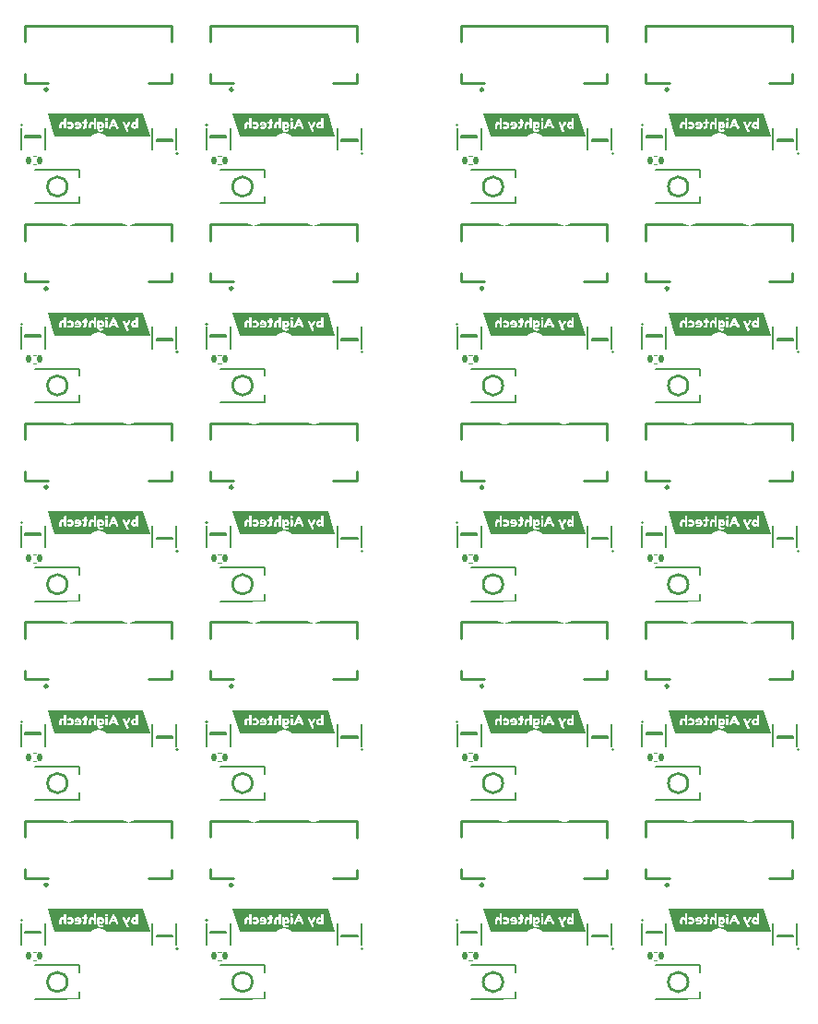
<source format=gbr>
%TF.GenerationSoftware,KiCad,Pcbnew,8.0.1-unknown-202403172319~81f55dfc9c~ubuntu22.04.1*%
%TF.CreationDate,2024-06-20T10:51:26+01:00*%
%TF.ProjectId,PANEL_COM_MOD,50414e45-4c5f-4434-9f4d-5f4d4f442e6b,1.0*%
%TF.SameCoordinates,Original*%
%TF.FileFunction,Legend,Bot*%
%TF.FilePolarity,Positive*%
%FSLAX46Y46*%
G04 Gerber Fmt 4.6, Leading zero omitted, Abs format (unit mm)*
G04 Created by KiCad (PCBNEW 8.0.1-unknown-202403172319~81f55dfc9c~ubuntu22.04.1) date 2024-06-20 10:51:26*
%MOMM*%
%LPD*%
G01*
G04 APERTURE LIST*
G04 Aperture macros list*
%AMRoundRect*
0 Rectangle with rounded corners*
0 $1 Rounding radius*
0 $2 $3 $4 $5 $6 $7 $8 $9 X,Y pos of 4 corners*
0 Add a 4 corners polygon primitive as box body*
4,1,4,$2,$3,$4,$5,$6,$7,$8,$9,$2,$3,0*
0 Add four circle primitives for the rounded corners*
1,1,$1+$1,$2,$3*
1,1,$1+$1,$4,$5*
1,1,$1+$1,$6,$7*
1,1,$1+$1,$8,$9*
0 Add four rect primitives between the rounded corners*
20,1,$1+$1,$2,$3,$4,$5,0*
20,1,$1+$1,$4,$5,$6,$7,0*
20,1,$1+$1,$6,$7,$8,$9,0*
20,1,$1+$1,$8,$9,$2,$3,0*%
G04 Aperture macros list end*
%ADD10C,0.000000*%
%ADD11C,0.250000*%
%ADD12C,0.150000*%
%ADD13C,0.120000*%
%ADD14C,1.000000*%
%ADD15C,2.000000*%
%ADD16R,0.700000X0.900000*%
%ADD17RoundRect,0.135000X-0.135000X-0.185000X0.135000X-0.185000X0.135000X0.185000X-0.135000X0.185000X0*%
%ADD18R,1.230000X1.360000*%
%ADD19R,0.300000X1.250000*%
%ADD20R,2.000000X2.500000*%
%ADD21C,0.500000*%
%ADD22R,1.000000X1.000000*%
G04 APERTURE END LIST*
D10*
%TO.C,kibuzzard-658C2757*%
G36*
X31943354Y-13954915D02*
G01*
X31774444Y-13954915D01*
X31859534Y-13780925D01*
X31943354Y-13954915D01*
G37*
G36*
X28659134Y-13892050D02*
G01*
X28699774Y-13963805D01*
X28539754Y-13963805D01*
X28491494Y-13923165D01*
X28513719Y-13876175D01*
X28577219Y-13858395D01*
X28659134Y-13892050D01*
G37*
G36*
X30769874Y-13921895D02*
G01*
X30800354Y-13997460D01*
X30767969Y-14071755D01*
X30689229Y-14104775D01*
X30612394Y-14071120D01*
X30581914Y-13997460D01*
X30611124Y-13922530D01*
X30689864Y-13887605D01*
X30769874Y-13921895D01*
G37*
G36*
X33879469Y-13930785D02*
G01*
X33909314Y-14007620D01*
X33878199Y-14083185D01*
X33800094Y-14117475D01*
X33720084Y-14083185D01*
X33687064Y-14006985D01*
X33717544Y-13930150D01*
X33798824Y-13895225D01*
X33879469Y-13930785D01*
G37*
G36*
X35195866Y-15064048D02*
G01*
X34557437Y-15064048D01*
X34134104Y-15064048D01*
X34023614Y-15064048D01*
X33115564Y-15064048D01*
X31533779Y-15064048D01*
X31211834Y-15064048D01*
X30687324Y-15064048D01*
X29700534Y-15064048D01*
X29132844Y-15064048D01*
X28575314Y-15064048D01*
X27862844Y-15064048D01*
X26977654Y-15064048D01*
X26865894Y-15064048D01*
X26442561Y-15064048D01*
X26192498Y-14230505D01*
X26865894Y-14230505D01*
X26867799Y-14274320D01*
X26879864Y-14307975D01*
X26912566Y-14332740D01*
X26977654Y-14340995D01*
X27040519Y-14332740D01*
X27074174Y-14307975D01*
X27086239Y-14273685D01*
X27088144Y-14227965D01*
X27088144Y-14005715D01*
X27117354Y-13924435D01*
X27191649Y-13895225D01*
X27271024Y-13922530D01*
X27310394Y-13984125D01*
X27310394Y-14230505D01*
X27312299Y-14274320D01*
X27324364Y-14307975D01*
X27357067Y-14332740D01*
X27422154Y-14340995D01*
X27486606Y-14332423D01*
X27519944Y-14306705D01*
X27530739Y-14273685D01*
X27532644Y-14229235D01*
X27532644Y-14206375D01*
X27615194Y-14206375D01*
X27632657Y-14253047D01*
X27685044Y-14296545D01*
X27765689Y-14334645D01*
X27862844Y-14347345D01*
X27940596Y-14337891D01*
X28016373Y-14309527D01*
X28090174Y-14262255D01*
X28137481Y-14214789D01*
X28175264Y-14153670D01*
X28200029Y-14082232D01*
X28208284Y-14003810D01*
X28200096Y-13926340D01*
X28271784Y-13926340D01*
X28281468Y-13994285D01*
X28310519Y-14041910D01*
X28396244Y-14079375D01*
X28697234Y-14079375D01*
X28655324Y-14139065D01*
X28571504Y-14163195D01*
X28505781Y-14159385D01*
X28455934Y-14147955D01*
X28441964Y-14142875D01*
X28391164Y-14128905D01*
X28321314Y-14186055D01*
X28304804Y-14244475D01*
X28321711Y-14293926D01*
X28372431Y-14329247D01*
X28456966Y-14350441D01*
X28575314Y-14357505D01*
X28664055Y-14349409D01*
X28742319Y-14325120D01*
X28807248Y-14287496D01*
X28855984Y-14239395D01*
X28900434Y-14168134D01*
X28927104Y-14091511D01*
X28935994Y-14009525D01*
X28924493Y-13909971D01*
X28889992Y-13824669D01*
X28858700Y-13786005D01*
X28986794Y-13786005D01*
X28995367Y-13850457D01*
X29021084Y-13883795D01*
X29054739Y-13894590D01*
X29098554Y-13896495D01*
X29181104Y-13891415D01*
X29181104Y-14066675D01*
X29170309Y-14116205D01*
X29129669Y-14131445D01*
X29083949Y-14133350D01*
X29050294Y-14145415D01*
X29021084Y-14230505D01*
X29029974Y-14294957D01*
X29056644Y-14328295D01*
X29090299Y-14339090D01*
X29132844Y-14340995D01*
X29213842Y-14334363D01*
X29280728Y-14314466D01*
X29333504Y-14281305D01*
X29371604Y-14232339D01*
X29372227Y-14230505D01*
X29588774Y-14230505D01*
X29590679Y-14274320D01*
X29602744Y-14307975D01*
X29635446Y-14332740D01*
X29700534Y-14340995D01*
X29763399Y-14332740D01*
X29797054Y-14307975D01*
X29809119Y-14273685D01*
X29811024Y-14227965D01*
X29811024Y-14005715D01*
X29840234Y-13924435D01*
X29914529Y-13895225D01*
X29993904Y-13922530D01*
X30033274Y-13984125D01*
X30033274Y-14230505D01*
X30035179Y-14274320D01*
X30047244Y-14307975D01*
X30079946Y-14332740D01*
X30145034Y-14340995D01*
X30209486Y-14332423D01*
X30242824Y-14306705D01*
X30243654Y-14304165D01*
X30357124Y-14304165D01*
X30368413Y-14395252D01*
X30402280Y-14473781D01*
X30458724Y-14539750D01*
X30529280Y-14589492D01*
X30605480Y-14619337D01*
X30687324Y-14629285D01*
X30781622Y-14617538D01*
X30871474Y-14582295D01*
X30937197Y-14537527D01*
X30959104Y-14497205D01*
X30921004Y-14409575D01*
X30883539Y-14372745D01*
X30852424Y-14362585D01*
X30815594Y-14377825D01*
X30752094Y-14413068D01*
X30683514Y-14424815D01*
X30604774Y-14386715D01*
X30574294Y-14295275D01*
X30574294Y-14257175D01*
X30636841Y-14304800D01*
X30727964Y-14320675D01*
X30796756Y-14309880D01*
X30862584Y-14277495D01*
X30917314Y-14230505D01*
X31100074Y-14230505D01*
X31101979Y-14274320D01*
X31114044Y-14307975D01*
X31146746Y-14332740D01*
X31211834Y-14340995D01*
X31276286Y-14332423D01*
X31309624Y-14306705D01*
X31320419Y-14273685D01*
X31321453Y-14249555D01*
X31392174Y-14249555D01*
X31410589Y-14293053D01*
X31465834Y-14332105D01*
X31533779Y-14353695D01*
X31574419Y-14342265D01*
X31597279Y-14318135D01*
X31616964Y-14280035D01*
X31683004Y-14142875D01*
X32034794Y-14142875D01*
X32100834Y-14280035D01*
X32120519Y-14316865D01*
X32143379Y-14340360D01*
X32184019Y-14352425D01*
X32251964Y-14330835D01*
X32307209Y-14292735D01*
X32325624Y-14249555D01*
X32304034Y-14184785D01*
X32098539Y-13759335D01*
X32685034Y-13759335D01*
X32695194Y-13802515D01*
X32705354Y-13824105D01*
X33038094Y-14568325D01*
X33055239Y-14605155D01*
X33077464Y-14629285D01*
X33115564Y-14640715D01*
X33182874Y-14621665D01*
X33239072Y-14585470D01*
X33257804Y-14542925D01*
X33250184Y-14513318D01*
X33227324Y-14454978D01*
X33189224Y-14367903D01*
X33135884Y-14252095D01*
X33281864Y-14006350D01*
X33464814Y-14006350D01*
X33475256Y-14091158D01*
X33506583Y-14168628D01*
X33558794Y-14238760D01*
X33623000Y-14294146D01*
X33690310Y-14327378D01*
X33760724Y-14338455D01*
X33853116Y-14323215D01*
X33914394Y-14277495D01*
X33946779Y-14324167D01*
X34023614Y-14339725D01*
X34088066Y-14331152D01*
X34121404Y-14305435D01*
X34132199Y-14271780D01*
X34134104Y-14227965D01*
X34134104Y-13469775D01*
X34132199Y-13425960D01*
X34121404Y-13393575D01*
X34087749Y-13367857D01*
X34022344Y-13359285D01*
X33958209Y-13367857D01*
X33925824Y-13393575D01*
X33913759Y-13427230D01*
X33911854Y-13471045D01*
X33911854Y-13735205D01*
X33850259Y-13688532D01*
X33767074Y-13672975D01*
X33693767Y-13684123D01*
X33624552Y-13717566D01*
X33559429Y-13773305D01*
X33506865Y-13843790D01*
X33475327Y-13921472D01*
X33464814Y-14006350D01*
X33281864Y-14006350D01*
X33388614Y-13826645D01*
X33414014Y-13764415D01*
X33396869Y-13723775D01*
X33345434Y-13683135D01*
X33278124Y-13657735D01*
X33238754Y-13667895D01*
X33216529Y-13688850D01*
X33195574Y-13723775D01*
X33146679Y-13806960D01*
X33105404Y-13876881D01*
X33065399Y-13943556D01*
X33026664Y-14006985D01*
X33006344Y-13957614D01*
X32958084Y-13850140D01*
X32910300Y-13745524D01*
X32891409Y-13704725D01*
X32876804Y-13683135D01*
X32830449Y-13661545D01*
X32759964Y-13679325D01*
X32703766Y-13715837D01*
X32685034Y-13759335D01*
X32098539Y-13759335D01*
X31961134Y-13474855D01*
X31918589Y-13427865D01*
X31858264Y-13410085D01*
X31798574Y-13426595D01*
X31756664Y-13476125D01*
X31413764Y-14184785D01*
X31392174Y-14249555D01*
X31321453Y-14249555D01*
X31322324Y-14229235D01*
X31322324Y-13783465D01*
X31320419Y-13739650D01*
X31309624Y-13705995D01*
X31275969Y-13681230D01*
X31211199Y-13673055D01*
X31210564Y-13672975D01*
X31124204Y-13694565D01*
X31101344Y-13749175D01*
X31100074Y-13786005D01*
X31100074Y-14230505D01*
X30917314Y-14230505D01*
X30925449Y-14223520D01*
X30976602Y-14155152D01*
X31007293Y-14079587D01*
X31017524Y-13996825D01*
X31007223Y-13913993D01*
X30976320Y-13838216D01*
X30924814Y-13769495D01*
X30861032Y-13715167D01*
X30793298Y-13682571D01*
X30721614Y-13671705D01*
X30642874Y-13687580D01*
X30593979Y-13716790D01*
X30573024Y-13741555D01*
X30546989Y-13687580D01*
X30475234Y-13669165D01*
X30402844Y-13676785D01*
X30370459Y-13702820D01*
X30359029Y-13735205D01*
X30357124Y-13778385D01*
X30357124Y-14304165D01*
X30243654Y-14304165D01*
X30253619Y-14273685D01*
X30255524Y-14229235D01*
X30255524Y-13471045D01*
X31100074Y-13471045D01*
X31101979Y-13514860D01*
X31113409Y-13547880D01*
X31147064Y-13573915D01*
X31211199Y-13581535D01*
X31275334Y-13573915D01*
X31308989Y-13547245D01*
X31320419Y-13513590D01*
X31322324Y-13469775D01*
X31320419Y-13425960D01*
X31309624Y-13393575D01*
X31275969Y-13367857D01*
X31210564Y-13359285D01*
X31146429Y-13367857D01*
X31114044Y-13393575D01*
X31101979Y-13427230D01*
X31100074Y-13471045D01*
X30255524Y-13471045D01*
X30255524Y-13469775D01*
X30253619Y-13425960D01*
X30242824Y-13393575D01*
X30209169Y-13367857D01*
X30143764Y-13359285D01*
X30079629Y-13367857D01*
X30047244Y-13393575D01*
X30035179Y-13427230D01*
X30033274Y-13471045D01*
X30033274Y-13751715D01*
X29964376Y-13693612D01*
X29884684Y-13674245D01*
X29804745Y-13684969D01*
X29734260Y-13717143D01*
X29673229Y-13770765D01*
X29626310Y-13839909D01*
X29598158Y-13918649D01*
X29588774Y-14006985D01*
X29588774Y-14230505D01*
X29372227Y-14230505D01*
X29394464Y-14165029D01*
X29402084Y-14079375D01*
X29402084Y-13891415D01*
X29454154Y-13895225D01*
X29500509Y-13873635D01*
X29518924Y-13799975D01*
X29512574Y-13724410D01*
X29494794Y-13690755D01*
X29443994Y-13674245D01*
X29402084Y-13679325D01*
X29402084Y-13548515D01*
X29400179Y-13505335D01*
X29388114Y-13474855D01*
X29355411Y-13451042D01*
X29290324Y-13443105D01*
X29221426Y-13454852D01*
X29187454Y-13490095D01*
X29181104Y-13554865D01*
X29181104Y-13679325D01*
X29096649Y-13674245D01*
X29053469Y-13676150D01*
X29019814Y-13688215D01*
X28995049Y-13720917D01*
X28986794Y-13786005D01*
X28858700Y-13786005D01*
X28832489Y-13753620D01*
X28757771Y-13700351D01*
X28671622Y-13668389D01*
X28574044Y-13657735D01*
X28491653Y-13665514D01*
X28421009Y-13688850D01*
X28362113Y-13727744D01*
X28314964Y-13782195D01*
X28282579Y-13851251D01*
X28271784Y-13926340D01*
X28200096Y-13926340D01*
X28200029Y-13925705D01*
X28175264Y-13855220D01*
X28137481Y-13795054D01*
X28090174Y-13747905D01*
X28018348Y-13701338D01*
X27943418Y-13673398D01*
X27865384Y-13664085D01*
X27771404Y-13677420D01*
X27704094Y-13703455D01*
X27683774Y-13716155D01*
X27648214Y-13740285D01*
X27615194Y-13798070D01*
X27641864Y-13871095D01*
X27686631Y-13923482D01*
X27729494Y-13940945D01*
X27798074Y-13913005D01*
X27863479Y-13891415D01*
X27942854Y-13921895D01*
X27979684Y-14006350D01*
X27944124Y-14090170D01*
X27868559Y-14120015D01*
X27793629Y-14096520D01*
X27737114Y-14073025D01*
X27694886Y-14089852D01*
X27644404Y-14140335D01*
X27615194Y-14206375D01*
X27532644Y-14206375D01*
X27532644Y-13469775D01*
X27530739Y-13425960D01*
X27519944Y-13393575D01*
X27486289Y-13367857D01*
X27420884Y-13359285D01*
X27356749Y-13367857D01*
X27324364Y-13393575D01*
X27312299Y-13427230D01*
X27310394Y-13471045D01*
X27310394Y-13751715D01*
X27241496Y-13693612D01*
X27161804Y-13674245D01*
X27081865Y-13684969D01*
X27011380Y-13717143D01*
X26950349Y-13770765D01*
X26903430Y-13839909D01*
X26875278Y-13918649D01*
X26865894Y-14006985D01*
X26865894Y-14230505D01*
X26192498Y-14230505D01*
X25804132Y-12935952D01*
X26442561Y-12935952D01*
X26865894Y-12935952D01*
X34134104Y-12935952D01*
X34557437Y-12935952D01*
X35195866Y-15064048D01*
G37*
G36*
X54943354Y-68704918D02*
G01*
X54774444Y-68704918D01*
X54859534Y-68530928D01*
X54943354Y-68704918D01*
G37*
G36*
X51659134Y-68642053D02*
G01*
X51699774Y-68713808D01*
X51539754Y-68713808D01*
X51491494Y-68673168D01*
X51513719Y-68626178D01*
X51577219Y-68608398D01*
X51659134Y-68642053D01*
G37*
G36*
X53769874Y-68671898D02*
G01*
X53800354Y-68747463D01*
X53767969Y-68821758D01*
X53689229Y-68854778D01*
X53612394Y-68821123D01*
X53581914Y-68747463D01*
X53611124Y-68672533D01*
X53689864Y-68637608D01*
X53769874Y-68671898D01*
G37*
G36*
X56879469Y-68680788D02*
G01*
X56909314Y-68757623D01*
X56878199Y-68833188D01*
X56800094Y-68867478D01*
X56720084Y-68833188D01*
X56687064Y-68756988D01*
X56717544Y-68680153D01*
X56798824Y-68645228D01*
X56879469Y-68680788D01*
G37*
G36*
X58195866Y-69814051D02*
G01*
X57557437Y-69814051D01*
X57134104Y-69814051D01*
X57023614Y-69814051D01*
X56115564Y-69814051D01*
X54533779Y-69814051D01*
X54211834Y-69814051D01*
X53687324Y-69814051D01*
X52700534Y-69814051D01*
X52132844Y-69814051D01*
X51575314Y-69814051D01*
X50862844Y-69814051D01*
X49977654Y-69814051D01*
X49865894Y-69814051D01*
X49442561Y-69814051D01*
X49192498Y-68980508D01*
X49865894Y-68980508D01*
X49867799Y-69024323D01*
X49879864Y-69057978D01*
X49912566Y-69082743D01*
X49977654Y-69090998D01*
X50040519Y-69082743D01*
X50074174Y-69057978D01*
X50086239Y-69023688D01*
X50088144Y-68977968D01*
X50088144Y-68755718D01*
X50117354Y-68674438D01*
X50191649Y-68645228D01*
X50271024Y-68672533D01*
X50310394Y-68734128D01*
X50310394Y-68980508D01*
X50312299Y-69024323D01*
X50324364Y-69057978D01*
X50357067Y-69082743D01*
X50422154Y-69090998D01*
X50486606Y-69082426D01*
X50519944Y-69056708D01*
X50530739Y-69023688D01*
X50532644Y-68979238D01*
X50532644Y-68956378D01*
X50615194Y-68956378D01*
X50632657Y-69003050D01*
X50685044Y-69046548D01*
X50765689Y-69084648D01*
X50862844Y-69097348D01*
X50940596Y-69087894D01*
X51016373Y-69059530D01*
X51090174Y-69012258D01*
X51137481Y-68964792D01*
X51175264Y-68903673D01*
X51200029Y-68832235D01*
X51208284Y-68753813D01*
X51200096Y-68676343D01*
X51271784Y-68676343D01*
X51281468Y-68744288D01*
X51310519Y-68791913D01*
X51396244Y-68829378D01*
X51697234Y-68829378D01*
X51655324Y-68889068D01*
X51571504Y-68913198D01*
X51505781Y-68909388D01*
X51455934Y-68897958D01*
X51441964Y-68892878D01*
X51391164Y-68878908D01*
X51321314Y-68936058D01*
X51304804Y-68994478D01*
X51321711Y-69043929D01*
X51372431Y-69079250D01*
X51456966Y-69100444D01*
X51575314Y-69107508D01*
X51664055Y-69099412D01*
X51742319Y-69075123D01*
X51807248Y-69037499D01*
X51855984Y-68989398D01*
X51900434Y-68918137D01*
X51927104Y-68841514D01*
X51935994Y-68759528D01*
X51924493Y-68659974D01*
X51889992Y-68574672D01*
X51858700Y-68536008D01*
X51986794Y-68536008D01*
X51995367Y-68600460D01*
X52021084Y-68633798D01*
X52054739Y-68644593D01*
X52098554Y-68646498D01*
X52181104Y-68641418D01*
X52181104Y-68816678D01*
X52170309Y-68866208D01*
X52129669Y-68881448D01*
X52083949Y-68883353D01*
X52050294Y-68895418D01*
X52021084Y-68980508D01*
X52029974Y-69044960D01*
X52056644Y-69078298D01*
X52090299Y-69089093D01*
X52132844Y-69090998D01*
X52213842Y-69084366D01*
X52280728Y-69064469D01*
X52333504Y-69031308D01*
X52371604Y-68982342D01*
X52372227Y-68980508D01*
X52588774Y-68980508D01*
X52590679Y-69024323D01*
X52602744Y-69057978D01*
X52635446Y-69082743D01*
X52700534Y-69090998D01*
X52763399Y-69082743D01*
X52797054Y-69057978D01*
X52809119Y-69023688D01*
X52811024Y-68977968D01*
X52811024Y-68755718D01*
X52840234Y-68674438D01*
X52914529Y-68645228D01*
X52993904Y-68672533D01*
X53033274Y-68734128D01*
X53033274Y-68980508D01*
X53035179Y-69024323D01*
X53047244Y-69057978D01*
X53079946Y-69082743D01*
X53145034Y-69090998D01*
X53209486Y-69082426D01*
X53242824Y-69056708D01*
X53243654Y-69054168D01*
X53357124Y-69054168D01*
X53368413Y-69145255D01*
X53402280Y-69223784D01*
X53458724Y-69289753D01*
X53529280Y-69339495D01*
X53605480Y-69369340D01*
X53687324Y-69379288D01*
X53781622Y-69367541D01*
X53871474Y-69332298D01*
X53937197Y-69287530D01*
X53959104Y-69247208D01*
X53921004Y-69159578D01*
X53883539Y-69122748D01*
X53852424Y-69112588D01*
X53815594Y-69127828D01*
X53752094Y-69163071D01*
X53683514Y-69174818D01*
X53604774Y-69136718D01*
X53574294Y-69045278D01*
X53574294Y-69007178D01*
X53636841Y-69054803D01*
X53727964Y-69070678D01*
X53796756Y-69059883D01*
X53862584Y-69027498D01*
X53917314Y-68980508D01*
X54100074Y-68980508D01*
X54101979Y-69024323D01*
X54114044Y-69057978D01*
X54146746Y-69082743D01*
X54211834Y-69090998D01*
X54276286Y-69082426D01*
X54309624Y-69056708D01*
X54320419Y-69023688D01*
X54321453Y-68999558D01*
X54392174Y-68999558D01*
X54410589Y-69043056D01*
X54465834Y-69082108D01*
X54533779Y-69103698D01*
X54574419Y-69092268D01*
X54597279Y-69068138D01*
X54616964Y-69030038D01*
X54683004Y-68892878D01*
X55034794Y-68892878D01*
X55100834Y-69030038D01*
X55120519Y-69066868D01*
X55143379Y-69090363D01*
X55184019Y-69102428D01*
X55251964Y-69080838D01*
X55307209Y-69042738D01*
X55325624Y-68999558D01*
X55304034Y-68934788D01*
X55098539Y-68509338D01*
X55685034Y-68509338D01*
X55695194Y-68552518D01*
X55705354Y-68574108D01*
X56038094Y-69318328D01*
X56055239Y-69355158D01*
X56077464Y-69379288D01*
X56115564Y-69390718D01*
X56182874Y-69371668D01*
X56239072Y-69335473D01*
X56257804Y-69292928D01*
X56250184Y-69263321D01*
X56227324Y-69204981D01*
X56189224Y-69117906D01*
X56135884Y-69002098D01*
X56281864Y-68756353D01*
X56464814Y-68756353D01*
X56475256Y-68841161D01*
X56506583Y-68918631D01*
X56558794Y-68988763D01*
X56623000Y-69044149D01*
X56690310Y-69077381D01*
X56760724Y-69088458D01*
X56853116Y-69073218D01*
X56914394Y-69027498D01*
X56946779Y-69074170D01*
X57023614Y-69089728D01*
X57088066Y-69081155D01*
X57121404Y-69055438D01*
X57132199Y-69021783D01*
X57134104Y-68977968D01*
X57134104Y-68219778D01*
X57132199Y-68175963D01*
X57121404Y-68143578D01*
X57087749Y-68117860D01*
X57022344Y-68109288D01*
X56958209Y-68117860D01*
X56925824Y-68143578D01*
X56913759Y-68177233D01*
X56911854Y-68221048D01*
X56911854Y-68485208D01*
X56850259Y-68438535D01*
X56767074Y-68422978D01*
X56693767Y-68434126D01*
X56624552Y-68467569D01*
X56559429Y-68523308D01*
X56506865Y-68593793D01*
X56475327Y-68671475D01*
X56464814Y-68756353D01*
X56281864Y-68756353D01*
X56388614Y-68576648D01*
X56414014Y-68514418D01*
X56396869Y-68473778D01*
X56345434Y-68433138D01*
X56278124Y-68407738D01*
X56238754Y-68417898D01*
X56216529Y-68438853D01*
X56195574Y-68473778D01*
X56146679Y-68556963D01*
X56105404Y-68626884D01*
X56065399Y-68693559D01*
X56026664Y-68756988D01*
X56006344Y-68707617D01*
X55958084Y-68600143D01*
X55910300Y-68495527D01*
X55891409Y-68454728D01*
X55876804Y-68433138D01*
X55830449Y-68411548D01*
X55759964Y-68429328D01*
X55703766Y-68465840D01*
X55685034Y-68509338D01*
X55098539Y-68509338D01*
X54961134Y-68224858D01*
X54918589Y-68177868D01*
X54858264Y-68160088D01*
X54798574Y-68176598D01*
X54756664Y-68226128D01*
X54413764Y-68934788D01*
X54392174Y-68999558D01*
X54321453Y-68999558D01*
X54322324Y-68979238D01*
X54322324Y-68533468D01*
X54320419Y-68489653D01*
X54309624Y-68455998D01*
X54275969Y-68431233D01*
X54211199Y-68423058D01*
X54210564Y-68422978D01*
X54124204Y-68444568D01*
X54101344Y-68499178D01*
X54100074Y-68536008D01*
X54100074Y-68980508D01*
X53917314Y-68980508D01*
X53925449Y-68973523D01*
X53976602Y-68905155D01*
X54007293Y-68829590D01*
X54017524Y-68746828D01*
X54007223Y-68663996D01*
X53976320Y-68588219D01*
X53924814Y-68519498D01*
X53861032Y-68465170D01*
X53793298Y-68432574D01*
X53721614Y-68421708D01*
X53642874Y-68437583D01*
X53593979Y-68466793D01*
X53573024Y-68491558D01*
X53546989Y-68437583D01*
X53475234Y-68419168D01*
X53402844Y-68426788D01*
X53370459Y-68452823D01*
X53359029Y-68485208D01*
X53357124Y-68528388D01*
X53357124Y-69054168D01*
X53243654Y-69054168D01*
X53253619Y-69023688D01*
X53255524Y-68979238D01*
X53255524Y-68221048D01*
X54100074Y-68221048D01*
X54101979Y-68264863D01*
X54113409Y-68297883D01*
X54147064Y-68323918D01*
X54211199Y-68331538D01*
X54275334Y-68323918D01*
X54308989Y-68297248D01*
X54320419Y-68263593D01*
X54322324Y-68219778D01*
X54320419Y-68175963D01*
X54309624Y-68143578D01*
X54275969Y-68117860D01*
X54210564Y-68109288D01*
X54146429Y-68117860D01*
X54114044Y-68143578D01*
X54101979Y-68177233D01*
X54100074Y-68221048D01*
X53255524Y-68221048D01*
X53255524Y-68219778D01*
X53253619Y-68175963D01*
X53242824Y-68143578D01*
X53209169Y-68117860D01*
X53143764Y-68109288D01*
X53079629Y-68117860D01*
X53047244Y-68143578D01*
X53035179Y-68177233D01*
X53033274Y-68221048D01*
X53033274Y-68501718D01*
X52964376Y-68443615D01*
X52884684Y-68424248D01*
X52804745Y-68434972D01*
X52734260Y-68467146D01*
X52673229Y-68520768D01*
X52626310Y-68589912D01*
X52598158Y-68668652D01*
X52588774Y-68756988D01*
X52588774Y-68980508D01*
X52372227Y-68980508D01*
X52394464Y-68915032D01*
X52402084Y-68829378D01*
X52402084Y-68641418D01*
X52454154Y-68645228D01*
X52500509Y-68623638D01*
X52518924Y-68549978D01*
X52512574Y-68474413D01*
X52494794Y-68440758D01*
X52443994Y-68424248D01*
X52402084Y-68429328D01*
X52402084Y-68298518D01*
X52400179Y-68255338D01*
X52388114Y-68224858D01*
X52355411Y-68201045D01*
X52290324Y-68193108D01*
X52221426Y-68204855D01*
X52187454Y-68240098D01*
X52181104Y-68304868D01*
X52181104Y-68429328D01*
X52096649Y-68424248D01*
X52053469Y-68426153D01*
X52019814Y-68438218D01*
X51995049Y-68470920D01*
X51986794Y-68536008D01*
X51858700Y-68536008D01*
X51832489Y-68503623D01*
X51757771Y-68450354D01*
X51671622Y-68418392D01*
X51574044Y-68407738D01*
X51491653Y-68415517D01*
X51421009Y-68438853D01*
X51362113Y-68477747D01*
X51314964Y-68532198D01*
X51282579Y-68601254D01*
X51271784Y-68676343D01*
X51200096Y-68676343D01*
X51200029Y-68675708D01*
X51175264Y-68605223D01*
X51137481Y-68545057D01*
X51090174Y-68497908D01*
X51018348Y-68451341D01*
X50943418Y-68423401D01*
X50865384Y-68414088D01*
X50771404Y-68427423D01*
X50704094Y-68453458D01*
X50683774Y-68466158D01*
X50648214Y-68490288D01*
X50615194Y-68548073D01*
X50641864Y-68621098D01*
X50686631Y-68673485D01*
X50729494Y-68690948D01*
X50798074Y-68663008D01*
X50863479Y-68641418D01*
X50942854Y-68671898D01*
X50979684Y-68756353D01*
X50944124Y-68840173D01*
X50868559Y-68870018D01*
X50793629Y-68846523D01*
X50737114Y-68823028D01*
X50694886Y-68839855D01*
X50644404Y-68890338D01*
X50615194Y-68956378D01*
X50532644Y-68956378D01*
X50532644Y-68219778D01*
X50530739Y-68175963D01*
X50519944Y-68143578D01*
X50486289Y-68117860D01*
X50420884Y-68109288D01*
X50356749Y-68117860D01*
X50324364Y-68143578D01*
X50312299Y-68177233D01*
X50310394Y-68221048D01*
X50310394Y-68501718D01*
X50241496Y-68443615D01*
X50161804Y-68424248D01*
X50081865Y-68434972D01*
X50011380Y-68467146D01*
X49950349Y-68520768D01*
X49903430Y-68589912D01*
X49875278Y-68668652D01*
X49865894Y-68756988D01*
X49865894Y-68980508D01*
X49192498Y-68980508D01*
X48804132Y-67685955D01*
X49442561Y-67685955D01*
X49865894Y-67685955D01*
X57134104Y-67685955D01*
X57557437Y-67685955D01*
X58195866Y-69814051D01*
G37*
G36*
X14943354Y-32204916D02*
G01*
X14774444Y-32204916D01*
X14859534Y-32030926D01*
X14943354Y-32204916D01*
G37*
G36*
X11659134Y-32142051D02*
G01*
X11699774Y-32213806D01*
X11539754Y-32213806D01*
X11491494Y-32173166D01*
X11513719Y-32126176D01*
X11577219Y-32108396D01*
X11659134Y-32142051D01*
G37*
G36*
X13769874Y-32171896D02*
G01*
X13800354Y-32247461D01*
X13767969Y-32321756D01*
X13689229Y-32354776D01*
X13612394Y-32321121D01*
X13581914Y-32247461D01*
X13611124Y-32172531D01*
X13689864Y-32137606D01*
X13769874Y-32171896D01*
G37*
G36*
X16879469Y-32180786D02*
G01*
X16909314Y-32257621D01*
X16878199Y-32333186D01*
X16800094Y-32367476D01*
X16720084Y-32333186D01*
X16687064Y-32256986D01*
X16717544Y-32180151D01*
X16798824Y-32145226D01*
X16879469Y-32180786D01*
G37*
G36*
X18195866Y-33314049D02*
G01*
X17557437Y-33314049D01*
X17134104Y-33314049D01*
X17023614Y-33314049D01*
X16115564Y-33314049D01*
X14533779Y-33314049D01*
X14211834Y-33314049D01*
X13687324Y-33314049D01*
X12700534Y-33314049D01*
X12132844Y-33314049D01*
X11575314Y-33314049D01*
X10862844Y-33314049D01*
X9977654Y-33314049D01*
X9865894Y-33314049D01*
X9442561Y-33314049D01*
X9192498Y-32480506D01*
X9865894Y-32480506D01*
X9867799Y-32524321D01*
X9879864Y-32557976D01*
X9912566Y-32582741D01*
X9977654Y-32590996D01*
X10040519Y-32582741D01*
X10074174Y-32557976D01*
X10086239Y-32523686D01*
X10088144Y-32477966D01*
X10088144Y-32255716D01*
X10117354Y-32174436D01*
X10191649Y-32145226D01*
X10271024Y-32172531D01*
X10310394Y-32234126D01*
X10310394Y-32480506D01*
X10312299Y-32524321D01*
X10324364Y-32557976D01*
X10357067Y-32582741D01*
X10422154Y-32590996D01*
X10486606Y-32582424D01*
X10519944Y-32556706D01*
X10530739Y-32523686D01*
X10532644Y-32479236D01*
X10532644Y-32456376D01*
X10615194Y-32456376D01*
X10632657Y-32503048D01*
X10685044Y-32546546D01*
X10765689Y-32584646D01*
X10862844Y-32597346D01*
X10940596Y-32587892D01*
X11016373Y-32559528D01*
X11090174Y-32512256D01*
X11137481Y-32464790D01*
X11175264Y-32403671D01*
X11200029Y-32332233D01*
X11208284Y-32253811D01*
X11200096Y-32176341D01*
X11271784Y-32176341D01*
X11281468Y-32244286D01*
X11310519Y-32291911D01*
X11396244Y-32329376D01*
X11697234Y-32329376D01*
X11655324Y-32389066D01*
X11571504Y-32413196D01*
X11505781Y-32409386D01*
X11455934Y-32397956D01*
X11441964Y-32392876D01*
X11391164Y-32378906D01*
X11321314Y-32436056D01*
X11304804Y-32494476D01*
X11321711Y-32543927D01*
X11372431Y-32579248D01*
X11456966Y-32600442D01*
X11575314Y-32607506D01*
X11664055Y-32599410D01*
X11742319Y-32575121D01*
X11807248Y-32537497D01*
X11855984Y-32489396D01*
X11900434Y-32418135D01*
X11927104Y-32341512D01*
X11935994Y-32259526D01*
X11924493Y-32159972D01*
X11889992Y-32074670D01*
X11858700Y-32036006D01*
X11986794Y-32036006D01*
X11995367Y-32100458D01*
X12021084Y-32133796D01*
X12054739Y-32144591D01*
X12098554Y-32146496D01*
X12181104Y-32141416D01*
X12181104Y-32316676D01*
X12170309Y-32366206D01*
X12129669Y-32381446D01*
X12083949Y-32383351D01*
X12050294Y-32395416D01*
X12021084Y-32480506D01*
X12029974Y-32544958D01*
X12056644Y-32578296D01*
X12090299Y-32589091D01*
X12132844Y-32590996D01*
X12213842Y-32584364D01*
X12280728Y-32564467D01*
X12333504Y-32531306D01*
X12371604Y-32482340D01*
X12372227Y-32480506D01*
X12588774Y-32480506D01*
X12590679Y-32524321D01*
X12602744Y-32557976D01*
X12635446Y-32582741D01*
X12700534Y-32590996D01*
X12763399Y-32582741D01*
X12797054Y-32557976D01*
X12809119Y-32523686D01*
X12811024Y-32477966D01*
X12811024Y-32255716D01*
X12840234Y-32174436D01*
X12914529Y-32145226D01*
X12993904Y-32172531D01*
X13033274Y-32234126D01*
X13033274Y-32480506D01*
X13035179Y-32524321D01*
X13047244Y-32557976D01*
X13079946Y-32582741D01*
X13145034Y-32590996D01*
X13209486Y-32582424D01*
X13242824Y-32556706D01*
X13243654Y-32554166D01*
X13357124Y-32554166D01*
X13368413Y-32645253D01*
X13402280Y-32723782D01*
X13458724Y-32789751D01*
X13529280Y-32839493D01*
X13605480Y-32869338D01*
X13687324Y-32879286D01*
X13781622Y-32867539D01*
X13871474Y-32832296D01*
X13937197Y-32787528D01*
X13959104Y-32747206D01*
X13921004Y-32659576D01*
X13883539Y-32622746D01*
X13852424Y-32612586D01*
X13815594Y-32627826D01*
X13752094Y-32663069D01*
X13683514Y-32674816D01*
X13604774Y-32636716D01*
X13574294Y-32545276D01*
X13574294Y-32507176D01*
X13636841Y-32554801D01*
X13727964Y-32570676D01*
X13796756Y-32559881D01*
X13862584Y-32527496D01*
X13917314Y-32480506D01*
X14100074Y-32480506D01*
X14101979Y-32524321D01*
X14114044Y-32557976D01*
X14146746Y-32582741D01*
X14211834Y-32590996D01*
X14276286Y-32582424D01*
X14309624Y-32556706D01*
X14320419Y-32523686D01*
X14321453Y-32499556D01*
X14392174Y-32499556D01*
X14410589Y-32543054D01*
X14465834Y-32582106D01*
X14533779Y-32603696D01*
X14574419Y-32592266D01*
X14597279Y-32568136D01*
X14616964Y-32530036D01*
X14683004Y-32392876D01*
X15034794Y-32392876D01*
X15100834Y-32530036D01*
X15120519Y-32566866D01*
X15143379Y-32590361D01*
X15184019Y-32602426D01*
X15251964Y-32580836D01*
X15307209Y-32542736D01*
X15325624Y-32499556D01*
X15304034Y-32434786D01*
X15098539Y-32009336D01*
X15685034Y-32009336D01*
X15695194Y-32052516D01*
X15705354Y-32074106D01*
X16038094Y-32818326D01*
X16055239Y-32855156D01*
X16077464Y-32879286D01*
X16115564Y-32890716D01*
X16182874Y-32871666D01*
X16239072Y-32835471D01*
X16257804Y-32792926D01*
X16250184Y-32763319D01*
X16227324Y-32704979D01*
X16189224Y-32617904D01*
X16135884Y-32502096D01*
X16281864Y-32256351D01*
X16464814Y-32256351D01*
X16475256Y-32341159D01*
X16506583Y-32418629D01*
X16558794Y-32488761D01*
X16623000Y-32544147D01*
X16690310Y-32577379D01*
X16760724Y-32588456D01*
X16853116Y-32573216D01*
X16914394Y-32527496D01*
X16946779Y-32574168D01*
X17023614Y-32589726D01*
X17088066Y-32581153D01*
X17121404Y-32555436D01*
X17132199Y-32521781D01*
X17134104Y-32477966D01*
X17134104Y-31719776D01*
X17132199Y-31675961D01*
X17121404Y-31643576D01*
X17087749Y-31617858D01*
X17022344Y-31609286D01*
X16958209Y-31617858D01*
X16925824Y-31643576D01*
X16913759Y-31677231D01*
X16911854Y-31721046D01*
X16911854Y-31985206D01*
X16850259Y-31938533D01*
X16767074Y-31922976D01*
X16693767Y-31934124D01*
X16624552Y-31967567D01*
X16559429Y-32023306D01*
X16506865Y-32093791D01*
X16475327Y-32171473D01*
X16464814Y-32256351D01*
X16281864Y-32256351D01*
X16388614Y-32076646D01*
X16414014Y-32014416D01*
X16396869Y-31973776D01*
X16345434Y-31933136D01*
X16278124Y-31907736D01*
X16238754Y-31917896D01*
X16216529Y-31938851D01*
X16195574Y-31973776D01*
X16146679Y-32056961D01*
X16105404Y-32126882D01*
X16065399Y-32193557D01*
X16026664Y-32256986D01*
X16006344Y-32207615D01*
X15958084Y-32100141D01*
X15910300Y-31995525D01*
X15891409Y-31954726D01*
X15876804Y-31933136D01*
X15830449Y-31911546D01*
X15759964Y-31929326D01*
X15703766Y-31965838D01*
X15685034Y-32009336D01*
X15098539Y-32009336D01*
X14961134Y-31724856D01*
X14918589Y-31677866D01*
X14858264Y-31660086D01*
X14798574Y-31676596D01*
X14756664Y-31726126D01*
X14413764Y-32434786D01*
X14392174Y-32499556D01*
X14321453Y-32499556D01*
X14322324Y-32479236D01*
X14322324Y-32033466D01*
X14320419Y-31989651D01*
X14309624Y-31955996D01*
X14275969Y-31931231D01*
X14211199Y-31923056D01*
X14210564Y-31922976D01*
X14124204Y-31944566D01*
X14101344Y-31999176D01*
X14100074Y-32036006D01*
X14100074Y-32480506D01*
X13917314Y-32480506D01*
X13925449Y-32473521D01*
X13976602Y-32405153D01*
X14007293Y-32329588D01*
X14017524Y-32246826D01*
X14007223Y-32163994D01*
X13976320Y-32088217D01*
X13924814Y-32019496D01*
X13861032Y-31965168D01*
X13793298Y-31932572D01*
X13721614Y-31921706D01*
X13642874Y-31937581D01*
X13593979Y-31966791D01*
X13573024Y-31991556D01*
X13546989Y-31937581D01*
X13475234Y-31919166D01*
X13402844Y-31926786D01*
X13370459Y-31952821D01*
X13359029Y-31985206D01*
X13357124Y-32028386D01*
X13357124Y-32554166D01*
X13243654Y-32554166D01*
X13253619Y-32523686D01*
X13255524Y-32479236D01*
X13255524Y-31721046D01*
X14100074Y-31721046D01*
X14101979Y-31764861D01*
X14113409Y-31797881D01*
X14147064Y-31823916D01*
X14211199Y-31831536D01*
X14275334Y-31823916D01*
X14308989Y-31797246D01*
X14320419Y-31763591D01*
X14322324Y-31719776D01*
X14320419Y-31675961D01*
X14309624Y-31643576D01*
X14275969Y-31617858D01*
X14210564Y-31609286D01*
X14146429Y-31617858D01*
X14114044Y-31643576D01*
X14101979Y-31677231D01*
X14100074Y-31721046D01*
X13255524Y-31721046D01*
X13255524Y-31719776D01*
X13253619Y-31675961D01*
X13242824Y-31643576D01*
X13209169Y-31617858D01*
X13143764Y-31609286D01*
X13079629Y-31617858D01*
X13047244Y-31643576D01*
X13035179Y-31677231D01*
X13033274Y-31721046D01*
X13033274Y-32001716D01*
X12964376Y-31943613D01*
X12884684Y-31924246D01*
X12804745Y-31934970D01*
X12734260Y-31967144D01*
X12673229Y-32020766D01*
X12626310Y-32089910D01*
X12598158Y-32168650D01*
X12588774Y-32256986D01*
X12588774Y-32480506D01*
X12372227Y-32480506D01*
X12394464Y-32415030D01*
X12402084Y-32329376D01*
X12402084Y-32141416D01*
X12454154Y-32145226D01*
X12500509Y-32123636D01*
X12518924Y-32049976D01*
X12512574Y-31974411D01*
X12494794Y-31940756D01*
X12443994Y-31924246D01*
X12402084Y-31929326D01*
X12402084Y-31798516D01*
X12400179Y-31755336D01*
X12388114Y-31724856D01*
X12355411Y-31701043D01*
X12290324Y-31693106D01*
X12221426Y-31704853D01*
X12187454Y-31740096D01*
X12181104Y-31804866D01*
X12181104Y-31929326D01*
X12096649Y-31924246D01*
X12053469Y-31926151D01*
X12019814Y-31938216D01*
X11995049Y-31970918D01*
X11986794Y-32036006D01*
X11858700Y-32036006D01*
X11832489Y-32003621D01*
X11757771Y-31950352D01*
X11671622Y-31918390D01*
X11574044Y-31907736D01*
X11491653Y-31915515D01*
X11421009Y-31938851D01*
X11362113Y-31977745D01*
X11314964Y-32032196D01*
X11282579Y-32101252D01*
X11271784Y-32176341D01*
X11200096Y-32176341D01*
X11200029Y-32175706D01*
X11175264Y-32105221D01*
X11137481Y-32045055D01*
X11090174Y-31997906D01*
X11018348Y-31951339D01*
X10943418Y-31923399D01*
X10865384Y-31914086D01*
X10771404Y-31927421D01*
X10704094Y-31953456D01*
X10683774Y-31966156D01*
X10648214Y-31990286D01*
X10615194Y-32048071D01*
X10641864Y-32121096D01*
X10686631Y-32173483D01*
X10729494Y-32190946D01*
X10798074Y-32163006D01*
X10863479Y-32141416D01*
X10942854Y-32171896D01*
X10979684Y-32256351D01*
X10944124Y-32340171D01*
X10868559Y-32370016D01*
X10793629Y-32346521D01*
X10737114Y-32323026D01*
X10694886Y-32339853D01*
X10644404Y-32390336D01*
X10615194Y-32456376D01*
X10532644Y-32456376D01*
X10532644Y-31719776D01*
X10530739Y-31675961D01*
X10519944Y-31643576D01*
X10486289Y-31617858D01*
X10420884Y-31609286D01*
X10356749Y-31617858D01*
X10324364Y-31643576D01*
X10312299Y-31677231D01*
X10310394Y-31721046D01*
X10310394Y-32001716D01*
X10241496Y-31943613D01*
X10161804Y-31924246D01*
X10081865Y-31934970D01*
X10011380Y-31967144D01*
X9950349Y-32020766D01*
X9903430Y-32089910D01*
X9875278Y-32168650D01*
X9865894Y-32256986D01*
X9865894Y-32480506D01*
X9192498Y-32480506D01*
X8804132Y-31185953D01*
X9442561Y-31185953D01*
X9865894Y-31185953D01*
X17134104Y-31185953D01*
X17557437Y-31185953D01*
X18195866Y-33314049D01*
G37*
D11*
%TO.C,LED2*%
X46360000Y-32200001D02*
X46350000Y-32200001D01*
D12*
X46400000Y-32500001D02*
X46400000Y-34500001D01*
X46750000Y-33400001D02*
X46750000Y-33250001D01*
X48150000Y-33400001D02*
X46750000Y-33400001D01*
X48200000Y-33250001D02*
X46750000Y-33250001D01*
X48200000Y-33250001D02*
X48200000Y-33400001D01*
X48200000Y-33400001D02*
X48150000Y-33400001D01*
X48600000Y-34500001D02*
X48600000Y-32500001D01*
D13*
%TO.C,R1*%
X24446358Y-35120001D02*
X24753640Y-35120001D01*
X24446358Y-35880001D02*
X24753640Y-35880001D01*
D11*
%TO.C,LED2*%
X23360000Y-50450002D02*
X23350000Y-50450002D01*
D12*
X23400000Y-50750002D02*
X23400000Y-52750002D01*
X23750000Y-51650002D02*
X23750000Y-51500002D01*
X25150000Y-51650002D02*
X23750000Y-51650002D01*
X25200000Y-51500002D02*
X23750000Y-51500002D01*
X25200000Y-51500002D02*
X25200000Y-51650002D01*
X25200000Y-51650002D02*
X25150000Y-51650002D01*
X25600000Y-52750002D02*
X25600000Y-50750002D01*
%TO.C,SW1*%
X11729999Y-72860003D02*
X7669999Y-72860003D01*
X11729999Y-73520003D02*
X11729999Y-72860003D01*
X11729999Y-75280003D02*
X11729999Y-75940003D01*
X11729999Y-75940003D02*
X7669999Y-75940003D01*
D11*
X10599999Y-74400003D02*
G75*
G02*
X8799999Y-74400003I-900000J0D01*
G01*
X8799999Y-74400003D02*
G75*
G02*
X10599999Y-74400003I900000J0D01*
G01*
D12*
%TO.C,LED1*%
X18400000Y-50750002D02*
X18400000Y-52750002D01*
X18800000Y-51850002D02*
X18850000Y-51850002D01*
X18800000Y-52000002D02*
X18800000Y-51850002D01*
X18800000Y-52000002D02*
X20250000Y-52000002D01*
X18850000Y-51850002D02*
X20250000Y-51850002D01*
X20250000Y-51850002D02*
X20250000Y-52000002D01*
X20600000Y-52750002D02*
X20600000Y-50750002D01*
D11*
X20640000Y-53050002D02*
X20650000Y-53050002D01*
D10*
%TO.C,kibuzzard-658C2757*%
G36*
X71943354Y-32204916D02*
G01*
X71774444Y-32204916D01*
X71859534Y-32030926D01*
X71943354Y-32204916D01*
G37*
G36*
X68659134Y-32142051D02*
G01*
X68699774Y-32213806D01*
X68539754Y-32213806D01*
X68491494Y-32173166D01*
X68513719Y-32126176D01*
X68577219Y-32108396D01*
X68659134Y-32142051D01*
G37*
G36*
X70769874Y-32171896D02*
G01*
X70800354Y-32247461D01*
X70767969Y-32321756D01*
X70689229Y-32354776D01*
X70612394Y-32321121D01*
X70581914Y-32247461D01*
X70611124Y-32172531D01*
X70689864Y-32137606D01*
X70769874Y-32171896D01*
G37*
G36*
X73879469Y-32180786D02*
G01*
X73909314Y-32257621D01*
X73878199Y-32333186D01*
X73800094Y-32367476D01*
X73720084Y-32333186D01*
X73687064Y-32256986D01*
X73717544Y-32180151D01*
X73798824Y-32145226D01*
X73879469Y-32180786D01*
G37*
G36*
X75195866Y-33314049D02*
G01*
X74557437Y-33314049D01*
X74134104Y-33314049D01*
X74023614Y-33314049D01*
X73115564Y-33314049D01*
X71533779Y-33314049D01*
X71211834Y-33314049D01*
X70687324Y-33314049D01*
X69700534Y-33314049D01*
X69132844Y-33314049D01*
X68575314Y-33314049D01*
X67862844Y-33314049D01*
X66977654Y-33314049D01*
X66865894Y-33314049D01*
X66442561Y-33314049D01*
X66192498Y-32480506D01*
X66865894Y-32480506D01*
X66867799Y-32524321D01*
X66879864Y-32557976D01*
X66912566Y-32582741D01*
X66977654Y-32590996D01*
X67040519Y-32582741D01*
X67074174Y-32557976D01*
X67086239Y-32523686D01*
X67088144Y-32477966D01*
X67088144Y-32255716D01*
X67117354Y-32174436D01*
X67191649Y-32145226D01*
X67271024Y-32172531D01*
X67310394Y-32234126D01*
X67310394Y-32480506D01*
X67312299Y-32524321D01*
X67324364Y-32557976D01*
X67357067Y-32582741D01*
X67422154Y-32590996D01*
X67486606Y-32582424D01*
X67519944Y-32556706D01*
X67530739Y-32523686D01*
X67532644Y-32479236D01*
X67532644Y-32456376D01*
X67615194Y-32456376D01*
X67632657Y-32503048D01*
X67685044Y-32546546D01*
X67765689Y-32584646D01*
X67862844Y-32597346D01*
X67940596Y-32587892D01*
X68016373Y-32559528D01*
X68090174Y-32512256D01*
X68137481Y-32464790D01*
X68175264Y-32403671D01*
X68200029Y-32332233D01*
X68208284Y-32253811D01*
X68200096Y-32176341D01*
X68271784Y-32176341D01*
X68281468Y-32244286D01*
X68310519Y-32291911D01*
X68396244Y-32329376D01*
X68697234Y-32329376D01*
X68655324Y-32389066D01*
X68571504Y-32413196D01*
X68505781Y-32409386D01*
X68455934Y-32397956D01*
X68441964Y-32392876D01*
X68391164Y-32378906D01*
X68321314Y-32436056D01*
X68304804Y-32494476D01*
X68321711Y-32543927D01*
X68372431Y-32579248D01*
X68456966Y-32600442D01*
X68575314Y-32607506D01*
X68664055Y-32599410D01*
X68742319Y-32575121D01*
X68807248Y-32537497D01*
X68855984Y-32489396D01*
X68900434Y-32418135D01*
X68927104Y-32341512D01*
X68935994Y-32259526D01*
X68924493Y-32159972D01*
X68889992Y-32074670D01*
X68858700Y-32036006D01*
X68986794Y-32036006D01*
X68995367Y-32100458D01*
X69021084Y-32133796D01*
X69054739Y-32144591D01*
X69098554Y-32146496D01*
X69181104Y-32141416D01*
X69181104Y-32316676D01*
X69170309Y-32366206D01*
X69129669Y-32381446D01*
X69083949Y-32383351D01*
X69050294Y-32395416D01*
X69021084Y-32480506D01*
X69029974Y-32544958D01*
X69056644Y-32578296D01*
X69090299Y-32589091D01*
X69132844Y-32590996D01*
X69213842Y-32584364D01*
X69280728Y-32564467D01*
X69333504Y-32531306D01*
X69371604Y-32482340D01*
X69372227Y-32480506D01*
X69588774Y-32480506D01*
X69590679Y-32524321D01*
X69602744Y-32557976D01*
X69635446Y-32582741D01*
X69700534Y-32590996D01*
X69763399Y-32582741D01*
X69797054Y-32557976D01*
X69809119Y-32523686D01*
X69811024Y-32477966D01*
X69811024Y-32255716D01*
X69840234Y-32174436D01*
X69914529Y-32145226D01*
X69993904Y-32172531D01*
X70033274Y-32234126D01*
X70033274Y-32480506D01*
X70035179Y-32524321D01*
X70047244Y-32557976D01*
X70079946Y-32582741D01*
X70145034Y-32590996D01*
X70209486Y-32582424D01*
X70242824Y-32556706D01*
X70243654Y-32554166D01*
X70357124Y-32554166D01*
X70368413Y-32645253D01*
X70402280Y-32723782D01*
X70458724Y-32789751D01*
X70529280Y-32839493D01*
X70605480Y-32869338D01*
X70687324Y-32879286D01*
X70781622Y-32867539D01*
X70871474Y-32832296D01*
X70937197Y-32787528D01*
X70959104Y-32747206D01*
X70921004Y-32659576D01*
X70883539Y-32622746D01*
X70852424Y-32612586D01*
X70815594Y-32627826D01*
X70752094Y-32663069D01*
X70683514Y-32674816D01*
X70604774Y-32636716D01*
X70574294Y-32545276D01*
X70574294Y-32507176D01*
X70636841Y-32554801D01*
X70727964Y-32570676D01*
X70796756Y-32559881D01*
X70862584Y-32527496D01*
X70917314Y-32480506D01*
X71100074Y-32480506D01*
X71101979Y-32524321D01*
X71114044Y-32557976D01*
X71146746Y-32582741D01*
X71211834Y-32590996D01*
X71276286Y-32582424D01*
X71309624Y-32556706D01*
X71320419Y-32523686D01*
X71321453Y-32499556D01*
X71392174Y-32499556D01*
X71410589Y-32543054D01*
X71465834Y-32582106D01*
X71533779Y-32603696D01*
X71574419Y-32592266D01*
X71597279Y-32568136D01*
X71616964Y-32530036D01*
X71683004Y-32392876D01*
X72034794Y-32392876D01*
X72100834Y-32530036D01*
X72120519Y-32566866D01*
X72143379Y-32590361D01*
X72184019Y-32602426D01*
X72251964Y-32580836D01*
X72307209Y-32542736D01*
X72325624Y-32499556D01*
X72304034Y-32434786D01*
X72098539Y-32009336D01*
X72685034Y-32009336D01*
X72695194Y-32052516D01*
X72705354Y-32074106D01*
X73038094Y-32818326D01*
X73055239Y-32855156D01*
X73077464Y-32879286D01*
X73115564Y-32890716D01*
X73182874Y-32871666D01*
X73239072Y-32835471D01*
X73257804Y-32792926D01*
X73250184Y-32763319D01*
X73227324Y-32704979D01*
X73189224Y-32617904D01*
X73135884Y-32502096D01*
X73281864Y-32256351D01*
X73464814Y-32256351D01*
X73475256Y-32341159D01*
X73506583Y-32418629D01*
X73558794Y-32488761D01*
X73623000Y-32544147D01*
X73690310Y-32577379D01*
X73760724Y-32588456D01*
X73853116Y-32573216D01*
X73914394Y-32527496D01*
X73946779Y-32574168D01*
X74023614Y-32589726D01*
X74088066Y-32581153D01*
X74121404Y-32555436D01*
X74132199Y-32521781D01*
X74134104Y-32477966D01*
X74134104Y-31719776D01*
X74132199Y-31675961D01*
X74121404Y-31643576D01*
X74087749Y-31617858D01*
X74022344Y-31609286D01*
X73958209Y-31617858D01*
X73925824Y-31643576D01*
X73913759Y-31677231D01*
X73911854Y-31721046D01*
X73911854Y-31985206D01*
X73850259Y-31938533D01*
X73767074Y-31922976D01*
X73693767Y-31934124D01*
X73624552Y-31967567D01*
X73559429Y-32023306D01*
X73506865Y-32093791D01*
X73475327Y-32171473D01*
X73464814Y-32256351D01*
X73281864Y-32256351D01*
X73388614Y-32076646D01*
X73414014Y-32014416D01*
X73396869Y-31973776D01*
X73345434Y-31933136D01*
X73278124Y-31907736D01*
X73238754Y-31917896D01*
X73216529Y-31938851D01*
X73195574Y-31973776D01*
X73146679Y-32056961D01*
X73105404Y-32126882D01*
X73065399Y-32193557D01*
X73026664Y-32256986D01*
X73006344Y-32207615D01*
X72958084Y-32100141D01*
X72910300Y-31995525D01*
X72891409Y-31954726D01*
X72876804Y-31933136D01*
X72830449Y-31911546D01*
X72759964Y-31929326D01*
X72703766Y-31965838D01*
X72685034Y-32009336D01*
X72098539Y-32009336D01*
X71961134Y-31724856D01*
X71918589Y-31677866D01*
X71858264Y-31660086D01*
X71798574Y-31676596D01*
X71756664Y-31726126D01*
X71413764Y-32434786D01*
X71392174Y-32499556D01*
X71321453Y-32499556D01*
X71322324Y-32479236D01*
X71322324Y-32033466D01*
X71320419Y-31989651D01*
X71309624Y-31955996D01*
X71275969Y-31931231D01*
X71211199Y-31923056D01*
X71210564Y-31922976D01*
X71124204Y-31944566D01*
X71101344Y-31999176D01*
X71100074Y-32036006D01*
X71100074Y-32480506D01*
X70917314Y-32480506D01*
X70925449Y-32473521D01*
X70976602Y-32405153D01*
X71007293Y-32329588D01*
X71017524Y-32246826D01*
X71007223Y-32163994D01*
X70976320Y-32088217D01*
X70924814Y-32019496D01*
X70861032Y-31965168D01*
X70793298Y-31932572D01*
X70721614Y-31921706D01*
X70642874Y-31937581D01*
X70593979Y-31966791D01*
X70573024Y-31991556D01*
X70546989Y-31937581D01*
X70475234Y-31919166D01*
X70402844Y-31926786D01*
X70370459Y-31952821D01*
X70359029Y-31985206D01*
X70357124Y-32028386D01*
X70357124Y-32554166D01*
X70243654Y-32554166D01*
X70253619Y-32523686D01*
X70255524Y-32479236D01*
X70255524Y-31721046D01*
X71100074Y-31721046D01*
X71101979Y-31764861D01*
X71113409Y-31797881D01*
X71147064Y-31823916D01*
X71211199Y-31831536D01*
X71275334Y-31823916D01*
X71308989Y-31797246D01*
X71320419Y-31763591D01*
X71322324Y-31719776D01*
X71320419Y-31675961D01*
X71309624Y-31643576D01*
X71275969Y-31617858D01*
X71210564Y-31609286D01*
X71146429Y-31617858D01*
X71114044Y-31643576D01*
X71101979Y-31677231D01*
X71100074Y-31721046D01*
X70255524Y-31721046D01*
X70255524Y-31719776D01*
X70253619Y-31675961D01*
X70242824Y-31643576D01*
X70209169Y-31617858D01*
X70143764Y-31609286D01*
X70079629Y-31617858D01*
X70047244Y-31643576D01*
X70035179Y-31677231D01*
X70033274Y-31721046D01*
X70033274Y-32001716D01*
X69964376Y-31943613D01*
X69884684Y-31924246D01*
X69804745Y-31934970D01*
X69734260Y-31967144D01*
X69673229Y-32020766D01*
X69626310Y-32089910D01*
X69598158Y-32168650D01*
X69588774Y-32256986D01*
X69588774Y-32480506D01*
X69372227Y-32480506D01*
X69394464Y-32415030D01*
X69402084Y-32329376D01*
X69402084Y-32141416D01*
X69454154Y-32145226D01*
X69500509Y-32123636D01*
X69518924Y-32049976D01*
X69512574Y-31974411D01*
X69494794Y-31940756D01*
X69443994Y-31924246D01*
X69402084Y-31929326D01*
X69402084Y-31798516D01*
X69400179Y-31755336D01*
X69388114Y-31724856D01*
X69355411Y-31701043D01*
X69290324Y-31693106D01*
X69221426Y-31704853D01*
X69187454Y-31740096D01*
X69181104Y-31804866D01*
X69181104Y-31929326D01*
X69096649Y-31924246D01*
X69053469Y-31926151D01*
X69019814Y-31938216D01*
X68995049Y-31970918D01*
X68986794Y-32036006D01*
X68858700Y-32036006D01*
X68832489Y-32003621D01*
X68757771Y-31950352D01*
X68671622Y-31918390D01*
X68574044Y-31907736D01*
X68491653Y-31915515D01*
X68421009Y-31938851D01*
X68362113Y-31977745D01*
X68314964Y-32032196D01*
X68282579Y-32101252D01*
X68271784Y-32176341D01*
X68200096Y-32176341D01*
X68200029Y-32175706D01*
X68175264Y-32105221D01*
X68137481Y-32045055D01*
X68090174Y-31997906D01*
X68018348Y-31951339D01*
X67943418Y-31923399D01*
X67865384Y-31914086D01*
X67771404Y-31927421D01*
X67704094Y-31953456D01*
X67683774Y-31966156D01*
X67648214Y-31990286D01*
X67615194Y-32048071D01*
X67641864Y-32121096D01*
X67686631Y-32173483D01*
X67729494Y-32190946D01*
X67798074Y-32163006D01*
X67863479Y-32141416D01*
X67942854Y-32171896D01*
X67979684Y-32256351D01*
X67944124Y-32340171D01*
X67868559Y-32370016D01*
X67793629Y-32346521D01*
X67737114Y-32323026D01*
X67694886Y-32339853D01*
X67644404Y-32390336D01*
X67615194Y-32456376D01*
X67532644Y-32456376D01*
X67532644Y-31719776D01*
X67530739Y-31675961D01*
X67519944Y-31643576D01*
X67486289Y-31617858D01*
X67420884Y-31609286D01*
X67356749Y-31617858D01*
X67324364Y-31643576D01*
X67312299Y-31677231D01*
X67310394Y-31721046D01*
X67310394Y-32001716D01*
X67241496Y-31943613D01*
X67161804Y-31924246D01*
X67081865Y-31934970D01*
X67011380Y-31967144D01*
X66950349Y-32020766D01*
X66903430Y-32089910D01*
X66875278Y-32168650D01*
X66865894Y-32256986D01*
X66865894Y-32480506D01*
X66192498Y-32480506D01*
X65804132Y-31185953D01*
X66442561Y-31185953D01*
X66865894Y-31185953D01*
X74134104Y-31185953D01*
X74557437Y-31185953D01*
X75195866Y-33314049D01*
G37*
D12*
%TO.C,SW1*%
X68729999Y-91110004D02*
X64669999Y-91110004D01*
X68729999Y-91770004D02*
X68729999Y-91110004D01*
X68729999Y-93530004D02*
X68729999Y-94190004D01*
X68729999Y-94190004D02*
X64669999Y-94190004D01*
D11*
X67599999Y-92650004D02*
G75*
G02*
X65799999Y-92650004I-900000J0D01*
G01*
X65799999Y-92650004D02*
G75*
G02*
X67599999Y-92650004I900000J0D01*
G01*
D13*
%TO.C,R1*%
X24446358Y-16870000D02*
X24753640Y-16870000D01*
X24446358Y-17630000D02*
X24753640Y-17630000D01*
X64446358Y-89870004D02*
X64753640Y-89870004D01*
X64446358Y-90630004D02*
X64753640Y-90630004D01*
X64446358Y-16870000D02*
X64753640Y-16870000D01*
X64446358Y-17630000D02*
X64753640Y-17630000D01*
D12*
%TO.C,LED1*%
X35400000Y-32500001D02*
X35400000Y-34500001D01*
X35800000Y-33600001D02*
X35850000Y-33600001D01*
X35800000Y-33750001D02*
X35800000Y-33600001D01*
X35800000Y-33750001D02*
X37250000Y-33750001D01*
X35850000Y-33600001D02*
X37250000Y-33600001D01*
X37250000Y-33600001D02*
X37250000Y-33750001D01*
X37600000Y-34500001D02*
X37600000Y-32500001D01*
D11*
X37640000Y-34800001D02*
X37650000Y-34800001D01*
D13*
%TO.C,R1*%
X47446358Y-35120001D02*
X47753640Y-35120001D01*
X47446358Y-35880001D02*
X47753640Y-35880001D01*
D10*
%TO.C,kibuzzard-658C2757*%
G36*
X31943354Y-68704918D02*
G01*
X31774444Y-68704918D01*
X31859534Y-68530928D01*
X31943354Y-68704918D01*
G37*
G36*
X28659134Y-68642053D02*
G01*
X28699774Y-68713808D01*
X28539754Y-68713808D01*
X28491494Y-68673168D01*
X28513719Y-68626178D01*
X28577219Y-68608398D01*
X28659134Y-68642053D01*
G37*
G36*
X30769874Y-68671898D02*
G01*
X30800354Y-68747463D01*
X30767969Y-68821758D01*
X30689229Y-68854778D01*
X30612394Y-68821123D01*
X30581914Y-68747463D01*
X30611124Y-68672533D01*
X30689864Y-68637608D01*
X30769874Y-68671898D01*
G37*
G36*
X33879469Y-68680788D02*
G01*
X33909314Y-68757623D01*
X33878199Y-68833188D01*
X33800094Y-68867478D01*
X33720084Y-68833188D01*
X33687064Y-68756988D01*
X33717544Y-68680153D01*
X33798824Y-68645228D01*
X33879469Y-68680788D01*
G37*
G36*
X35195866Y-69814051D02*
G01*
X34557437Y-69814051D01*
X34134104Y-69814051D01*
X34023614Y-69814051D01*
X33115564Y-69814051D01*
X31533779Y-69814051D01*
X31211834Y-69814051D01*
X30687324Y-69814051D01*
X29700534Y-69814051D01*
X29132844Y-69814051D01*
X28575314Y-69814051D01*
X27862844Y-69814051D01*
X26977654Y-69814051D01*
X26865894Y-69814051D01*
X26442561Y-69814051D01*
X26192498Y-68980508D01*
X26865894Y-68980508D01*
X26867799Y-69024323D01*
X26879864Y-69057978D01*
X26912566Y-69082743D01*
X26977654Y-69090998D01*
X27040519Y-69082743D01*
X27074174Y-69057978D01*
X27086239Y-69023688D01*
X27088144Y-68977968D01*
X27088144Y-68755718D01*
X27117354Y-68674438D01*
X27191649Y-68645228D01*
X27271024Y-68672533D01*
X27310394Y-68734128D01*
X27310394Y-68980508D01*
X27312299Y-69024323D01*
X27324364Y-69057978D01*
X27357067Y-69082743D01*
X27422154Y-69090998D01*
X27486606Y-69082426D01*
X27519944Y-69056708D01*
X27530739Y-69023688D01*
X27532644Y-68979238D01*
X27532644Y-68956378D01*
X27615194Y-68956378D01*
X27632657Y-69003050D01*
X27685044Y-69046548D01*
X27765689Y-69084648D01*
X27862844Y-69097348D01*
X27940596Y-69087894D01*
X28016373Y-69059530D01*
X28090174Y-69012258D01*
X28137481Y-68964792D01*
X28175264Y-68903673D01*
X28200029Y-68832235D01*
X28208284Y-68753813D01*
X28200096Y-68676343D01*
X28271784Y-68676343D01*
X28281468Y-68744288D01*
X28310519Y-68791913D01*
X28396244Y-68829378D01*
X28697234Y-68829378D01*
X28655324Y-68889068D01*
X28571504Y-68913198D01*
X28505781Y-68909388D01*
X28455934Y-68897958D01*
X28441964Y-68892878D01*
X28391164Y-68878908D01*
X28321314Y-68936058D01*
X28304804Y-68994478D01*
X28321711Y-69043929D01*
X28372431Y-69079250D01*
X28456966Y-69100444D01*
X28575314Y-69107508D01*
X28664055Y-69099412D01*
X28742319Y-69075123D01*
X28807248Y-69037499D01*
X28855984Y-68989398D01*
X28900434Y-68918137D01*
X28927104Y-68841514D01*
X28935994Y-68759528D01*
X28924493Y-68659974D01*
X28889992Y-68574672D01*
X28858700Y-68536008D01*
X28986794Y-68536008D01*
X28995367Y-68600460D01*
X29021084Y-68633798D01*
X29054739Y-68644593D01*
X29098554Y-68646498D01*
X29181104Y-68641418D01*
X29181104Y-68816678D01*
X29170309Y-68866208D01*
X29129669Y-68881448D01*
X29083949Y-68883353D01*
X29050294Y-68895418D01*
X29021084Y-68980508D01*
X29029974Y-69044960D01*
X29056644Y-69078298D01*
X29090299Y-69089093D01*
X29132844Y-69090998D01*
X29213842Y-69084366D01*
X29280728Y-69064469D01*
X29333504Y-69031308D01*
X29371604Y-68982342D01*
X29372227Y-68980508D01*
X29588774Y-68980508D01*
X29590679Y-69024323D01*
X29602744Y-69057978D01*
X29635446Y-69082743D01*
X29700534Y-69090998D01*
X29763399Y-69082743D01*
X29797054Y-69057978D01*
X29809119Y-69023688D01*
X29811024Y-68977968D01*
X29811024Y-68755718D01*
X29840234Y-68674438D01*
X29914529Y-68645228D01*
X29993904Y-68672533D01*
X30033274Y-68734128D01*
X30033274Y-68980508D01*
X30035179Y-69024323D01*
X30047244Y-69057978D01*
X30079946Y-69082743D01*
X30145034Y-69090998D01*
X30209486Y-69082426D01*
X30242824Y-69056708D01*
X30243654Y-69054168D01*
X30357124Y-69054168D01*
X30368413Y-69145255D01*
X30402280Y-69223784D01*
X30458724Y-69289753D01*
X30529280Y-69339495D01*
X30605480Y-69369340D01*
X30687324Y-69379288D01*
X30781622Y-69367541D01*
X30871474Y-69332298D01*
X30937197Y-69287530D01*
X30959104Y-69247208D01*
X30921004Y-69159578D01*
X30883539Y-69122748D01*
X30852424Y-69112588D01*
X30815594Y-69127828D01*
X30752094Y-69163071D01*
X30683514Y-69174818D01*
X30604774Y-69136718D01*
X30574294Y-69045278D01*
X30574294Y-69007178D01*
X30636841Y-69054803D01*
X30727964Y-69070678D01*
X30796756Y-69059883D01*
X30862584Y-69027498D01*
X30917314Y-68980508D01*
X31100074Y-68980508D01*
X31101979Y-69024323D01*
X31114044Y-69057978D01*
X31146746Y-69082743D01*
X31211834Y-69090998D01*
X31276286Y-69082426D01*
X31309624Y-69056708D01*
X31320419Y-69023688D01*
X31321453Y-68999558D01*
X31392174Y-68999558D01*
X31410589Y-69043056D01*
X31465834Y-69082108D01*
X31533779Y-69103698D01*
X31574419Y-69092268D01*
X31597279Y-69068138D01*
X31616964Y-69030038D01*
X31683004Y-68892878D01*
X32034794Y-68892878D01*
X32100834Y-69030038D01*
X32120519Y-69066868D01*
X32143379Y-69090363D01*
X32184019Y-69102428D01*
X32251964Y-69080838D01*
X32307209Y-69042738D01*
X32325624Y-68999558D01*
X32304034Y-68934788D01*
X32098539Y-68509338D01*
X32685034Y-68509338D01*
X32695194Y-68552518D01*
X32705354Y-68574108D01*
X33038094Y-69318328D01*
X33055239Y-69355158D01*
X33077464Y-69379288D01*
X33115564Y-69390718D01*
X33182874Y-69371668D01*
X33239072Y-69335473D01*
X33257804Y-69292928D01*
X33250184Y-69263321D01*
X33227324Y-69204981D01*
X33189224Y-69117906D01*
X33135884Y-69002098D01*
X33281864Y-68756353D01*
X33464814Y-68756353D01*
X33475256Y-68841161D01*
X33506583Y-68918631D01*
X33558794Y-68988763D01*
X33623000Y-69044149D01*
X33690310Y-69077381D01*
X33760724Y-69088458D01*
X33853116Y-69073218D01*
X33914394Y-69027498D01*
X33946779Y-69074170D01*
X34023614Y-69089728D01*
X34088066Y-69081155D01*
X34121404Y-69055438D01*
X34132199Y-69021783D01*
X34134104Y-68977968D01*
X34134104Y-68219778D01*
X34132199Y-68175963D01*
X34121404Y-68143578D01*
X34087749Y-68117860D01*
X34022344Y-68109288D01*
X33958209Y-68117860D01*
X33925824Y-68143578D01*
X33913759Y-68177233D01*
X33911854Y-68221048D01*
X33911854Y-68485208D01*
X33850259Y-68438535D01*
X33767074Y-68422978D01*
X33693767Y-68434126D01*
X33624552Y-68467569D01*
X33559429Y-68523308D01*
X33506865Y-68593793D01*
X33475327Y-68671475D01*
X33464814Y-68756353D01*
X33281864Y-68756353D01*
X33388614Y-68576648D01*
X33414014Y-68514418D01*
X33396869Y-68473778D01*
X33345434Y-68433138D01*
X33278124Y-68407738D01*
X33238754Y-68417898D01*
X33216529Y-68438853D01*
X33195574Y-68473778D01*
X33146679Y-68556963D01*
X33105404Y-68626884D01*
X33065399Y-68693559D01*
X33026664Y-68756988D01*
X33006344Y-68707617D01*
X32958084Y-68600143D01*
X32910300Y-68495527D01*
X32891409Y-68454728D01*
X32876804Y-68433138D01*
X32830449Y-68411548D01*
X32759964Y-68429328D01*
X32703766Y-68465840D01*
X32685034Y-68509338D01*
X32098539Y-68509338D01*
X31961134Y-68224858D01*
X31918589Y-68177868D01*
X31858264Y-68160088D01*
X31798574Y-68176598D01*
X31756664Y-68226128D01*
X31413764Y-68934788D01*
X31392174Y-68999558D01*
X31321453Y-68999558D01*
X31322324Y-68979238D01*
X31322324Y-68533468D01*
X31320419Y-68489653D01*
X31309624Y-68455998D01*
X31275969Y-68431233D01*
X31211199Y-68423058D01*
X31210564Y-68422978D01*
X31124204Y-68444568D01*
X31101344Y-68499178D01*
X31100074Y-68536008D01*
X31100074Y-68980508D01*
X30917314Y-68980508D01*
X30925449Y-68973523D01*
X30976602Y-68905155D01*
X31007293Y-68829590D01*
X31017524Y-68746828D01*
X31007223Y-68663996D01*
X30976320Y-68588219D01*
X30924814Y-68519498D01*
X30861032Y-68465170D01*
X30793298Y-68432574D01*
X30721614Y-68421708D01*
X30642874Y-68437583D01*
X30593979Y-68466793D01*
X30573024Y-68491558D01*
X30546989Y-68437583D01*
X30475234Y-68419168D01*
X30402844Y-68426788D01*
X30370459Y-68452823D01*
X30359029Y-68485208D01*
X30357124Y-68528388D01*
X30357124Y-69054168D01*
X30243654Y-69054168D01*
X30253619Y-69023688D01*
X30255524Y-68979238D01*
X30255524Y-68221048D01*
X31100074Y-68221048D01*
X31101979Y-68264863D01*
X31113409Y-68297883D01*
X31147064Y-68323918D01*
X31211199Y-68331538D01*
X31275334Y-68323918D01*
X31308989Y-68297248D01*
X31320419Y-68263593D01*
X31322324Y-68219778D01*
X31320419Y-68175963D01*
X31309624Y-68143578D01*
X31275969Y-68117860D01*
X31210564Y-68109288D01*
X31146429Y-68117860D01*
X31114044Y-68143578D01*
X31101979Y-68177233D01*
X31100074Y-68221048D01*
X30255524Y-68221048D01*
X30255524Y-68219778D01*
X30253619Y-68175963D01*
X30242824Y-68143578D01*
X30209169Y-68117860D01*
X30143764Y-68109288D01*
X30079629Y-68117860D01*
X30047244Y-68143578D01*
X30035179Y-68177233D01*
X30033274Y-68221048D01*
X30033274Y-68501718D01*
X29964376Y-68443615D01*
X29884684Y-68424248D01*
X29804745Y-68434972D01*
X29734260Y-68467146D01*
X29673229Y-68520768D01*
X29626310Y-68589912D01*
X29598158Y-68668652D01*
X29588774Y-68756988D01*
X29588774Y-68980508D01*
X29372227Y-68980508D01*
X29394464Y-68915032D01*
X29402084Y-68829378D01*
X29402084Y-68641418D01*
X29454154Y-68645228D01*
X29500509Y-68623638D01*
X29518924Y-68549978D01*
X29512574Y-68474413D01*
X29494794Y-68440758D01*
X29443994Y-68424248D01*
X29402084Y-68429328D01*
X29402084Y-68298518D01*
X29400179Y-68255338D01*
X29388114Y-68224858D01*
X29355411Y-68201045D01*
X29290324Y-68193108D01*
X29221426Y-68204855D01*
X29187454Y-68240098D01*
X29181104Y-68304868D01*
X29181104Y-68429328D01*
X29096649Y-68424248D01*
X29053469Y-68426153D01*
X29019814Y-68438218D01*
X28995049Y-68470920D01*
X28986794Y-68536008D01*
X28858700Y-68536008D01*
X28832489Y-68503623D01*
X28757771Y-68450354D01*
X28671622Y-68418392D01*
X28574044Y-68407738D01*
X28491653Y-68415517D01*
X28421009Y-68438853D01*
X28362113Y-68477747D01*
X28314964Y-68532198D01*
X28282579Y-68601254D01*
X28271784Y-68676343D01*
X28200096Y-68676343D01*
X28200029Y-68675708D01*
X28175264Y-68605223D01*
X28137481Y-68545057D01*
X28090174Y-68497908D01*
X28018348Y-68451341D01*
X27943418Y-68423401D01*
X27865384Y-68414088D01*
X27771404Y-68427423D01*
X27704094Y-68453458D01*
X27683774Y-68466158D01*
X27648214Y-68490288D01*
X27615194Y-68548073D01*
X27641864Y-68621098D01*
X27686631Y-68673485D01*
X27729494Y-68690948D01*
X27798074Y-68663008D01*
X27863479Y-68641418D01*
X27942854Y-68671898D01*
X27979684Y-68756353D01*
X27944124Y-68840173D01*
X27868559Y-68870018D01*
X27793629Y-68846523D01*
X27737114Y-68823028D01*
X27694886Y-68839855D01*
X27644404Y-68890338D01*
X27615194Y-68956378D01*
X27532644Y-68956378D01*
X27532644Y-68219778D01*
X27530739Y-68175963D01*
X27519944Y-68143578D01*
X27486289Y-68117860D01*
X27420884Y-68109288D01*
X27356749Y-68117860D01*
X27324364Y-68143578D01*
X27312299Y-68177233D01*
X27310394Y-68221048D01*
X27310394Y-68501718D01*
X27241496Y-68443615D01*
X27161804Y-68424248D01*
X27081865Y-68434972D01*
X27011380Y-68467146D01*
X26950349Y-68520768D01*
X26903430Y-68589912D01*
X26875278Y-68668652D01*
X26865894Y-68756988D01*
X26865894Y-68980508D01*
X26192498Y-68980508D01*
X25804132Y-67685955D01*
X26442561Y-67685955D01*
X26865894Y-67685955D01*
X34134104Y-67685955D01*
X34557437Y-67685955D01*
X35195866Y-69814051D01*
G37*
D11*
%TO.C,LED2*%
X23360000Y-13950000D02*
X23350000Y-13950000D01*
D12*
X23400000Y-14250000D02*
X23400000Y-16250000D01*
X23750000Y-15150000D02*
X23750000Y-15000000D01*
X25150000Y-15150000D02*
X23750000Y-15150000D01*
X25200000Y-15000000D02*
X23750000Y-15000000D01*
X25200000Y-15000000D02*
X25200000Y-15150000D01*
X25200000Y-15150000D02*
X25150000Y-15150000D01*
X25600000Y-16250000D02*
X25600000Y-14250000D01*
D11*
X63360000Y-50450002D02*
X63350000Y-50450002D01*
D12*
X63400000Y-50750002D02*
X63400000Y-52750002D01*
X63750000Y-51650002D02*
X63750000Y-51500002D01*
X65150000Y-51650002D02*
X63750000Y-51650002D01*
X65200000Y-51500002D02*
X63750000Y-51500002D01*
X65200000Y-51500002D02*
X65200000Y-51650002D01*
X65200000Y-51650002D02*
X65150000Y-51650002D01*
X65600000Y-52750002D02*
X65600000Y-50750002D01*
D11*
%TO.C,FPC1*%
X46730000Y-77880004D02*
X60170000Y-77880004D01*
X46730000Y-79340004D02*
X46730000Y-77880004D01*
X46730000Y-83120004D02*
X46730000Y-82300004D01*
X48870000Y-83120004D02*
X46730000Y-83120004D01*
X60170000Y-77880004D02*
X60170000Y-79370004D01*
X60170000Y-82330004D02*
X60170000Y-83120004D01*
X60170000Y-83120004D02*
X58030000Y-83120004D01*
X48800000Y-83750004D02*
G75*
G02*
X48540000Y-83750004I-130000J0D01*
G01*
X48540000Y-83750004D02*
G75*
G02*
X48800000Y-83750004I130000J0D01*
G01*
X48800000Y-83750004D02*
G75*
G02*
X48540000Y-83750004I-130000J0D01*
G01*
X48540000Y-83750004D02*
G75*
G02*
X48800000Y-83750004I130000J0D01*
G01*
D13*
%TO.C,R1*%
X47446358Y-89870004D02*
X47753640Y-89870004D01*
X47446358Y-90630004D02*
X47753640Y-90630004D01*
X47446358Y-16870000D02*
X47753640Y-16870000D01*
X47446358Y-17630000D02*
X47753640Y-17630000D01*
D11*
%TO.C,LED2*%
X46360000Y-13950000D02*
X46350000Y-13950000D01*
D12*
X46400000Y-14250000D02*
X46400000Y-16250000D01*
X46750000Y-15150000D02*
X46750000Y-15000000D01*
X48150000Y-15150000D02*
X46750000Y-15150000D01*
X48200000Y-15000000D02*
X46750000Y-15000000D01*
X48200000Y-15000000D02*
X48200000Y-15150000D01*
X48200000Y-15150000D02*
X48150000Y-15150000D01*
X48600000Y-16250000D02*
X48600000Y-14250000D01*
D11*
%TO.C,FPC1*%
X46730000Y-23130001D02*
X60170000Y-23130001D01*
X46730000Y-24590001D02*
X46730000Y-23130001D01*
X46730000Y-28370001D02*
X46730000Y-27550001D01*
X48870000Y-28370001D02*
X46730000Y-28370001D01*
X60170000Y-23130001D02*
X60170000Y-24620001D01*
X60170000Y-27580001D02*
X60170000Y-28370001D01*
X60170000Y-28370001D02*
X58030000Y-28370001D01*
X48800000Y-29000001D02*
G75*
G02*
X48540000Y-29000001I-130000J0D01*
G01*
X48540000Y-29000001D02*
G75*
G02*
X48800000Y-29000001I130000J0D01*
G01*
X48800000Y-29000001D02*
G75*
G02*
X48540000Y-29000001I-130000J0D01*
G01*
X48540000Y-29000001D02*
G75*
G02*
X48800000Y-29000001I130000J0D01*
G01*
%TO.C,LED2*%
X23360000Y-68700003D02*
X23350000Y-68700003D01*
D12*
X23400000Y-69000003D02*
X23400000Y-71000003D01*
X23750000Y-69900003D02*
X23750000Y-69750003D01*
X25150000Y-69900003D02*
X23750000Y-69900003D01*
X25200000Y-69750003D02*
X23750000Y-69750003D01*
X25200000Y-69750003D02*
X25200000Y-69900003D01*
X25200000Y-69900003D02*
X25150000Y-69900003D01*
X25600000Y-71000003D02*
X25600000Y-69000003D01*
%TO.C,SW1*%
X68729999Y-72860003D02*
X64669999Y-72860003D01*
X68729999Y-73520003D02*
X68729999Y-72860003D01*
X68729999Y-75280003D02*
X68729999Y-75940003D01*
X68729999Y-75940003D02*
X64669999Y-75940003D01*
D11*
X67599999Y-74400003D02*
G75*
G02*
X65799999Y-74400003I-900000J0D01*
G01*
X65799999Y-74400003D02*
G75*
G02*
X67599999Y-74400003I900000J0D01*
G01*
D10*
%TO.C,kibuzzard-658C2757*%
G36*
X14943354Y-86954919D02*
G01*
X14774444Y-86954919D01*
X14859534Y-86780929D01*
X14943354Y-86954919D01*
G37*
G36*
X11659134Y-86892054D02*
G01*
X11699774Y-86963809D01*
X11539754Y-86963809D01*
X11491494Y-86923169D01*
X11513719Y-86876179D01*
X11577219Y-86858399D01*
X11659134Y-86892054D01*
G37*
G36*
X13769874Y-86921899D02*
G01*
X13800354Y-86997464D01*
X13767969Y-87071759D01*
X13689229Y-87104779D01*
X13612394Y-87071124D01*
X13581914Y-86997464D01*
X13611124Y-86922534D01*
X13689864Y-86887609D01*
X13769874Y-86921899D01*
G37*
G36*
X16879469Y-86930789D02*
G01*
X16909314Y-87007624D01*
X16878199Y-87083189D01*
X16800094Y-87117479D01*
X16720084Y-87083189D01*
X16687064Y-87006989D01*
X16717544Y-86930154D01*
X16798824Y-86895229D01*
X16879469Y-86930789D01*
G37*
G36*
X18195866Y-88064052D02*
G01*
X17557437Y-88064052D01*
X17134104Y-88064052D01*
X17023614Y-88064052D01*
X16115564Y-88064052D01*
X14533779Y-88064052D01*
X14211834Y-88064052D01*
X13687324Y-88064052D01*
X12700534Y-88064052D01*
X12132844Y-88064052D01*
X11575314Y-88064052D01*
X10862844Y-88064052D01*
X9977654Y-88064052D01*
X9865894Y-88064052D01*
X9442561Y-88064052D01*
X9192498Y-87230509D01*
X9865894Y-87230509D01*
X9867799Y-87274324D01*
X9879864Y-87307979D01*
X9912566Y-87332744D01*
X9977654Y-87340999D01*
X10040519Y-87332744D01*
X10074174Y-87307979D01*
X10086239Y-87273689D01*
X10088144Y-87227969D01*
X10088144Y-87005719D01*
X10117354Y-86924439D01*
X10191649Y-86895229D01*
X10271024Y-86922534D01*
X10310394Y-86984129D01*
X10310394Y-87230509D01*
X10312299Y-87274324D01*
X10324364Y-87307979D01*
X10357067Y-87332744D01*
X10422154Y-87340999D01*
X10486606Y-87332427D01*
X10519944Y-87306709D01*
X10530739Y-87273689D01*
X10532644Y-87229239D01*
X10532644Y-87206379D01*
X10615194Y-87206379D01*
X10632657Y-87253051D01*
X10685044Y-87296549D01*
X10765689Y-87334649D01*
X10862844Y-87347349D01*
X10940596Y-87337895D01*
X11016373Y-87309531D01*
X11090174Y-87262259D01*
X11137481Y-87214793D01*
X11175264Y-87153674D01*
X11200029Y-87082236D01*
X11208284Y-87003814D01*
X11200096Y-86926344D01*
X11271784Y-86926344D01*
X11281468Y-86994289D01*
X11310519Y-87041914D01*
X11396244Y-87079379D01*
X11697234Y-87079379D01*
X11655324Y-87139069D01*
X11571504Y-87163199D01*
X11505781Y-87159389D01*
X11455934Y-87147959D01*
X11441964Y-87142879D01*
X11391164Y-87128909D01*
X11321314Y-87186059D01*
X11304804Y-87244479D01*
X11321711Y-87293930D01*
X11372431Y-87329251D01*
X11456966Y-87350445D01*
X11575314Y-87357509D01*
X11664055Y-87349413D01*
X11742319Y-87325124D01*
X11807248Y-87287500D01*
X11855984Y-87239399D01*
X11900434Y-87168138D01*
X11927104Y-87091515D01*
X11935994Y-87009529D01*
X11924493Y-86909975D01*
X11889992Y-86824673D01*
X11858700Y-86786009D01*
X11986794Y-86786009D01*
X11995367Y-86850461D01*
X12021084Y-86883799D01*
X12054739Y-86894594D01*
X12098554Y-86896499D01*
X12181104Y-86891419D01*
X12181104Y-87066679D01*
X12170309Y-87116209D01*
X12129669Y-87131449D01*
X12083949Y-87133354D01*
X12050294Y-87145419D01*
X12021084Y-87230509D01*
X12029974Y-87294961D01*
X12056644Y-87328299D01*
X12090299Y-87339094D01*
X12132844Y-87340999D01*
X12213842Y-87334367D01*
X12280728Y-87314470D01*
X12333504Y-87281309D01*
X12371604Y-87232343D01*
X12372227Y-87230509D01*
X12588774Y-87230509D01*
X12590679Y-87274324D01*
X12602744Y-87307979D01*
X12635446Y-87332744D01*
X12700534Y-87340999D01*
X12763399Y-87332744D01*
X12797054Y-87307979D01*
X12809119Y-87273689D01*
X12811024Y-87227969D01*
X12811024Y-87005719D01*
X12840234Y-86924439D01*
X12914529Y-86895229D01*
X12993904Y-86922534D01*
X13033274Y-86984129D01*
X13033274Y-87230509D01*
X13035179Y-87274324D01*
X13047244Y-87307979D01*
X13079946Y-87332744D01*
X13145034Y-87340999D01*
X13209486Y-87332427D01*
X13242824Y-87306709D01*
X13243654Y-87304169D01*
X13357124Y-87304169D01*
X13368413Y-87395256D01*
X13402280Y-87473785D01*
X13458724Y-87539754D01*
X13529280Y-87589496D01*
X13605480Y-87619341D01*
X13687324Y-87629289D01*
X13781622Y-87617542D01*
X13871474Y-87582299D01*
X13937197Y-87537531D01*
X13959104Y-87497209D01*
X13921004Y-87409579D01*
X13883539Y-87372749D01*
X13852424Y-87362589D01*
X13815594Y-87377829D01*
X13752094Y-87413072D01*
X13683514Y-87424819D01*
X13604774Y-87386719D01*
X13574294Y-87295279D01*
X13574294Y-87257179D01*
X13636841Y-87304804D01*
X13727964Y-87320679D01*
X13796756Y-87309884D01*
X13862584Y-87277499D01*
X13917314Y-87230509D01*
X14100074Y-87230509D01*
X14101979Y-87274324D01*
X14114044Y-87307979D01*
X14146746Y-87332744D01*
X14211834Y-87340999D01*
X14276286Y-87332427D01*
X14309624Y-87306709D01*
X14320419Y-87273689D01*
X14321453Y-87249559D01*
X14392174Y-87249559D01*
X14410589Y-87293057D01*
X14465834Y-87332109D01*
X14533779Y-87353699D01*
X14574419Y-87342269D01*
X14597279Y-87318139D01*
X14616964Y-87280039D01*
X14683004Y-87142879D01*
X15034794Y-87142879D01*
X15100834Y-87280039D01*
X15120519Y-87316869D01*
X15143379Y-87340364D01*
X15184019Y-87352429D01*
X15251964Y-87330839D01*
X15307209Y-87292739D01*
X15325624Y-87249559D01*
X15304034Y-87184789D01*
X15098539Y-86759339D01*
X15685034Y-86759339D01*
X15695194Y-86802519D01*
X15705354Y-86824109D01*
X16038094Y-87568329D01*
X16055239Y-87605159D01*
X16077464Y-87629289D01*
X16115564Y-87640719D01*
X16182874Y-87621669D01*
X16239072Y-87585474D01*
X16257804Y-87542929D01*
X16250184Y-87513322D01*
X16227324Y-87454982D01*
X16189224Y-87367907D01*
X16135884Y-87252099D01*
X16281864Y-87006354D01*
X16464814Y-87006354D01*
X16475256Y-87091162D01*
X16506583Y-87168632D01*
X16558794Y-87238764D01*
X16623000Y-87294150D01*
X16690310Y-87327382D01*
X16760724Y-87338459D01*
X16853116Y-87323219D01*
X16914394Y-87277499D01*
X16946779Y-87324171D01*
X17023614Y-87339729D01*
X17088066Y-87331156D01*
X17121404Y-87305439D01*
X17132199Y-87271784D01*
X17134104Y-87227969D01*
X17134104Y-86469779D01*
X17132199Y-86425964D01*
X17121404Y-86393579D01*
X17087749Y-86367861D01*
X17022344Y-86359289D01*
X16958209Y-86367861D01*
X16925824Y-86393579D01*
X16913759Y-86427234D01*
X16911854Y-86471049D01*
X16911854Y-86735209D01*
X16850259Y-86688536D01*
X16767074Y-86672979D01*
X16693767Y-86684127D01*
X16624552Y-86717570D01*
X16559429Y-86773309D01*
X16506865Y-86843794D01*
X16475327Y-86921476D01*
X16464814Y-87006354D01*
X16281864Y-87006354D01*
X16388614Y-86826649D01*
X16414014Y-86764419D01*
X16396869Y-86723779D01*
X16345434Y-86683139D01*
X16278124Y-86657739D01*
X16238754Y-86667899D01*
X16216529Y-86688854D01*
X16195574Y-86723779D01*
X16146679Y-86806964D01*
X16105404Y-86876885D01*
X16065399Y-86943560D01*
X16026664Y-87006989D01*
X16006344Y-86957618D01*
X15958084Y-86850144D01*
X15910300Y-86745528D01*
X15891409Y-86704729D01*
X15876804Y-86683139D01*
X15830449Y-86661549D01*
X15759964Y-86679329D01*
X15703766Y-86715841D01*
X15685034Y-86759339D01*
X15098539Y-86759339D01*
X14961134Y-86474859D01*
X14918589Y-86427869D01*
X14858264Y-86410089D01*
X14798574Y-86426599D01*
X14756664Y-86476129D01*
X14413764Y-87184789D01*
X14392174Y-87249559D01*
X14321453Y-87249559D01*
X14322324Y-87229239D01*
X14322324Y-86783469D01*
X14320419Y-86739654D01*
X14309624Y-86705999D01*
X14275969Y-86681234D01*
X14211199Y-86673059D01*
X14210564Y-86672979D01*
X14124204Y-86694569D01*
X14101344Y-86749179D01*
X14100074Y-86786009D01*
X14100074Y-87230509D01*
X13917314Y-87230509D01*
X13925449Y-87223524D01*
X13976602Y-87155156D01*
X14007293Y-87079591D01*
X14017524Y-86996829D01*
X14007223Y-86913997D01*
X13976320Y-86838220D01*
X13924814Y-86769499D01*
X13861032Y-86715171D01*
X13793298Y-86682575D01*
X13721614Y-86671709D01*
X13642874Y-86687584D01*
X13593979Y-86716794D01*
X13573024Y-86741559D01*
X13546989Y-86687584D01*
X13475234Y-86669169D01*
X13402844Y-86676789D01*
X13370459Y-86702824D01*
X13359029Y-86735209D01*
X13357124Y-86778389D01*
X13357124Y-87304169D01*
X13243654Y-87304169D01*
X13253619Y-87273689D01*
X13255524Y-87229239D01*
X13255524Y-86471049D01*
X14100074Y-86471049D01*
X14101979Y-86514864D01*
X14113409Y-86547884D01*
X14147064Y-86573919D01*
X14211199Y-86581539D01*
X14275334Y-86573919D01*
X14308989Y-86547249D01*
X14320419Y-86513594D01*
X14322324Y-86469779D01*
X14320419Y-86425964D01*
X14309624Y-86393579D01*
X14275969Y-86367861D01*
X14210564Y-86359289D01*
X14146429Y-86367861D01*
X14114044Y-86393579D01*
X14101979Y-86427234D01*
X14100074Y-86471049D01*
X13255524Y-86471049D01*
X13255524Y-86469779D01*
X13253619Y-86425964D01*
X13242824Y-86393579D01*
X13209169Y-86367861D01*
X13143764Y-86359289D01*
X13079629Y-86367861D01*
X13047244Y-86393579D01*
X13035179Y-86427234D01*
X13033274Y-86471049D01*
X13033274Y-86751719D01*
X12964376Y-86693616D01*
X12884684Y-86674249D01*
X12804745Y-86684973D01*
X12734260Y-86717147D01*
X12673229Y-86770769D01*
X12626310Y-86839913D01*
X12598158Y-86918653D01*
X12588774Y-87006989D01*
X12588774Y-87230509D01*
X12372227Y-87230509D01*
X12394464Y-87165033D01*
X12402084Y-87079379D01*
X12402084Y-86891419D01*
X12454154Y-86895229D01*
X12500509Y-86873639D01*
X12518924Y-86799979D01*
X12512574Y-86724414D01*
X12494794Y-86690759D01*
X12443994Y-86674249D01*
X12402084Y-86679329D01*
X12402084Y-86548519D01*
X12400179Y-86505339D01*
X12388114Y-86474859D01*
X12355411Y-86451046D01*
X12290324Y-86443109D01*
X12221426Y-86454856D01*
X12187454Y-86490099D01*
X12181104Y-86554869D01*
X12181104Y-86679329D01*
X12096649Y-86674249D01*
X12053469Y-86676154D01*
X12019814Y-86688219D01*
X11995049Y-86720921D01*
X11986794Y-86786009D01*
X11858700Y-86786009D01*
X11832489Y-86753624D01*
X11757771Y-86700355D01*
X11671622Y-86668393D01*
X11574044Y-86657739D01*
X11491653Y-86665518D01*
X11421009Y-86688854D01*
X11362113Y-86727748D01*
X11314964Y-86782199D01*
X11282579Y-86851255D01*
X11271784Y-86926344D01*
X11200096Y-86926344D01*
X11200029Y-86925709D01*
X11175264Y-86855224D01*
X11137481Y-86795058D01*
X11090174Y-86747909D01*
X11018348Y-86701342D01*
X10943418Y-86673402D01*
X10865384Y-86664089D01*
X10771404Y-86677424D01*
X10704094Y-86703459D01*
X10683774Y-86716159D01*
X10648214Y-86740289D01*
X10615194Y-86798074D01*
X10641864Y-86871099D01*
X10686631Y-86923486D01*
X10729494Y-86940949D01*
X10798074Y-86913009D01*
X10863479Y-86891419D01*
X10942854Y-86921899D01*
X10979684Y-87006354D01*
X10944124Y-87090174D01*
X10868559Y-87120019D01*
X10793629Y-87096524D01*
X10737114Y-87073029D01*
X10694886Y-87089856D01*
X10644404Y-87140339D01*
X10615194Y-87206379D01*
X10532644Y-87206379D01*
X10532644Y-86469779D01*
X10530739Y-86425964D01*
X10519944Y-86393579D01*
X10486289Y-86367861D01*
X10420884Y-86359289D01*
X10356749Y-86367861D01*
X10324364Y-86393579D01*
X10312299Y-86427234D01*
X10310394Y-86471049D01*
X10310394Y-86751719D01*
X10241496Y-86693616D01*
X10161804Y-86674249D01*
X10081865Y-86684973D01*
X10011380Y-86717147D01*
X9950349Y-86770769D01*
X9903430Y-86839913D01*
X9875278Y-86918653D01*
X9865894Y-87006989D01*
X9865894Y-87230509D01*
X9192498Y-87230509D01*
X8804132Y-85935956D01*
X9442561Y-85935956D01*
X9865894Y-85935956D01*
X17134104Y-85935956D01*
X17557437Y-85935956D01*
X18195866Y-88064052D01*
G37*
G36*
X14943354Y-50454917D02*
G01*
X14774444Y-50454917D01*
X14859534Y-50280927D01*
X14943354Y-50454917D01*
G37*
G36*
X11659134Y-50392052D02*
G01*
X11699774Y-50463807D01*
X11539754Y-50463807D01*
X11491494Y-50423167D01*
X11513719Y-50376177D01*
X11577219Y-50358397D01*
X11659134Y-50392052D01*
G37*
G36*
X13769874Y-50421897D02*
G01*
X13800354Y-50497462D01*
X13767969Y-50571757D01*
X13689229Y-50604777D01*
X13612394Y-50571122D01*
X13581914Y-50497462D01*
X13611124Y-50422532D01*
X13689864Y-50387607D01*
X13769874Y-50421897D01*
G37*
G36*
X16879469Y-50430787D02*
G01*
X16909314Y-50507622D01*
X16878199Y-50583187D01*
X16800094Y-50617477D01*
X16720084Y-50583187D01*
X16687064Y-50506987D01*
X16717544Y-50430152D01*
X16798824Y-50395227D01*
X16879469Y-50430787D01*
G37*
G36*
X18195866Y-51564050D02*
G01*
X17557437Y-51564050D01*
X17134104Y-51564050D01*
X17023614Y-51564050D01*
X16115564Y-51564050D01*
X14533779Y-51564050D01*
X14211834Y-51564050D01*
X13687324Y-51564050D01*
X12700534Y-51564050D01*
X12132844Y-51564050D01*
X11575314Y-51564050D01*
X10862844Y-51564050D01*
X9977654Y-51564050D01*
X9865894Y-51564050D01*
X9442561Y-51564050D01*
X9192498Y-50730507D01*
X9865894Y-50730507D01*
X9867799Y-50774322D01*
X9879864Y-50807977D01*
X9912566Y-50832742D01*
X9977654Y-50840997D01*
X10040519Y-50832742D01*
X10074174Y-50807977D01*
X10086239Y-50773687D01*
X10088144Y-50727967D01*
X10088144Y-50505717D01*
X10117354Y-50424437D01*
X10191649Y-50395227D01*
X10271024Y-50422532D01*
X10310394Y-50484127D01*
X10310394Y-50730507D01*
X10312299Y-50774322D01*
X10324364Y-50807977D01*
X10357067Y-50832742D01*
X10422154Y-50840997D01*
X10486606Y-50832425D01*
X10519944Y-50806707D01*
X10530739Y-50773687D01*
X10532644Y-50729237D01*
X10532644Y-50706377D01*
X10615194Y-50706377D01*
X10632657Y-50753049D01*
X10685044Y-50796547D01*
X10765689Y-50834647D01*
X10862844Y-50847347D01*
X10940596Y-50837893D01*
X11016373Y-50809529D01*
X11090174Y-50762257D01*
X11137481Y-50714791D01*
X11175264Y-50653672D01*
X11200029Y-50582234D01*
X11208284Y-50503812D01*
X11200096Y-50426342D01*
X11271784Y-50426342D01*
X11281468Y-50494287D01*
X11310519Y-50541912D01*
X11396244Y-50579377D01*
X11697234Y-50579377D01*
X11655324Y-50639067D01*
X11571504Y-50663197D01*
X11505781Y-50659387D01*
X11455934Y-50647957D01*
X11441964Y-50642877D01*
X11391164Y-50628907D01*
X11321314Y-50686057D01*
X11304804Y-50744477D01*
X11321711Y-50793928D01*
X11372431Y-50829249D01*
X11456966Y-50850443D01*
X11575314Y-50857507D01*
X11664055Y-50849411D01*
X11742319Y-50825122D01*
X11807248Y-50787498D01*
X11855984Y-50739397D01*
X11900434Y-50668136D01*
X11927104Y-50591513D01*
X11935994Y-50509527D01*
X11924493Y-50409973D01*
X11889992Y-50324671D01*
X11858700Y-50286007D01*
X11986794Y-50286007D01*
X11995367Y-50350459D01*
X12021084Y-50383797D01*
X12054739Y-50394592D01*
X12098554Y-50396497D01*
X12181104Y-50391417D01*
X12181104Y-50566677D01*
X12170309Y-50616207D01*
X12129669Y-50631447D01*
X12083949Y-50633352D01*
X12050294Y-50645417D01*
X12021084Y-50730507D01*
X12029974Y-50794959D01*
X12056644Y-50828297D01*
X12090299Y-50839092D01*
X12132844Y-50840997D01*
X12213842Y-50834365D01*
X12280728Y-50814468D01*
X12333504Y-50781307D01*
X12371604Y-50732341D01*
X12372227Y-50730507D01*
X12588774Y-50730507D01*
X12590679Y-50774322D01*
X12602744Y-50807977D01*
X12635446Y-50832742D01*
X12700534Y-50840997D01*
X12763399Y-50832742D01*
X12797054Y-50807977D01*
X12809119Y-50773687D01*
X12811024Y-50727967D01*
X12811024Y-50505717D01*
X12840234Y-50424437D01*
X12914529Y-50395227D01*
X12993904Y-50422532D01*
X13033274Y-50484127D01*
X13033274Y-50730507D01*
X13035179Y-50774322D01*
X13047244Y-50807977D01*
X13079946Y-50832742D01*
X13145034Y-50840997D01*
X13209486Y-50832425D01*
X13242824Y-50806707D01*
X13243654Y-50804167D01*
X13357124Y-50804167D01*
X13368413Y-50895254D01*
X13402280Y-50973783D01*
X13458724Y-51039752D01*
X13529280Y-51089494D01*
X13605480Y-51119339D01*
X13687324Y-51129287D01*
X13781622Y-51117540D01*
X13871474Y-51082297D01*
X13937197Y-51037529D01*
X13959104Y-50997207D01*
X13921004Y-50909577D01*
X13883539Y-50872747D01*
X13852424Y-50862587D01*
X13815594Y-50877827D01*
X13752094Y-50913070D01*
X13683514Y-50924817D01*
X13604774Y-50886717D01*
X13574294Y-50795277D01*
X13574294Y-50757177D01*
X13636841Y-50804802D01*
X13727964Y-50820677D01*
X13796756Y-50809882D01*
X13862584Y-50777497D01*
X13917314Y-50730507D01*
X14100074Y-50730507D01*
X14101979Y-50774322D01*
X14114044Y-50807977D01*
X14146746Y-50832742D01*
X14211834Y-50840997D01*
X14276286Y-50832425D01*
X14309624Y-50806707D01*
X14320419Y-50773687D01*
X14321453Y-50749557D01*
X14392174Y-50749557D01*
X14410589Y-50793055D01*
X14465834Y-50832107D01*
X14533779Y-50853697D01*
X14574419Y-50842267D01*
X14597279Y-50818137D01*
X14616964Y-50780037D01*
X14683004Y-50642877D01*
X15034794Y-50642877D01*
X15100834Y-50780037D01*
X15120519Y-50816867D01*
X15143379Y-50840362D01*
X15184019Y-50852427D01*
X15251964Y-50830837D01*
X15307209Y-50792737D01*
X15325624Y-50749557D01*
X15304034Y-50684787D01*
X15098539Y-50259337D01*
X15685034Y-50259337D01*
X15695194Y-50302517D01*
X15705354Y-50324107D01*
X16038094Y-51068327D01*
X16055239Y-51105157D01*
X16077464Y-51129287D01*
X16115564Y-51140717D01*
X16182874Y-51121667D01*
X16239072Y-51085472D01*
X16257804Y-51042927D01*
X16250184Y-51013320D01*
X16227324Y-50954980D01*
X16189224Y-50867905D01*
X16135884Y-50752097D01*
X16281864Y-50506352D01*
X16464814Y-50506352D01*
X16475256Y-50591160D01*
X16506583Y-50668630D01*
X16558794Y-50738762D01*
X16623000Y-50794148D01*
X16690310Y-50827380D01*
X16760724Y-50838457D01*
X16853116Y-50823217D01*
X16914394Y-50777497D01*
X16946779Y-50824169D01*
X17023614Y-50839727D01*
X17088066Y-50831154D01*
X17121404Y-50805437D01*
X17132199Y-50771782D01*
X17134104Y-50727967D01*
X17134104Y-49969777D01*
X17132199Y-49925962D01*
X17121404Y-49893577D01*
X17087749Y-49867859D01*
X17022344Y-49859287D01*
X16958209Y-49867859D01*
X16925824Y-49893577D01*
X16913759Y-49927232D01*
X16911854Y-49971047D01*
X16911854Y-50235207D01*
X16850259Y-50188534D01*
X16767074Y-50172977D01*
X16693767Y-50184125D01*
X16624552Y-50217568D01*
X16559429Y-50273307D01*
X16506865Y-50343792D01*
X16475327Y-50421474D01*
X16464814Y-50506352D01*
X16281864Y-50506352D01*
X16388614Y-50326647D01*
X16414014Y-50264417D01*
X16396869Y-50223777D01*
X16345434Y-50183137D01*
X16278124Y-50157737D01*
X16238754Y-50167897D01*
X16216529Y-50188852D01*
X16195574Y-50223777D01*
X16146679Y-50306962D01*
X16105404Y-50376883D01*
X16065399Y-50443558D01*
X16026664Y-50506987D01*
X16006344Y-50457616D01*
X15958084Y-50350142D01*
X15910300Y-50245526D01*
X15891409Y-50204727D01*
X15876804Y-50183137D01*
X15830449Y-50161547D01*
X15759964Y-50179327D01*
X15703766Y-50215839D01*
X15685034Y-50259337D01*
X15098539Y-50259337D01*
X14961134Y-49974857D01*
X14918589Y-49927867D01*
X14858264Y-49910087D01*
X14798574Y-49926597D01*
X14756664Y-49976127D01*
X14413764Y-50684787D01*
X14392174Y-50749557D01*
X14321453Y-50749557D01*
X14322324Y-50729237D01*
X14322324Y-50283467D01*
X14320419Y-50239652D01*
X14309624Y-50205997D01*
X14275969Y-50181232D01*
X14211199Y-50173057D01*
X14210564Y-50172977D01*
X14124204Y-50194567D01*
X14101344Y-50249177D01*
X14100074Y-50286007D01*
X14100074Y-50730507D01*
X13917314Y-50730507D01*
X13925449Y-50723522D01*
X13976602Y-50655154D01*
X14007293Y-50579589D01*
X14017524Y-50496827D01*
X14007223Y-50413995D01*
X13976320Y-50338218D01*
X13924814Y-50269497D01*
X13861032Y-50215169D01*
X13793298Y-50182573D01*
X13721614Y-50171707D01*
X13642874Y-50187582D01*
X13593979Y-50216792D01*
X13573024Y-50241557D01*
X13546989Y-50187582D01*
X13475234Y-50169167D01*
X13402844Y-50176787D01*
X13370459Y-50202822D01*
X13359029Y-50235207D01*
X13357124Y-50278387D01*
X13357124Y-50804167D01*
X13243654Y-50804167D01*
X13253619Y-50773687D01*
X13255524Y-50729237D01*
X13255524Y-49971047D01*
X14100074Y-49971047D01*
X14101979Y-50014862D01*
X14113409Y-50047882D01*
X14147064Y-50073917D01*
X14211199Y-50081537D01*
X14275334Y-50073917D01*
X14308989Y-50047247D01*
X14320419Y-50013592D01*
X14322324Y-49969777D01*
X14320419Y-49925962D01*
X14309624Y-49893577D01*
X14275969Y-49867859D01*
X14210564Y-49859287D01*
X14146429Y-49867859D01*
X14114044Y-49893577D01*
X14101979Y-49927232D01*
X14100074Y-49971047D01*
X13255524Y-49971047D01*
X13255524Y-49969777D01*
X13253619Y-49925962D01*
X13242824Y-49893577D01*
X13209169Y-49867859D01*
X13143764Y-49859287D01*
X13079629Y-49867859D01*
X13047244Y-49893577D01*
X13035179Y-49927232D01*
X13033274Y-49971047D01*
X13033274Y-50251717D01*
X12964376Y-50193614D01*
X12884684Y-50174247D01*
X12804745Y-50184971D01*
X12734260Y-50217145D01*
X12673229Y-50270767D01*
X12626310Y-50339911D01*
X12598158Y-50418651D01*
X12588774Y-50506987D01*
X12588774Y-50730507D01*
X12372227Y-50730507D01*
X12394464Y-50665031D01*
X12402084Y-50579377D01*
X12402084Y-50391417D01*
X12454154Y-50395227D01*
X12500509Y-50373637D01*
X12518924Y-50299977D01*
X12512574Y-50224412D01*
X12494794Y-50190757D01*
X12443994Y-50174247D01*
X12402084Y-50179327D01*
X12402084Y-50048517D01*
X12400179Y-50005337D01*
X12388114Y-49974857D01*
X12355411Y-49951044D01*
X12290324Y-49943107D01*
X12221426Y-49954854D01*
X12187454Y-49990097D01*
X12181104Y-50054867D01*
X12181104Y-50179327D01*
X12096649Y-50174247D01*
X12053469Y-50176152D01*
X12019814Y-50188217D01*
X11995049Y-50220919D01*
X11986794Y-50286007D01*
X11858700Y-50286007D01*
X11832489Y-50253622D01*
X11757771Y-50200353D01*
X11671622Y-50168391D01*
X11574044Y-50157737D01*
X11491653Y-50165516D01*
X11421009Y-50188852D01*
X11362113Y-50227746D01*
X11314964Y-50282197D01*
X11282579Y-50351253D01*
X11271784Y-50426342D01*
X11200096Y-50426342D01*
X11200029Y-50425707D01*
X11175264Y-50355222D01*
X11137481Y-50295056D01*
X11090174Y-50247907D01*
X11018348Y-50201340D01*
X10943418Y-50173400D01*
X10865384Y-50164087D01*
X10771404Y-50177422D01*
X10704094Y-50203457D01*
X10683774Y-50216157D01*
X10648214Y-50240287D01*
X10615194Y-50298072D01*
X10641864Y-50371097D01*
X10686631Y-50423484D01*
X10729494Y-50440947D01*
X10798074Y-50413007D01*
X10863479Y-50391417D01*
X10942854Y-50421897D01*
X10979684Y-50506352D01*
X10944124Y-50590172D01*
X10868559Y-50620017D01*
X10793629Y-50596522D01*
X10737114Y-50573027D01*
X10694886Y-50589854D01*
X10644404Y-50640337D01*
X10615194Y-50706377D01*
X10532644Y-50706377D01*
X10532644Y-49969777D01*
X10530739Y-49925962D01*
X10519944Y-49893577D01*
X10486289Y-49867859D01*
X10420884Y-49859287D01*
X10356749Y-49867859D01*
X10324364Y-49893577D01*
X10312299Y-49927232D01*
X10310394Y-49971047D01*
X10310394Y-50251717D01*
X10241496Y-50193614D01*
X10161804Y-50174247D01*
X10081865Y-50184971D01*
X10011380Y-50217145D01*
X9950349Y-50270767D01*
X9903430Y-50339911D01*
X9875278Y-50418651D01*
X9865894Y-50506987D01*
X9865894Y-50730507D01*
X9192498Y-50730507D01*
X8804132Y-49435954D01*
X9442561Y-49435954D01*
X9865894Y-49435954D01*
X17134104Y-49435954D01*
X17557437Y-49435954D01*
X18195866Y-51564050D01*
G37*
D13*
%TO.C,R1*%
X7446358Y-71620003D02*
X7753640Y-71620003D01*
X7446358Y-72380003D02*
X7753640Y-72380003D01*
D11*
%TO.C,LED2*%
X6360000Y-13950000D02*
X6350000Y-13950000D01*
D12*
X6400000Y-14250000D02*
X6400000Y-16250000D01*
X6750000Y-15150000D02*
X6750000Y-15000000D01*
X8150000Y-15150000D02*
X6750000Y-15150000D01*
X8200000Y-15000000D02*
X6750000Y-15000000D01*
X8200000Y-15000000D02*
X8200000Y-15150000D01*
X8200000Y-15150000D02*
X8150000Y-15150000D01*
X8600000Y-16250000D02*
X8600000Y-14250000D01*
D11*
X46360000Y-50450002D02*
X46350000Y-50450002D01*
D12*
X46400000Y-50750002D02*
X46400000Y-52750002D01*
X46750000Y-51650002D02*
X46750000Y-51500002D01*
X48150000Y-51650002D02*
X46750000Y-51650002D01*
X48200000Y-51500002D02*
X46750000Y-51500002D01*
X48200000Y-51500002D02*
X48200000Y-51650002D01*
X48200000Y-51650002D02*
X48150000Y-51650002D01*
X48600000Y-52750002D02*
X48600000Y-50750002D01*
%TO.C,SW1*%
X51729999Y-72860003D02*
X47669999Y-72860003D01*
X51729999Y-73520003D02*
X51729999Y-72860003D01*
X51729999Y-75280003D02*
X51729999Y-75940003D01*
X51729999Y-75940003D02*
X47669999Y-75940003D01*
D11*
X50599999Y-74400003D02*
G75*
G02*
X48799999Y-74400003I-900000J0D01*
G01*
X48799999Y-74400003D02*
G75*
G02*
X50599999Y-74400003I900000J0D01*
G01*
D10*
%TO.C,kibuzzard-658C2757*%
G36*
X31943354Y-50454917D02*
G01*
X31774444Y-50454917D01*
X31859534Y-50280927D01*
X31943354Y-50454917D01*
G37*
G36*
X28659134Y-50392052D02*
G01*
X28699774Y-50463807D01*
X28539754Y-50463807D01*
X28491494Y-50423167D01*
X28513719Y-50376177D01*
X28577219Y-50358397D01*
X28659134Y-50392052D01*
G37*
G36*
X30769874Y-50421897D02*
G01*
X30800354Y-50497462D01*
X30767969Y-50571757D01*
X30689229Y-50604777D01*
X30612394Y-50571122D01*
X30581914Y-50497462D01*
X30611124Y-50422532D01*
X30689864Y-50387607D01*
X30769874Y-50421897D01*
G37*
G36*
X33879469Y-50430787D02*
G01*
X33909314Y-50507622D01*
X33878199Y-50583187D01*
X33800094Y-50617477D01*
X33720084Y-50583187D01*
X33687064Y-50506987D01*
X33717544Y-50430152D01*
X33798824Y-50395227D01*
X33879469Y-50430787D01*
G37*
G36*
X35195866Y-51564050D02*
G01*
X34557437Y-51564050D01*
X34134104Y-51564050D01*
X34023614Y-51564050D01*
X33115564Y-51564050D01*
X31533779Y-51564050D01*
X31211834Y-51564050D01*
X30687324Y-51564050D01*
X29700534Y-51564050D01*
X29132844Y-51564050D01*
X28575314Y-51564050D01*
X27862844Y-51564050D01*
X26977654Y-51564050D01*
X26865894Y-51564050D01*
X26442561Y-51564050D01*
X26192498Y-50730507D01*
X26865894Y-50730507D01*
X26867799Y-50774322D01*
X26879864Y-50807977D01*
X26912566Y-50832742D01*
X26977654Y-50840997D01*
X27040519Y-50832742D01*
X27074174Y-50807977D01*
X27086239Y-50773687D01*
X27088144Y-50727967D01*
X27088144Y-50505717D01*
X27117354Y-50424437D01*
X27191649Y-50395227D01*
X27271024Y-50422532D01*
X27310394Y-50484127D01*
X27310394Y-50730507D01*
X27312299Y-50774322D01*
X27324364Y-50807977D01*
X27357067Y-50832742D01*
X27422154Y-50840997D01*
X27486606Y-50832425D01*
X27519944Y-50806707D01*
X27530739Y-50773687D01*
X27532644Y-50729237D01*
X27532644Y-50706377D01*
X27615194Y-50706377D01*
X27632657Y-50753049D01*
X27685044Y-50796547D01*
X27765689Y-50834647D01*
X27862844Y-50847347D01*
X27940596Y-50837893D01*
X28016373Y-50809529D01*
X28090174Y-50762257D01*
X28137481Y-50714791D01*
X28175264Y-50653672D01*
X28200029Y-50582234D01*
X28208284Y-50503812D01*
X28200096Y-50426342D01*
X28271784Y-50426342D01*
X28281468Y-50494287D01*
X28310519Y-50541912D01*
X28396244Y-50579377D01*
X28697234Y-50579377D01*
X28655324Y-50639067D01*
X28571504Y-50663197D01*
X28505781Y-50659387D01*
X28455934Y-50647957D01*
X28441964Y-50642877D01*
X28391164Y-50628907D01*
X28321314Y-50686057D01*
X28304804Y-50744477D01*
X28321711Y-50793928D01*
X28372431Y-50829249D01*
X28456966Y-50850443D01*
X28575314Y-50857507D01*
X28664055Y-50849411D01*
X28742319Y-50825122D01*
X28807248Y-50787498D01*
X28855984Y-50739397D01*
X28900434Y-50668136D01*
X28927104Y-50591513D01*
X28935994Y-50509527D01*
X28924493Y-50409973D01*
X28889992Y-50324671D01*
X28858700Y-50286007D01*
X28986794Y-50286007D01*
X28995367Y-50350459D01*
X29021084Y-50383797D01*
X29054739Y-50394592D01*
X29098554Y-50396497D01*
X29181104Y-50391417D01*
X29181104Y-50566677D01*
X29170309Y-50616207D01*
X29129669Y-50631447D01*
X29083949Y-50633352D01*
X29050294Y-50645417D01*
X29021084Y-50730507D01*
X29029974Y-50794959D01*
X29056644Y-50828297D01*
X29090299Y-50839092D01*
X29132844Y-50840997D01*
X29213842Y-50834365D01*
X29280728Y-50814468D01*
X29333504Y-50781307D01*
X29371604Y-50732341D01*
X29372227Y-50730507D01*
X29588774Y-50730507D01*
X29590679Y-50774322D01*
X29602744Y-50807977D01*
X29635446Y-50832742D01*
X29700534Y-50840997D01*
X29763399Y-50832742D01*
X29797054Y-50807977D01*
X29809119Y-50773687D01*
X29811024Y-50727967D01*
X29811024Y-50505717D01*
X29840234Y-50424437D01*
X29914529Y-50395227D01*
X29993904Y-50422532D01*
X30033274Y-50484127D01*
X30033274Y-50730507D01*
X30035179Y-50774322D01*
X30047244Y-50807977D01*
X30079946Y-50832742D01*
X30145034Y-50840997D01*
X30209486Y-50832425D01*
X30242824Y-50806707D01*
X30243654Y-50804167D01*
X30357124Y-50804167D01*
X30368413Y-50895254D01*
X30402280Y-50973783D01*
X30458724Y-51039752D01*
X30529280Y-51089494D01*
X30605480Y-51119339D01*
X30687324Y-51129287D01*
X30781622Y-51117540D01*
X30871474Y-51082297D01*
X30937197Y-51037529D01*
X30959104Y-50997207D01*
X30921004Y-50909577D01*
X30883539Y-50872747D01*
X30852424Y-50862587D01*
X30815594Y-50877827D01*
X30752094Y-50913070D01*
X30683514Y-50924817D01*
X30604774Y-50886717D01*
X30574294Y-50795277D01*
X30574294Y-50757177D01*
X30636841Y-50804802D01*
X30727964Y-50820677D01*
X30796756Y-50809882D01*
X30862584Y-50777497D01*
X30917314Y-50730507D01*
X31100074Y-50730507D01*
X31101979Y-50774322D01*
X31114044Y-50807977D01*
X31146746Y-50832742D01*
X31211834Y-50840997D01*
X31276286Y-50832425D01*
X31309624Y-50806707D01*
X31320419Y-50773687D01*
X31321453Y-50749557D01*
X31392174Y-50749557D01*
X31410589Y-50793055D01*
X31465834Y-50832107D01*
X31533779Y-50853697D01*
X31574419Y-50842267D01*
X31597279Y-50818137D01*
X31616964Y-50780037D01*
X31683004Y-50642877D01*
X32034794Y-50642877D01*
X32100834Y-50780037D01*
X32120519Y-50816867D01*
X32143379Y-50840362D01*
X32184019Y-50852427D01*
X32251964Y-50830837D01*
X32307209Y-50792737D01*
X32325624Y-50749557D01*
X32304034Y-50684787D01*
X32098539Y-50259337D01*
X32685034Y-50259337D01*
X32695194Y-50302517D01*
X32705354Y-50324107D01*
X33038094Y-51068327D01*
X33055239Y-51105157D01*
X33077464Y-51129287D01*
X33115564Y-51140717D01*
X33182874Y-51121667D01*
X33239072Y-51085472D01*
X33257804Y-51042927D01*
X33250184Y-51013320D01*
X33227324Y-50954980D01*
X33189224Y-50867905D01*
X33135884Y-50752097D01*
X33281864Y-50506352D01*
X33464814Y-50506352D01*
X33475256Y-50591160D01*
X33506583Y-50668630D01*
X33558794Y-50738762D01*
X33623000Y-50794148D01*
X33690310Y-50827380D01*
X33760724Y-50838457D01*
X33853116Y-50823217D01*
X33914394Y-50777497D01*
X33946779Y-50824169D01*
X34023614Y-50839727D01*
X34088066Y-50831154D01*
X34121404Y-50805437D01*
X34132199Y-50771782D01*
X34134104Y-50727967D01*
X34134104Y-49969777D01*
X34132199Y-49925962D01*
X34121404Y-49893577D01*
X34087749Y-49867859D01*
X34022344Y-49859287D01*
X33958209Y-49867859D01*
X33925824Y-49893577D01*
X33913759Y-49927232D01*
X33911854Y-49971047D01*
X33911854Y-50235207D01*
X33850259Y-50188534D01*
X33767074Y-50172977D01*
X33693767Y-50184125D01*
X33624552Y-50217568D01*
X33559429Y-50273307D01*
X33506865Y-50343792D01*
X33475327Y-50421474D01*
X33464814Y-50506352D01*
X33281864Y-50506352D01*
X33388614Y-50326647D01*
X33414014Y-50264417D01*
X33396869Y-50223777D01*
X33345434Y-50183137D01*
X33278124Y-50157737D01*
X33238754Y-50167897D01*
X33216529Y-50188852D01*
X33195574Y-50223777D01*
X33146679Y-50306962D01*
X33105404Y-50376883D01*
X33065399Y-50443558D01*
X33026664Y-50506987D01*
X33006344Y-50457616D01*
X32958084Y-50350142D01*
X32910300Y-50245526D01*
X32891409Y-50204727D01*
X32876804Y-50183137D01*
X32830449Y-50161547D01*
X32759964Y-50179327D01*
X32703766Y-50215839D01*
X32685034Y-50259337D01*
X32098539Y-50259337D01*
X31961134Y-49974857D01*
X31918589Y-49927867D01*
X31858264Y-49910087D01*
X31798574Y-49926597D01*
X31756664Y-49976127D01*
X31413764Y-50684787D01*
X31392174Y-50749557D01*
X31321453Y-50749557D01*
X31322324Y-50729237D01*
X31322324Y-50283467D01*
X31320419Y-50239652D01*
X31309624Y-50205997D01*
X31275969Y-50181232D01*
X31211199Y-50173057D01*
X31210564Y-50172977D01*
X31124204Y-50194567D01*
X31101344Y-50249177D01*
X31100074Y-50286007D01*
X31100074Y-50730507D01*
X30917314Y-50730507D01*
X30925449Y-50723522D01*
X30976602Y-50655154D01*
X31007293Y-50579589D01*
X31017524Y-50496827D01*
X31007223Y-50413995D01*
X30976320Y-50338218D01*
X30924814Y-50269497D01*
X30861032Y-50215169D01*
X30793298Y-50182573D01*
X30721614Y-50171707D01*
X30642874Y-50187582D01*
X30593979Y-50216792D01*
X30573024Y-50241557D01*
X30546989Y-50187582D01*
X30475234Y-50169167D01*
X30402844Y-50176787D01*
X30370459Y-50202822D01*
X30359029Y-50235207D01*
X30357124Y-50278387D01*
X30357124Y-50804167D01*
X30243654Y-50804167D01*
X30253619Y-50773687D01*
X30255524Y-50729237D01*
X30255524Y-49971047D01*
X31100074Y-49971047D01*
X31101979Y-50014862D01*
X31113409Y-50047882D01*
X31147064Y-50073917D01*
X31211199Y-50081537D01*
X31275334Y-50073917D01*
X31308989Y-50047247D01*
X31320419Y-50013592D01*
X31322324Y-49969777D01*
X31320419Y-49925962D01*
X31309624Y-49893577D01*
X31275969Y-49867859D01*
X31210564Y-49859287D01*
X31146429Y-49867859D01*
X31114044Y-49893577D01*
X31101979Y-49927232D01*
X31100074Y-49971047D01*
X30255524Y-49971047D01*
X30255524Y-49969777D01*
X30253619Y-49925962D01*
X30242824Y-49893577D01*
X30209169Y-49867859D01*
X30143764Y-49859287D01*
X30079629Y-49867859D01*
X30047244Y-49893577D01*
X30035179Y-49927232D01*
X30033274Y-49971047D01*
X30033274Y-50251717D01*
X29964376Y-50193614D01*
X29884684Y-50174247D01*
X29804745Y-50184971D01*
X29734260Y-50217145D01*
X29673229Y-50270767D01*
X29626310Y-50339911D01*
X29598158Y-50418651D01*
X29588774Y-50506987D01*
X29588774Y-50730507D01*
X29372227Y-50730507D01*
X29394464Y-50665031D01*
X29402084Y-50579377D01*
X29402084Y-50391417D01*
X29454154Y-50395227D01*
X29500509Y-50373637D01*
X29518924Y-50299977D01*
X29512574Y-50224412D01*
X29494794Y-50190757D01*
X29443994Y-50174247D01*
X29402084Y-50179327D01*
X29402084Y-50048517D01*
X29400179Y-50005337D01*
X29388114Y-49974857D01*
X29355411Y-49951044D01*
X29290324Y-49943107D01*
X29221426Y-49954854D01*
X29187454Y-49990097D01*
X29181104Y-50054867D01*
X29181104Y-50179327D01*
X29096649Y-50174247D01*
X29053469Y-50176152D01*
X29019814Y-50188217D01*
X28995049Y-50220919D01*
X28986794Y-50286007D01*
X28858700Y-50286007D01*
X28832489Y-50253622D01*
X28757771Y-50200353D01*
X28671622Y-50168391D01*
X28574044Y-50157737D01*
X28491653Y-50165516D01*
X28421009Y-50188852D01*
X28362113Y-50227746D01*
X28314964Y-50282197D01*
X28282579Y-50351253D01*
X28271784Y-50426342D01*
X28200096Y-50426342D01*
X28200029Y-50425707D01*
X28175264Y-50355222D01*
X28137481Y-50295056D01*
X28090174Y-50247907D01*
X28018348Y-50201340D01*
X27943418Y-50173400D01*
X27865384Y-50164087D01*
X27771404Y-50177422D01*
X27704094Y-50203457D01*
X27683774Y-50216157D01*
X27648214Y-50240287D01*
X27615194Y-50298072D01*
X27641864Y-50371097D01*
X27686631Y-50423484D01*
X27729494Y-50440947D01*
X27798074Y-50413007D01*
X27863479Y-50391417D01*
X27942854Y-50421897D01*
X27979684Y-50506352D01*
X27944124Y-50590172D01*
X27868559Y-50620017D01*
X27793629Y-50596522D01*
X27737114Y-50573027D01*
X27694886Y-50589854D01*
X27644404Y-50640337D01*
X27615194Y-50706377D01*
X27532644Y-50706377D01*
X27532644Y-49969777D01*
X27530739Y-49925962D01*
X27519944Y-49893577D01*
X27486289Y-49867859D01*
X27420884Y-49859287D01*
X27356749Y-49867859D01*
X27324364Y-49893577D01*
X27312299Y-49927232D01*
X27310394Y-49971047D01*
X27310394Y-50251717D01*
X27241496Y-50193614D01*
X27161804Y-50174247D01*
X27081865Y-50184971D01*
X27011380Y-50217145D01*
X26950349Y-50270767D01*
X26903430Y-50339911D01*
X26875278Y-50418651D01*
X26865894Y-50506987D01*
X26865894Y-50730507D01*
X26192498Y-50730507D01*
X25804132Y-49435954D01*
X26442561Y-49435954D01*
X26865894Y-49435954D01*
X34134104Y-49435954D01*
X34557437Y-49435954D01*
X35195866Y-51564050D01*
G37*
D11*
%TO.C,LED2*%
X6360000Y-32200001D02*
X6350000Y-32200001D01*
D12*
X6400000Y-32500001D02*
X6400000Y-34500001D01*
X6750000Y-33400001D02*
X6750000Y-33250001D01*
X8150000Y-33400001D02*
X6750000Y-33400001D01*
X8200000Y-33250001D02*
X6750000Y-33250001D01*
X8200000Y-33250001D02*
X8200000Y-33400001D01*
X8200000Y-33400001D02*
X8150000Y-33400001D01*
X8600000Y-34500001D02*
X8600000Y-32500001D01*
D11*
%TO.C,FPC1*%
X46730000Y-4880000D02*
X60170000Y-4880000D01*
X46730000Y-6340000D02*
X46730000Y-4880000D01*
X46730000Y-10120000D02*
X46730000Y-9300000D01*
X48870000Y-10120000D02*
X46730000Y-10120000D01*
X60170000Y-4880000D02*
X60170000Y-6370000D01*
X60170000Y-9330000D02*
X60170000Y-10120000D01*
X60170000Y-10120000D02*
X58030000Y-10120000D01*
X48800000Y-10750000D02*
G75*
G02*
X48540000Y-10750000I-130000J0D01*
G01*
X48540000Y-10750000D02*
G75*
G02*
X48800000Y-10750000I130000J0D01*
G01*
X48800000Y-10750000D02*
G75*
G02*
X48540000Y-10750000I-130000J0D01*
G01*
X48540000Y-10750000D02*
G75*
G02*
X48800000Y-10750000I130000J0D01*
G01*
D12*
%TO.C,LED1*%
X58400000Y-32500001D02*
X58400000Y-34500001D01*
X58800000Y-33600001D02*
X58850000Y-33600001D01*
X58800000Y-33750001D02*
X58800000Y-33600001D01*
X58800000Y-33750001D02*
X60250000Y-33750001D01*
X58850000Y-33600001D02*
X60250000Y-33600001D01*
X60250000Y-33600001D02*
X60250000Y-33750001D01*
X60600000Y-34500001D02*
X60600000Y-32500001D01*
D11*
X60640000Y-34800001D02*
X60650000Y-34800001D01*
%TO.C,LED2*%
X63360000Y-13950000D02*
X63350000Y-13950000D01*
D12*
X63400000Y-14250000D02*
X63400000Y-16250000D01*
X63750000Y-15150000D02*
X63750000Y-15000000D01*
X65150000Y-15150000D02*
X63750000Y-15150000D01*
X65200000Y-15000000D02*
X63750000Y-15000000D01*
X65200000Y-15000000D02*
X65200000Y-15150000D01*
X65200000Y-15150000D02*
X65150000Y-15150000D01*
X65600000Y-16250000D02*
X65600000Y-14250000D01*
%TO.C,SW1*%
X51729999Y-91110004D02*
X47669999Y-91110004D01*
X51729999Y-91770004D02*
X51729999Y-91110004D01*
X51729999Y-93530004D02*
X51729999Y-94190004D01*
X51729999Y-94190004D02*
X47669999Y-94190004D01*
D11*
X50599999Y-92650004D02*
G75*
G02*
X48799999Y-92650004I-900000J0D01*
G01*
X48799999Y-92650004D02*
G75*
G02*
X50599999Y-92650004I900000J0D01*
G01*
%TO.C,FPC1*%
X6730000Y-59630003D02*
X20170000Y-59630003D01*
X6730000Y-61090003D02*
X6730000Y-59630003D01*
X6730000Y-64870003D02*
X6730000Y-64050003D01*
X8870000Y-64870003D02*
X6730000Y-64870003D01*
X20170000Y-59630003D02*
X20170000Y-61120003D01*
X20170000Y-64080003D02*
X20170000Y-64870003D01*
X20170000Y-64870003D02*
X18030000Y-64870003D01*
X8800000Y-65500003D02*
G75*
G02*
X8540000Y-65500003I-130000J0D01*
G01*
X8540000Y-65500003D02*
G75*
G02*
X8800000Y-65500003I130000J0D01*
G01*
X8800000Y-65500003D02*
G75*
G02*
X8540000Y-65500003I-130000J0D01*
G01*
X8540000Y-65500003D02*
G75*
G02*
X8800000Y-65500003I130000J0D01*
G01*
%TO.C,LED2*%
X63360000Y-86950004D02*
X63350000Y-86950004D01*
D12*
X63400000Y-87250004D02*
X63400000Y-89250004D01*
X63750000Y-88150004D02*
X63750000Y-88000004D01*
X65150000Y-88150004D02*
X63750000Y-88150004D01*
X65200000Y-88000004D02*
X63750000Y-88000004D01*
X65200000Y-88000004D02*
X65200000Y-88150004D01*
X65200000Y-88150004D02*
X65150000Y-88150004D01*
X65600000Y-89250004D02*
X65600000Y-87250004D01*
%TO.C,LED1*%
X35400000Y-14250000D02*
X35400000Y-16250000D01*
X35800000Y-15350000D02*
X35850000Y-15350000D01*
X35800000Y-15500000D02*
X35800000Y-15350000D01*
X35800000Y-15500000D02*
X37250000Y-15500000D01*
X35850000Y-15350000D02*
X37250000Y-15350000D01*
X37250000Y-15350000D02*
X37250000Y-15500000D01*
X37600000Y-16250000D02*
X37600000Y-14250000D01*
D11*
X37640000Y-16550000D02*
X37650000Y-16550000D01*
D12*
%TO.C,SW1*%
X68729999Y-18110000D02*
X64669999Y-18110000D01*
X68729999Y-18770000D02*
X68729999Y-18110000D01*
X68729999Y-20530000D02*
X68729999Y-21190000D01*
X68729999Y-21190000D02*
X64669999Y-21190000D01*
D11*
X67599999Y-19650000D02*
G75*
G02*
X65799999Y-19650000I-900000J0D01*
G01*
X65799999Y-19650000D02*
G75*
G02*
X67599999Y-19650000I900000J0D01*
G01*
%TO.C,FPC1*%
X6730000Y-41380002D02*
X20170000Y-41380002D01*
X6730000Y-42840002D02*
X6730000Y-41380002D01*
X6730000Y-46620002D02*
X6730000Y-45800002D01*
X8870000Y-46620002D02*
X6730000Y-46620002D01*
X20170000Y-41380002D02*
X20170000Y-42870002D01*
X20170000Y-45830002D02*
X20170000Y-46620002D01*
X20170000Y-46620002D02*
X18030000Y-46620002D01*
X8800000Y-47250002D02*
G75*
G02*
X8540000Y-47250002I-130000J0D01*
G01*
X8540000Y-47250002D02*
G75*
G02*
X8800000Y-47250002I130000J0D01*
G01*
X8800000Y-47250002D02*
G75*
G02*
X8540000Y-47250002I-130000J0D01*
G01*
X8540000Y-47250002D02*
G75*
G02*
X8800000Y-47250002I130000J0D01*
G01*
D10*
%TO.C,kibuzzard-658C2757*%
G36*
X71943354Y-50454917D02*
G01*
X71774444Y-50454917D01*
X71859534Y-50280927D01*
X71943354Y-50454917D01*
G37*
G36*
X68659134Y-50392052D02*
G01*
X68699774Y-50463807D01*
X68539754Y-50463807D01*
X68491494Y-50423167D01*
X68513719Y-50376177D01*
X68577219Y-50358397D01*
X68659134Y-50392052D01*
G37*
G36*
X70769874Y-50421897D02*
G01*
X70800354Y-50497462D01*
X70767969Y-50571757D01*
X70689229Y-50604777D01*
X70612394Y-50571122D01*
X70581914Y-50497462D01*
X70611124Y-50422532D01*
X70689864Y-50387607D01*
X70769874Y-50421897D01*
G37*
G36*
X73879469Y-50430787D02*
G01*
X73909314Y-50507622D01*
X73878199Y-50583187D01*
X73800094Y-50617477D01*
X73720084Y-50583187D01*
X73687064Y-50506987D01*
X73717544Y-50430152D01*
X73798824Y-50395227D01*
X73879469Y-50430787D01*
G37*
G36*
X75195866Y-51564050D02*
G01*
X74557437Y-51564050D01*
X74134104Y-51564050D01*
X74023614Y-51564050D01*
X73115564Y-51564050D01*
X71533779Y-51564050D01*
X71211834Y-51564050D01*
X70687324Y-51564050D01*
X69700534Y-51564050D01*
X69132844Y-51564050D01*
X68575314Y-51564050D01*
X67862844Y-51564050D01*
X66977654Y-51564050D01*
X66865894Y-51564050D01*
X66442561Y-51564050D01*
X66192498Y-50730507D01*
X66865894Y-50730507D01*
X66867799Y-50774322D01*
X66879864Y-50807977D01*
X66912566Y-50832742D01*
X66977654Y-50840997D01*
X67040519Y-50832742D01*
X67074174Y-50807977D01*
X67086239Y-50773687D01*
X67088144Y-50727967D01*
X67088144Y-50505717D01*
X67117354Y-50424437D01*
X67191649Y-50395227D01*
X67271024Y-50422532D01*
X67310394Y-50484127D01*
X67310394Y-50730507D01*
X67312299Y-50774322D01*
X67324364Y-50807977D01*
X67357067Y-50832742D01*
X67422154Y-50840997D01*
X67486606Y-50832425D01*
X67519944Y-50806707D01*
X67530739Y-50773687D01*
X67532644Y-50729237D01*
X67532644Y-50706377D01*
X67615194Y-50706377D01*
X67632657Y-50753049D01*
X67685044Y-50796547D01*
X67765689Y-50834647D01*
X67862844Y-50847347D01*
X67940596Y-50837893D01*
X68016373Y-50809529D01*
X68090174Y-50762257D01*
X68137481Y-50714791D01*
X68175264Y-50653672D01*
X68200029Y-50582234D01*
X68208284Y-50503812D01*
X68200096Y-50426342D01*
X68271784Y-50426342D01*
X68281468Y-50494287D01*
X68310519Y-50541912D01*
X68396244Y-50579377D01*
X68697234Y-50579377D01*
X68655324Y-50639067D01*
X68571504Y-50663197D01*
X68505781Y-50659387D01*
X68455934Y-50647957D01*
X68441964Y-50642877D01*
X68391164Y-50628907D01*
X68321314Y-50686057D01*
X68304804Y-50744477D01*
X68321711Y-50793928D01*
X68372431Y-50829249D01*
X68456966Y-50850443D01*
X68575314Y-50857507D01*
X68664055Y-50849411D01*
X68742319Y-50825122D01*
X68807248Y-50787498D01*
X68855984Y-50739397D01*
X68900434Y-50668136D01*
X68927104Y-50591513D01*
X68935994Y-50509527D01*
X68924493Y-50409973D01*
X68889992Y-50324671D01*
X68858700Y-50286007D01*
X68986794Y-50286007D01*
X68995367Y-50350459D01*
X69021084Y-50383797D01*
X69054739Y-50394592D01*
X69098554Y-50396497D01*
X69181104Y-50391417D01*
X69181104Y-50566677D01*
X69170309Y-50616207D01*
X69129669Y-50631447D01*
X69083949Y-50633352D01*
X69050294Y-50645417D01*
X69021084Y-50730507D01*
X69029974Y-50794959D01*
X69056644Y-50828297D01*
X69090299Y-50839092D01*
X69132844Y-50840997D01*
X69213842Y-50834365D01*
X69280728Y-50814468D01*
X69333504Y-50781307D01*
X69371604Y-50732341D01*
X69372227Y-50730507D01*
X69588774Y-50730507D01*
X69590679Y-50774322D01*
X69602744Y-50807977D01*
X69635446Y-50832742D01*
X69700534Y-50840997D01*
X69763399Y-50832742D01*
X69797054Y-50807977D01*
X69809119Y-50773687D01*
X69811024Y-50727967D01*
X69811024Y-50505717D01*
X69840234Y-50424437D01*
X69914529Y-50395227D01*
X69993904Y-50422532D01*
X70033274Y-50484127D01*
X70033274Y-50730507D01*
X70035179Y-50774322D01*
X70047244Y-50807977D01*
X70079946Y-50832742D01*
X70145034Y-50840997D01*
X70209486Y-50832425D01*
X70242824Y-50806707D01*
X70243654Y-50804167D01*
X70357124Y-50804167D01*
X70368413Y-50895254D01*
X70402280Y-50973783D01*
X70458724Y-51039752D01*
X70529280Y-51089494D01*
X70605480Y-51119339D01*
X70687324Y-51129287D01*
X70781622Y-51117540D01*
X70871474Y-51082297D01*
X70937197Y-51037529D01*
X70959104Y-50997207D01*
X70921004Y-50909577D01*
X70883539Y-50872747D01*
X70852424Y-50862587D01*
X70815594Y-50877827D01*
X70752094Y-50913070D01*
X70683514Y-50924817D01*
X70604774Y-50886717D01*
X70574294Y-50795277D01*
X70574294Y-50757177D01*
X70636841Y-50804802D01*
X70727964Y-50820677D01*
X70796756Y-50809882D01*
X70862584Y-50777497D01*
X70917314Y-50730507D01*
X71100074Y-50730507D01*
X71101979Y-50774322D01*
X71114044Y-50807977D01*
X71146746Y-50832742D01*
X71211834Y-50840997D01*
X71276286Y-50832425D01*
X71309624Y-50806707D01*
X71320419Y-50773687D01*
X71321453Y-50749557D01*
X71392174Y-50749557D01*
X71410589Y-50793055D01*
X71465834Y-50832107D01*
X71533779Y-50853697D01*
X71574419Y-50842267D01*
X71597279Y-50818137D01*
X71616964Y-50780037D01*
X71683004Y-50642877D01*
X72034794Y-50642877D01*
X72100834Y-50780037D01*
X72120519Y-50816867D01*
X72143379Y-50840362D01*
X72184019Y-50852427D01*
X72251964Y-50830837D01*
X72307209Y-50792737D01*
X72325624Y-50749557D01*
X72304034Y-50684787D01*
X72098539Y-50259337D01*
X72685034Y-50259337D01*
X72695194Y-50302517D01*
X72705354Y-50324107D01*
X73038094Y-51068327D01*
X73055239Y-51105157D01*
X73077464Y-51129287D01*
X73115564Y-51140717D01*
X73182874Y-51121667D01*
X73239072Y-51085472D01*
X73257804Y-51042927D01*
X73250184Y-51013320D01*
X73227324Y-50954980D01*
X73189224Y-50867905D01*
X73135884Y-50752097D01*
X73281864Y-50506352D01*
X73464814Y-50506352D01*
X73475256Y-50591160D01*
X73506583Y-50668630D01*
X73558794Y-50738762D01*
X73623000Y-50794148D01*
X73690310Y-50827380D01*
X73760724Y-50838457D01*
X73853116Y-50823217D01*
X73914394Y-50777497D01*
X73946779Y-50824169D01*
X74023614Y-50839727D01*
X74088066Y-50831154D01*
X74121404Y-50805437D01*
X74132199Y-50771782D01*
X74134104Y-50727967D01*
X74134104Y-49969777D01*
X74132199Y-49925962D01*
X74121404Y-49893577D01*
X74087749Y-49867859D01*
X74022344Y-49859287D01*
X73958209Y-49867859D01*
X73925824Y-49893577D01*
X73913759Y-49927232D01*
X73911854Y-49971047D01*
X73911854Y-50235207D01*
X73850259Y-50188534D01*
X73767074Y-50172977D01*
X73693767Y-50184125D01*
X73624552Y-50217568D01*
X73559429Y-50273307D01*
X73506865Y-50343792D01*
X73475327Y-50421474D01*
X73464814Y-50506352D01*
X73281864Y-50506352D01*
X73388614Y-50326647D01*
X73414014Y-50264417D01*
X73396869Y-50223777D01*
X73345434Y-50183137D01*
X73278124Y-50157737D01*
X73238754Y-50167897D01*
X73216529Y-50188852D01*
X73195574Y-50223777D01*
X73146679Y-50306962D01*
X73105404Y-50376883D01*
X73065399Y-50443558D01*
X73026664Y-50506987D01*
X73006344Y-50457616D01*
X72958084Y-50350142D01*
X72910300Y-50245526D01*
X72891409Y-50204727D01*
X72876804Y-50183137D01*
X72830449Y-50161547D01*
X72759964Y-50179327D01*
X72703766Y-50215839D01*
X72685034Y-50259337D01*
X72098539Y-50259337D01*
X71961134Y-49974857D01*
X71918589Y-49927867D01*
X71858264Y-49910087D01*
X71798574Y-49926597D01*
X71756664Y-49976127D01*
X71413764Y-50684787D01*
X71392174Y-50749557D01*
X71321453Y-50749557D01*
X71322324Y-50729237D01*
X71322324Y-50283467D01*
X71320419Y-50239652D01*
X71309624Y-50205997D01*
X71275969Y-50181232D01*
X71211199Y-50173057D01*
X71210564Y-50172977D01*
X71124204Y-50194567D01*
X71101344Y-50249177D01*
X71100074Y-50286007D01*
X71100074Y-50730507D01*
X70917314Y-50730507D01*
X70925449Y-50723522D01*
X70976602Y-50655154D01*
X71007293Y-50579589D01*
X71017524Y-50496827D01*
X71007223Y-50413995D01*
X70976320Y-50338218D01*
X70924814Y-50269497D01*
X70861032Y-50215169D01*
X70793298Y-50182573D01*
X70721614Y-50171707D01*
X70642874Y-50187582D01*
X70593979Y-50216792D01*
X70573024Y-50241557D01*
X70546989Y-50187582D01*
X70475234Y-50169167D01*
X70402844Y-50176787D01*
X70370459Y-50202822D01*
X70359029Y-50235207D01*
X70357124Y-50278387D01*
X70357124Y-50804167D01*
X70243654Y-50804167D01*
X70253619Y-50773687D01*
X70255524Y-50729237D01*
X70255524Y-49971047D01*
X71100074Y-49971047D01*
X71101979Y-50014862D01*
X71113409Y-50047882D01*
X71147064Y-50073917D01*
X71211199Y-50081537D01*
X71275334Y-50073917D01*
X71308989Y-50047247D01*
X71320419Y-50013592D01*
X71322324Y-49969777D01*
X71320419Y-49925962D01*
X71309624Y-49893577D01*
X71275969Y-49867859D01*
X71210564Y-49859287D01*
X71146429Y-49867859D01*
X71114044Y-49893577D01*
X71101979Y-49927232D01*
X71100074Y-49971047D01*
X70255524Y-49971047D01*
X70255524Y-49969777D01*
X70253619Y-49925962D01*
X70242824Y-49893577D01*
X70209169Y-49867859D01*
X70143764Y-49859287D01*
X70079629Y-49867859D01*
X70047244Y-49893577D01*
X70035179Y-49927232D01*
X70033274Y-49971047D01*
X70033274Y-50251717D01*
X69964376Y-50193614D01*
X69884684Y-50174247D01*
X69804745Y-50184971D01*
X69734260Y-50217145D01*
X69673229Y-50270767D01*
X69626310Y-50339911D01*
X69598158Y-50418651D01*
X69588774Y-50506987D01*
X69588774Y-50730507D01*
X69372227Y-50730507D01*
X69394464Y-50665031D01*
X69402084Y-50579377D01*
X69402084Y-50391417D01*
X69454154Y-50395227D01*
X69500509Y-50373637D01*
X69518924Y-50299977D01*
X69512574Y-50224412D01*
X69494794Y-50190757D01*
X69443994Y-50174247D01*
X69402084Y-50179327D01*
X69402084Y-50048517D01*
X69400179Y-50005337D01*
X69388114Y-49974857D01*
X69355411Y-49951044D01*
X69290324Y-49943107D01*
X69221426Y-49954854D01*
X69187454Y-49990097D01*
X69181104Y-50054867D01*
X69181104Y-50179327D01*
X69096649Y-50174247D01*
X69053469Y-50176152D01*
X69019814Y-50188217D01*
X68995049Y-50220919D01*
X68986794Y-50286007D01*
X68858700Y-50286007D01*
X68832489Y-50253622D01*
X68757771Y-50200353D01*
X68671622Y-50168391D01*
X68574044Y-50157737D01*
X68491653Y-50165516D01*
X68421009Y-50188852D01*
X68362113Y-50227746D01*
X68314964Y-50282197D01*
X68282579Y-50351253D01*
X68271784Y-50426342D01*
X68200096Y-50426342D01*
X68200029Y-50425707D01*
X68175264Y-50355222D01*
X68137481Y-50295056D01*
X68090174Y-50247907D01*
X68018348Y-50201340D01*
X67943418Y-50173400D01*
X67865384Y-50164087D01*
X67771404Y-50177422D01*
X67704094Y-50203457D01*
X67683774Y-50216157D01*
X67648214Y-50240287D01*
X67615194Y-50298072D01*
X67641864Y-50371097D01*
X67686631Y-50423484D01*
X67729494Y-50440947D01*
X67798074Y-50413007D01*
X67863479Y-50391417D01*
X67942854Y-50421897D01*
X67979684Y-50506352D01*
X67944124Y-50590172D01*
X67868559Y-50620017D01*
X67793629Y-50596522D01*
X67737114Y-50573027D01*
X67694886Y-50589854D01*
X67644404Y-50640337D01*
X67615194Y-50706377D01*
X67532644Y-50706377D01*
X67532644Y-49969777D01*
X67530739Y-49925962D01*
X67519944Y-49893577D01*
X67486289Y-49867859D01*
X67420884Y-49859287D01*
X67356749Y-49867859D01*
X67324364Y-49893577D01*
X67312299Y-49927232D01*
X67310394Y-49971047D01*
X67310394Y-50251717D01*
X67241496Y-50193614D01*
X67161804Y-50174247D01*
X67081865Y-50184971D01*
X67011380Y-50217145D01*
X66950349Y-50270767D01*
X66903430Y-50339911D01*
X66875278Y-50418651D01*
X66865894Y-50506987D01*
X66865894Y-50730507D01*
X66192498Y-50730507D01*
X65804132Y-49435954D01*
X66442561Y-49435954D01*
X66865894Y-49435954D01*
X74134104Y-49435954D01*
X74557437Y-49435954D01*
X75195866Y-51564050D01*
G37*
D11*
%TO.C,FPC1*%
X6730000Y-23130001D02*
X20170000Y-23130001D01*
X6730000Y-24590001D02*
X6730000Y-23130001D01*
X6730000Y-28370001D02*
X6730000Y-27550001D01*
X8870000Y-28370001D02*
X6730000Y-28370001D01*
X20170000Y-23130001D02*
X20170000Y-24620001D01*
X20170000Y-27580001D02*
X20170000Y-28370001D01*
X20170000Y-28370001D02*
X18030000Y-28370001D01*
X8800000Y-29000001D02*
G75*
G02*
X8540000Y-29000001I-130000J0D01*
G01*
X8540000Y-29000001D02*
G75*
G02*
X8800000Y-29000001I130000J0D01*
G01*
X8800000Y-29000001D02*
G75*
G02*
X8540000Y-29000001I-130000J0D01*
G01*
X8540000Y-29000001D02*
G75*
G02*
X8800000Y-29000001I130000J0D01*
G01*
D10*
%TO.C,kibuzzard-658C2757*%
G36*
X14943354Y-13954915D02*
G01*
X14774444Y-13954915D01*
X14859534Y-13780925D01*
X14943354Y-13954915D01*
G37*
G36*
X11659134Y-13892050D02*
G01*
X11699774Y-13963805D01*
X11539754Y-13963805D01*
X11491494Y-13923165D01*
X11513719Y-13876175D01*
X11577219Y-13858395D01*
X11659134Y-13892050D01*
G37*
G36*
X13769874Y-13921895D02*
G01*
X13800354Y-13997460D01*
X13767969Y-14071755D01*
X13689229Y-14104775D01*
X13612394Y-14071120D01*
X13581914Y-13997460D01*
X13611124Y-13922530D01*
X13689864Y-13887605D01*
X13769874Y-13921895D01*
G37*
G36*
X16879469Y-13930785D02*
G01*
X16909314Y-14007620D01*
X16878199Y-14083185D01*
X16800094Y-14117475D01*
X16720084Y-14083185D01*
X16687064Y-14006985D01*
X16717544Y-13930150D01*
X16798824Y-13895225D01*
X16879469Y-13930785D01*
G37*
G36*
X18195866Y-15064048D02*
G01*
X17557437Y-15064048D01*
X17134104Y-15064048D01*
X17023614Y-15064048D01*
X16115564Y-15064048D01*
X14533779Y-15064048D01*
X14211834Y-15064048D01*
X13687324Y-15064048D01*
X12700534Y-15064048D01*
X12132844Y-15064048D01*
X11575314Y-15064048D01*
X10862844Y-15064048D01*
X9977654Y-15064048D01*
X9865894Y-15064048D01*
X9442561Y-15064048D01*
X9192498Y-14230505D01*
X9865894Y-14230505D01*
X9867799Y-14274320D01*
X9879864Y-14307975D01*
X9912566Y-14332740D01*
X9977654Y-14340995D01*
X10040519Y-14332740D01*
X10074174Y-14307975D01*
X10086239Y-14273685D01*
X10088144Y-14227965D01*
X10088144Y-14005715D01*
X10117354Y-13924435D01*
X10191649Y-13895225D01*
X10271024Y-13922530D01*
X10310394Y-13984125D01*
X10310394Y-14230505D01*
X10312299Y-14274320D01*
X10324364Y-14307975D01*
X10357067Y-14332740D01*
X10422154Y-14340995D01*
X10486606Y-14332423D01*
X10519944Y-14306705D01*
X10530739Y-14273685D01*
X10532644Y-14229235D01*
X10532644Y-14206375D01*
X10615194Y-14206375D01*
X10632657Y-14253047D01*
X10685044Y-14296545D01*
X10765689Y-14334645D01*
X10862844Y-14347345D01*
X10940596Y-14337891D01*
X11016373Y-14309527D01*
X11090174Y-14262255D01*
X11137481Y-14214789D01*
X11175264Y-14153670D01*
X11200029Y-14082232D01*
X11208284Y-14003810D01*
X11200096Y-13926340D01*
X11271784Y-13926340D01*
X11281468Y-13994285D01*
X11310519Y-14041910D01*
X11396244Y-14079375D01*
X11697234Y-14079375D01*
X11655324Y-14139065D01*
X11571504Y-14163195D01*
X11505781Y-14159385D01*
X11455934Y-14147955D01*
X11441964Y-14142875D01*
X11391164Y-14128905D01*
X11321314Y-14186055D01*
X11304804Y-14244475D01*
X11321711Y-14293926D01*
X11372431Y-14329247D01*
X11456966Y-14350441D01*
X11575314Y-14357505D01*
X11664055Y-14349409D01*
X11742319Y-14325120D01*
X11807248Y-14287496D01*
X11855984Y-14239395D01*
X11900434Y-14168134D01*
X11927104Y-14091511D01*
X11935994Y-14009525D01*
X11924493Y-13909971D01*
X11889992Y-13824669D01*
X11858700Y-13786005D01*
X11986794Y-13786005D01*
X11995367Y-13850457D01*
X12021084Y-13883795D01*
X12054739Y-13894590D01*
X12098554Y-13896495D01*
X12181104Y-13891415D01*
X12181104Y-14066675D01*
X12170309Y-14116205D01*
X12129669Y-14131445D01*
X12083949Y-14133350D01*
X12050294Y-14145415D01*
X12021084Y-14230505D01*
X12029974Y-14294957D01*
X12056644Y-14328295D01*
X12090299Y-14339090D01*
X12132844Y-14340995D01*
X12213842Y-14334363D01*
X12280728Y-14314466D01*
X12333504Y-14281305D01*
X12371604Y-14232339D01*
X12372227Y-14230505D01*
X12588774Y-14230505D01*
X12590679Y-14274320D01*
X12602744Y-14307975D01*
X12635446Y-14332740D01*
X12700534Y-14340995D01*
X12763399Y-14332740D01*
X12797054Y-14307975D01*
X12809119Y-14273685D01*
X12811024Y-14227965D01*
X12811024Y-14005715D01*
X12840234Y-13924435D01*
X12914529Y-13895225D01*
X12993904Y-13922530D01*
X13033274Y-13984125D01*
X13033274Y-14230505D01*
X13035179Y-14274320D01*
X13047244Y-14307975D01*
X13079946Y-14332740D01*
X13145034Y-14340995D01*
X13209486Y-14332423D01*
X13242824Y-14306705D01*
X13243654Y-14304165D01*
X13357124Y-14304165D01*
X13368413Y-14395252D01*
X13402280Y-14473781D01*
X13458724Y-14539750D01*
X13529280Y-14589492D01*
X13605480Y-14619337D01*
X13687324Y-14629285D01*
X13781622Y-14617538D01*
X13871474Y-14582295D01*
X13937197Y-14537527D01*
X13959104Y-14497205D01*
X13921004Y-14409575D01*
X13883539Y-14372745D01*
X13852424Y-14362585D01*
X13815594Y-14377825D01*
X13752094Y-14413068D01*
X13683514Y-14424815D01*
X13604774Y-14386715D01*
X13574294Y-14295275D01*
X13574294Y-14257175D01*
X13636841Y-14304800D01*
X13727964Y-14320675D01*
X13796756Y-14309880D01*
X13862584Y-14277495D01*
X13917314Y-14230505D01*
X14100074Y-14230505D01*
X14101979Y-14274320D01*
X14114044Y-14307975D01*
X14146746Y-14332740D01*
X14211834Y-14340995D01*
X14276286Y-14332423D01*
X14309624Y-14306705D01*
X14320419Y-14273685D01*
X14321453Y-14249555D01*
X14392174Y-14249555D01*
X14410589Y-14293053D01*
X14465834Y-14332105D01*
X14533779Y-14353695D01*
X14574419Y-14342265D01*
X14597279Y-14318135D01*
X14616964Y-14280035D01*
X14683004Y-14142875D01*
X15034794Y-14142875D01*
X15100834Y-14280035D01*
X15120519Y-14316865D01*
X15143379Y-14340360D01*
X15184019Y-14352425D01*
X15251964Y-14330835D01*
X15307209Y-14292735D01*
X15325624Y-14249555D01*
X15304034Y-14184785D01*
X15098539Y-13759335D01*
X15685034Y-13759335D01*
X15695194Y-13802515D01*
X15705354Y-13824105D01*
X16038094Y-14568325D01*
X16055239Y-14605155D01*
X16077464Y-14629285D01*
X16115564Y-14640715D01*
X16182874Y-14621665D01*
X16239072Y-14585470D01*
X16257804Y-14542925D01*
X16250184Y-14513318D01*
X16227324Y-14454978D01*
X16189224Y-14367903D01*
X16135884Y-14252095D01*
X16281864Y-14006350D01*
X16464814Y-14006350D01*
X16475256Y-14091158D01*
X16506583Y-14168628D01*
X16558794Y-14238760D01*
X16623000Y-14294146D01*
X16690310Y-14327378D01*
X16760724Y-14338455D01*
X16853116Y-14323215D01*
X16914394Y-14277495D01*
X16946779Y-14324167D01*
X17023614Y-14339725D01*
X17088066Y-14331152D01*
X17121404Y-14305435D01*
X17132199Y-14271780D01*
X17134104Y-14227965D01*
X17134104Y-13469775D01*
X17132199Y-13425960D01*
X17121404Y-13393575D01*
X17087749Y-13367857D01*
X17022344Y-13359285D01*
X16958209Y-13367857D01*
X16925824Y-13393575D01*
X16913759Y-13427230D01*
X16911854Y-13471045D01*
X16911854Y-13735205D01*
X16850259Y-13688532D01*
X16767074Y-13672975D01*
X16693767Y-13684123D01*
X16624552Y-13717566D01*
X16559429Y-13773305D01*
X16506865Y-13843790D01*
X16475327Y-13921472D01*
X16464814Y-14006350D01*
X16281864Y-14006350D01*
X16388614Y-13826645D01*
X16414014Y-13764415D01*
X16396869Y-13723775D01*
X16345434Y-13683135D01*
X16278124Y-13657735D01*
X16238754Y-13667895D01*
X16216529Y-13688850D01*
X16195574Y-13723775D01*
X16146679Y-13806960D01*
X16105404Y-13876881D01*
X16065399Y-13943556D01*
X16026664Y-14006985D01*
X16006344Y-13957614D01*
X15958084Y-13850140D01*
X15910300Y-13745524D01*
X15891409Y-13704725D01*
X15876804Y-13683135D01*
X15830449Y-13661545D01*
X15759964Y-13679325D01*
X15703766Y-13715837D01*
X15685034Y-13759335D01*
X15098539Y-13759335D01*
X14961134Y-13474855D01*
X14918589Y-13427865D01*
X14858264Y-13410085D01*
X14798574Y-13426595D01*
X14756664Y-13476125D01*
X14413764Y-14184785D01*
X14392174Y-14249555D01*
X14321453Y-14249555D01*
X14322324Y-14229235D01*
X14322324Y-13783465D01*
X14320419Y-13739650D01*
X14309624Y-13705995D01*
X14275969Y-13681230D01*
X14211199Y-13673055D01*
X14210564Y-13672975D01*
X14124204Y-13694565D01*
X14101344Y-13749175D01*
X14100074Y-13786005D01*
X14100074Y-14230505D01*
X13917314Y-14230505D01*
X13925449Y-14223520D01*
X13976602Y-14155152D01*
X14007293Y-14079587D01*
X14017524Y-13996825D01*
X14007223Y-13913993D01*
X13976320Y-13838216D01*
X13924814Y-13769495D01*
X13861032Y-13715167D01*
X13793298Y-13682571D01*
X13721614Y-13671705D01*
X13642874Y-13687580D01*
X13593979Y-13716790D01*
X13573024Y-13741555D01*
X13546989Y-13687580D01*
X13475234Y-13669165D01*
X13402844Y-13676785D01*
X13370459Y-13702820D01*
X13359029Y-13735205D01*
X13357124Y-13778385D01*
X13357124Y-14304165D01*
X13243654Y-14304165D01*
X13253619Y-14273685D01*
X13255524Y-14229235D01*
X13255524Y-13471045D01*
X14100074Y-13471045D01*
X14101979Y-13514860D01*
X14113409Y-13547880D01*
X14147064Y-13573915D01*
X14211199Y-13581535D01*
X14275334Y-13573915D01*
X14308989Y-13547245D01*
X14320419Y-13513590D01*
X14322324Y-13469775D01*
X14320419Y-13425960D01*
X14309624Y-13393575D01*
X14275969Y-13367857D01*
X14210564Y-13359285D01*
X14146429Y-13367857D01*
X14114044Y-13393575D01*
X14101979Y-13427230D01*
X14100074Y-13471045D01*
X13255524Y-13471045D01*
X13255524Y-13469775D01*
X13253619Y-13425960D01*
X13242824Y-13393575D01*
X13209169Y-13367857D01*
X13143764Y-13359285D01*
X13079629Y-13367857D01*
X13047244Y-13393575D01*
X13035179Y-13427230D01*
X13033274Y-13471045D01*
X13033274Y-13751715D01*
X12964376Y-13693612D01*
X12884684Y-13674245D01*
X12804745Y-13684969D01*
X12734260Y-13717143D01*
X12673229Y-13770765D01*
X12626310Y-13839909D01*
X12598158Y-13918649D01*
X12588774Y-14006985D01*
X12588774Y-14230505D01*
X12372227Y-14230505D01*
X12394464Y-14165029D01*
X12402084Y-14079375D01*
X12402084Y-13891415D01*
X12454154Y-13895225D01*
X12500509Y-13873635D01*
X12518924Y-13799975D01*
X12512574Y-13724410D01*
X12494794Y-13690755D01*
X12443994Y-13674245D01*
X12402084Y-13679325D01*
X12402084Y-13548515D01*
X12400179Y-13505335D01*
X12388114Y-13474855D01*
X12355411Y-13451042D01*
X12290324Y-13443105D01*
X12221426Y-13454852D01*
X12187454Y-13490095D01*
X12181104Y-13554865D01*
X12181104Y-13679325D01*
X12096649Y-13674245D01*
X12053469Y-13676150D01*
X12019814Y-13688215D01*
X11995049Y-13720917D01*
X11986794Y-13786005D01*
X11858700Y-13786005D01*
X11832489Y-13753620D01*
X11757771Y-13700351D01*
X11671622Y-13668389D01*
X11574044Y-13657735D01*
X11491653Y-13665514D01*
X11421009Y-13688850D01*
X11362113Y-13727744D01*
X11314964Y-13782195D01*
X11282579Y-13851251D01*
X11271784Y-13926340D01*
X11200096Y-13926340D01*
X11200029Y-13925705D01*
X11175264Y-13855220D01*
X11137481Y-13795054D01*
X11090174Y-13747905D01*
X11018348Y-13701338D01*
X10943418Y-13673398D01*
X10865384Y-13664085D01*
X10771404Y-13677420D01*
X10704094Y-13703455D01*
X10683774Y-13716155D01*
X10648214Y-13740285D01*
X10615194Y-13798070D01*
X10641864Y-13871095D01*
X10686631Y-13923482D01*
X10729494Y-13940945D01*
X10798074Y-13913005D01*
X10863479Y-13891415D01*
X10942854Y-13921895D01*
X10979684Y-14006350D01*
X10944124Y-14090170D01*
X10868559Y-14120015D01*
X10793629Y-14096520D01*
X10737114Y-14073025D01*
X10694886Y-14089852D01*
X10644404Y-14140335D01*
X10615194Y-14206375D01*
X10532644Y-14206375D01*
X10532644Y-13469775D01*
X10530739Y-13425960D01*
X10519944Y-13393575D01*
X10486289Y-13367857D01*
X10420884Y-13359285D01*
X10356749Y-13367857D01*
X10324364Y-13393575D01*
X10312299Y-13427230D01*
X10310394Y-13471045D01*
X10310394Y-13751715D01*
X10241496Y-13693612D01*
X10161804Y-13674245D01*
X10081865Y-13684969D01*
X10011380Y-13717143D01*
X9950349Y-13770765D01*
X9903430Y-13839909D01*
X9875278Y-13918649D01*
X9865894Y-14006985D01*
X9865894Y-14230505D01*
X9192498Y-14230505D01*
X8804132Y-12935952D01*
X9442561Y-12935952D01*
X9865894Y-12935952D01*
X17134104Y-12935952D01*
X17557437Y-12935952D01*
X18195866Y-15064048D01*
G37*
D12*
%TO.C,LED1*%
X35400000Y-69000003D02*
X35400000Y-71000003D01*
X35800000Y-70100003D02*
X35850000Y-70100003D01*
X35800000Y-70250003D02*
X35800000Y-70100003D01*
X35800000Y-70250003D02*
X37250000Y-70250003D01*
X35850000Y-70100003D02*
X37250000Y-70100003D01*
X37250000Y-70100003D02*
X37250000Y-70250003D01*
X37600000Y-71000003D02*
X37600000Y-69000003D01*
D11*
X37640000Y-71300003D02*
X37650000Y-71300003D01*
D10*
%TO.C,kibuzzard-658C2757*%
G36*
X71943354Y-86954919D02*
G01*
X71774444Y-86954919D01*
X71859534Y-86780929D01*
X71943354Y-86954919D01*
G37*
G36*
X68659134Y-86892054D02*
G01*
X68699774Y-86963809D01*
X68539754Y-86963809D01*
X68491494Y-86923169D01*
X68513719Y-86876179D01*
X68577219Y-86858399D01*
X68659134Y-86892054D01*
G37*
G36*
X70769874Y-86921899D02*
G01*
X70800354Y-86997464D01*
X70767969Y-87071759D01*
X70689229Y-87104779D01*
X70612394Y-87071124D01*
X70581914Y-86997464D01*
X70611124Y-86922534D01*
X70689864Y-86887609D01*
X70769874Y-86921899D01*
G37*
G36*
X73879469Y-86930789D02*
G01*
X73909314Y-87007624D01*
X73878199Y-87083189D01*
X73800094Y-87117479D01*
X73720084Y-87083189D01*
X73687064Y-87006989D01*
X73717544Y-86930154D01*
X73798824Y-86895229D01*
X73879469Y-86930789D01*
G37*
G36*
X75195866Y-88064052D02*
G01*
X74557437Y-88064052D01*
X74134104Y-88064052D01*
X74023614Y-88064052D01*
X73115564Y-88064052D01*
X71533779Y-88064052D01*
X71211834Y-88064052D01*
X70687324Y-88064052D01*
X69700534Y-88064052D01*
X69132844Y-88064052D01*
X68575314Y-88064052D01*
X67862844Y-88064052D01*
X66977654Y-88064052D01*
X66865894Y-88064052D01*
X66442561Y-88064052D01*
X66192498Y-87230509D01*
X66865894Y-87230509D01*
X66867799Y-87274324D01*
X66879864Y-87307979D01*
X66912566Y-87332744D01*
X66977654Y-87340999D01*
X67040519Y-87332744D01*
X67074174Y-87307979D01*
X67086239Y-87273689D01*
X67088144Y-87227969D01*
X67088144Y-87005719D01*
X67117354Y-86924439D01*
X67191649Y-86895229D01*
X67271024Y-86922534D01*
X67310394Y-86984129D01*
X67310394Y-87230509D01*
X67312299Y-87274324D01*
X67324364Y-87307979D01*
X67357067Y-87332744D01*
X67422154Y-87340999D01*
X67486606Y-87332427D01*
X67519944Y-87306709D01*
X67530739Y-87273689D01*
X67532644Y-87229239D01*
X67532644Y-87206379D01*
X67615194Y-87206379D01*
X67632657Y-87253051D01*
X67685044Y-87296549D01*
X67765689Y-87334649D01*
X67862844Y-87347349D01*
X67940596Y-87337895D01*
X68016373Y-87309531D01*
X68090174Y-87262259D01*
X68137481Y-87214793D01*
X68175264Y-87153674D01*
X68200029Y-87082236D01*
X68208284Y-87003814D01*
X68200096Y-86926344D01*
X68271784Y-86926344D01*
X68281468Y-86994289D01*
X68310519Y-87041914D01*
X68396244Y-87079379D01*
X68697234Y-87079379D01*
X68655324Y-87139069D01*
X68571504Y-87163199D01*
X68505781Y-87159389D01*
X68455934Y-87147959D01*
X68441964Y-87142879D01*
X68391164Y-87128909D01*
X68321314Y-87186059D01*
X68304804Y-87244479D01*
X68321711Y-87293930D01*
X68372431Y-87329251D01*
X68456966Y-87350445D01*
X68575314Y-87357509D01*
X68664055Y-87349413D01*
X68742319Y-87325124D01*
X68807248Y-87287500D01*
X68855984Y-87239399D01*
X68900434Y-87168138D01*
X68927104Y-87091515D01*
X68935994Y-87009529D01*
X68924493Y-86909975D01*
X68889992Y-86824673D01*
X68858700Y-86786009D01*
X68986794Y-86786009D01*
X68995367Y-86850461D01*
X69021084Y-86883799D01*
X69054739Y-86894594D01*
X69098554Y-86896499D01*
X69181104Y-86891419D01*
X69181104Y-87066679D01*
X69170309Y-87116209D01*
X69129669Y-87131449D01*
X69083949Y-87133354D01*
X69050294Y-87145419D01*
X69021084Y-87230509D01*
X69029974Y-87294961D01*
X69056644Y-87328299D01*
X69090299Y-87339094D01*
X69132844Y-87340999D01*
X69213842Y-87334367D01*
X69280728Y-87314470D01*
X69333504Y-87281309D01*
X69371604Y-87232343D01*
X69372227Y-87230509D01*
X69588774Y-87230509D01*
X69590679Y-87274324D01*
X69602744Y-87307979D01*
X69635446Y-87332744D01*
X69700534Y-87340999D01*
X69763399Y-87332744D01*
X69797054Y-87307979D01*
X69809119Y-87273689D01*
X69811024Y-87227969D01*
X69811024Y-87005719D01*
X69840234Y-86924439D01*
X69914529Y-86895229D01*
X69993904Y-86922534D01*
X70033274Y-86984129D01*
X70033274Y-87230509D01*
X70035179Y-87274324D01*
X70047244Y-87307979D01*
X70079946Y-87332744D01*
X70145034Y-87340999D01*
X70209486Y-87332427D01*
X70242824Y-87306709D01*
X70243654Y-87304169D01*
X70357124Y-87304169D01*
X70368413Y-87395256D01*
X70402280Y-87473785D01*
X70458724Y-87539754D01*
X70529280Y-87589496D01*
X70605480Y-87619341D01*
X70687324Y-87629289D01*
X70781622Y-87617542D01*
X70871474Y-87582299D01*
X70937197Y-87537531D01*
X70959104Y-87497209D01*
X70921004Y-87409579D01*
X70883539Y-87372749D01*
X70852424Y-87362589D01*
X70815594Y-87377829D01*
X70752094Y-87413072D01*
X70683514Y-87424819D01*
X70604774Y-87386719D01*
X70574294Y-87295279D01*
X70574294Y-87257179D01*
X70636841Y-87304804D01*
X70727964Y-87320679D01*
X70796756Y-87309884D01*
X70862584Y-87277499D01*
X70917314Y-87230509D01*
X71100074Y-87230509D01*
X71101979Y-87274324D01*
X71114044Y-87307979D01*
X71146746Y-87332744D01*
X71211834Y-87340999D01*
X71276286Y-87332427D01*
X71309624Y-87306709D01*
X71320419Y-87273689D01*
X71321453Y-87249559D01*
X71392174Y-87249559D01*
X71410589Y-87293057D01*
X71465834Y-87332109D01*
X71533779Y-87353699D01*
X71574419Y-87342269D01*
X71597279Y-87318139D01*
X71616964Y-87280039D01*
X71683004Y-87142879D01*
X72034794Y-87142879D01*
X72100834Y-87280039D01*
X72120519Y-87316869D01*
X72143379Y-87340364D01*
X72184019Y-87352429D01*
X72251964Y-87330839D01*
X72307209Y-87292739D01*
X72325624Y-87249559D01*
X72304034Y-87184789D01*
X72098539Y-86759339D01*
X72685034Y-86759339D01*
X72695194Y-86802519D01*
X72705354Y-86824109D01*
X73038094Y-87568329D01*
X73055239Y-87605159D01*
X73077464Y-87629289D01*
X73115564Y-87640719D01*
X73182874Y-87621669D01*
X73239072Y-87585474D01*
X73257804Y-87542929D01*
X73250184Y-87513322D01*
X73227324Y-87454982D01*
X73189224Y-87367907D01*
X73135884Y-87252099D01*
X73281864Y-87006354D01*
X73464814Y-87006354D01*
X73475256Y-87091162D01*
X73506583Y-87168632D01*
X73558794Y-87238764D01*
X73623000Y-87294150D01*
X73690310Y-87327382D01*
X73760724Y-87338459D01*
X73853116Y-87323219D01*
X73914394Y-87277499D01*
X73946779Y-87324171D01*
X74023614Y-87339729D01*
X74088066Y-87331156D01*
X74121404Y-87305439D01*
X74132199Y-87271784D01*
X74134104Y-87227969D01*
X74134104Y-86469779D01*
X74132199Y-86425964D01*
X74121404Y-86393579D01*
X74087749Y-86367861D01*
X74022344Y-86359289D01*
X73958209Y-86367861D01*
X73925824Y-86393579D01*
X73913759Y-86427234D01*
X73911854Y-86471049D01*
X73911854Y-86735209D01*
X73850259Y-86688536D01*
X73767074Y-86672979D01*
X73693767Y-86684127D01*
X73624552Y-86717570D01*
X73559429Y-86773309D01*
X73506865Y-86843794D01*
X73475327Y-86921476D01*
X73464814Y-87006354D01*
X73281864Y-87006354D01*
X73388614Y-86826649D01*
X73414014Y-86764419D01*
X73396869Y-86723779D01*
X73345434Y-86683139D01*
X73278124Y-86657739D01*
X73238754Y-86667899D01*
X73216529Y-86688854D01*
X73195574Y-86723779D01*
X73146679Y-86806964D01*
X73105404Y-86876885D01*
X73065399Y-86943560D01*
X73026664Y-87006989D01*
X73006344Y-86957618D01*
X72958084Y-86850144D01*
X72910300Y-86745528D01*
X72891409Y-86704729D01*
X72876804Y-86683139D01*
X72830449Y-86661549D01*
X72759964Y-86679329D01*
X72703766Y-86715841D01*
X72685034Y-86759339D01*
X72098539Y-86759339D01*
X71961134Y-86474859D01*
X71918589Y-86427869D01*
X71858264Y-86410089D01*
X71798574Y-86426599D01*
X71756664Y-86476129D01*
X71413764Y-87184789D01*
X71392174Y-87249559D01*
X71321453Y-87249559D01*
X71322324Y-87229239D01*
X71322324Y-86783469D01*
X71320419Y-86739654D01*
X71309624Y-86705999D01*
X71275969Y-86681234D01*
X71211199Y-86673059D01*
X71210564Y-86672979D01*
X71124204Y-86694569D01*
X71101344Y-86749179D01*
X71100074Y-86786009D01*
X71100074Y-87230509D01*
X70917314Y-87230509D01*
X70925449Y-87223524D01*
X70976602Y-87155156D01*
X71007293Y-87079591D01*
X71017524Y-86996829D01*
X71007223Y-86913997D01*
X70976320Y-86838220D01*
X70924814Y-86769499D01*
X70861032Y-86715171D01*
X70793298Y-86682575D01*
X70721614Y-86671709D01*
X70642874Y-86687584D01*
X70593979Y-86716794D01*
X70573024Y-86741559D01*
X70546989Y-86687584D01*
X70475234Y-86669169D01*
X70402844Y-86676789D01*
X70370459Y-86702824D01*
X70359029Y-86735209D01*
X70357124Y-86778389D01*
X70357124Y-87304169D01*
X70243654Y-87304169D01*
X70253619Y-87273689D01*
X70255524Y-87229239D01*
X70255524Y-86471049D01*
X71100074Y-86471049D01*
X71101979Y-86514864D01*
X71113409Y-86547884D01*
X71147064Y-86573919D01*
X71211199Y-86581539D01*
X71275334Y-86573919D01*
X71308989Y-86547249D01*
X71320419Y-86513594D01*
X71322324Y-86469779D01*
X71320419Y-86425964D01*
X71309624Y-86393579D01*
X71275969Y-86367861D01*
X71210564Y-86359289D01*
X71146429Y-86367861D01*
X71114044Y-86393579D01*
X71101979Y-86427234D01*
X71100074Y-86471049D01*
X70255524Y-86471049D01*
X70255524Y-86469779D01*
X70253619Y-86425964D01*
X70242824Y-86393579D01*
X70209169Y-86367861D01*
X70143764Y-86359289D01*
X70079629Y-86367861D01*
X70047244Y-86393579D01*
X70035179Y-86427234D01*
X70033274Y-86471049D01*
X70033274Y-86751719D01*
X69964376Y-86693616D01*
X69884684Y-86674249D01*
X69804745Y-86684973D01*
X69734260Y-86717147D01*
X69673229Y-86770769D01*
X69626310Y-86839913D01*
X69598158Y-86918653D01*
X69588774Y-87006989D01*
X69588774Y-87230509D01*
X69372227Y-87230509D01*
X69394464Y-87165033D01*
X69402084Y-87079379D01*
X69402084Y-86891419D01*
X69454154Y-86895229D01*
X69500509Y-86873639D01*
X69518924Y-86799979D01*
X69512574Y-86724414D01*
X69494794Y-86690759D01*
X69443994Y-86674249D01*
X69402084Y-86679329D01*
X69402084Y-86548519D01*
X69400179Y-86505339D01*
X69388114Y-86474859D01*
X69355411Y-86451046D01*
X69290324Y-86443109D01*
X69221426Y-86454856D01*
X69187454Y-86490099D01*
X69181104Y-86554869D01*
X69181104Y-86679329D01*
X69096649Y-86674249D01*
X69053469Y-86676154D01*
X69019814Y-86688219D01*
X68995049Y-86720921D01*
X68986794Y-86786009D01*
X68858700Y-86786009D01*
X68832489Y-86753624D01*
X68757771Y-86700355D01*
X68671622Y-86668393D01*
X68574044Y-86657739D01*
X68491653Y-86665518D01*
X68421009Y-86688854D01*
X68362113Y-86727748D01*
X68314964Y-86782199D01*
X68282579Y-86851255D01*
X68271784Y-86926344D01*
X68200096Y-86926344D01*
X68200029Y-86925709D01*
X68175264Y-86855224D01*
X68137481Y-86795058D01*
X68090174Y-86747909D01*
X68018348Y-86701342D01*
X67943418Y-86673402D01*
X67865384Y-86664089D01*
X67771404Y-86677424D01*
X67704094Y-86703459D01*
X67683774Y-86716159D01*
X67648214Y-86740289D01*
X67615194Y-86798074D01*
X67641864Y-86871099D01*
X67686631Y-86923486D01*
X67729494Y-86940949D01*
X67798074Y-86913009D01*
X67863479Y-86891419D01*
X67942854Y-86921899D01*
X67979684Y-87006354D01*
X67944124Y-87090174D01*
X67868559Y-87120019D01*
X67793629Y-87096524D01*
X67737114Y-87073029D01*
X67694886Y-87089856D01*
X67644404Y-87140339D01*
X67615194Y-87206379D01*
X67532644Y-87206379D01*
X67532644Y-86469779D01*
X67530739Y-86425964D01*
X67519944Y-86393579D01*
X67486289Y-86367861D01*
X67420884Y-86359289D01*
X67356749Y-86367861D01*
X67324364Y-86393579D01*
X67312299Y-86427234D01*
X67310394Y-86471049D01*
X67310394Y-86751719D01*
X67241496Y-86693616D01*
X67161804Y-86674249D01*
X67081865Y-86684973D01*
X67011380Y-86717147D01*
X66950349Y-86770769D01*
X66903430Y-86839913D01*
X66875278Y-86918653D01*
X66865894Y-87006989D01*
X66865894Y-87230509D01*
X66192498Y-87230509D01*
X65804132Y-85935956D01*
X66442561Y-85935956D01*
X66865894Y-85935956D01*
X74134104Y-85935956D01*
X74557437Y-85935956D01*
X75195866Y-88064052D01*
G37*
D12*
%TO.C,LED1*%
X58400000Y-69000003D02*
X58400000Y-71000003D01*
X58800000Y-70100003D02*
X58850000Y-70100003D01*
X58800000Y-70250003D02*
X58800000Y-70100003D01*
X58800000Y-70250003D02*
X60250000Y-70250003D01*
X58850000Y-70100003D02*
X60250000Y-70100003D01*
X60250000Y-70100003D02*
X60250000Y-70250003D01*
X60600000Y-71000003D02*
X60600000Y-69000003D01*
D11*
X60640000Y-71300003D02*
X60650000Y-71300003D01*
D12*
X75400000Y-69000003D02*
X75400000Y-71000003D01*
X75800000Y-70100003D02*
X75850000Y-70100003D01*
X75800000Y-70250003D02*
X75800000Y-70100003D01*
X75800000Y-70250003D02*
X77250000Y-70250003D01*
X75850000Y-70100003D02*
X77250000Y-70100003D01*
X77250000Y-70100003D02*
X77250000Y-70250003D01*
X77600000Y-71000003D02*
X77600000Y-69000003D01*
D11*
X77640000Y-71300003D02*
X77650000Y-71300003D01*
D12*
%TO.C,SW1*%
X51729999Y-36360001D02*
X47669999Y-36360001D01*
X51729999Y-37020001D02*
X51729999Y-36360001D01*
X51729999Y-38780001D02*
X51729999Y-39440001D01*
X51729999Y-39440001D02*
X47669999Y-39440001D01*
D11*
X50599999Y-37900001D02*
G75*
G02*
X48799999Y-37900001I-900000J0D01*
G01*
X48799999Y-37900001D02*
G75*
G02*
X50599999Y-37900001I900000J0D01*
G01*
%TO.C,FPC1*%
X46730000Y-41380002D02*
X60170000Y-41380002D01*
X46730000Y-42840002D02*
X46730000Y-41380002D01*
X46730000Y-46620002D02*
X46730000Y-45800002D01*
X48870000Y-46620002D02*
X46730000Y-46620002D01*
X60170000Y-41380002D02*
X60170000Y-42870002D01*
X60170000Y-45830002D02*
X60170000Y-46620002D01*
X60170000Y-46620002D02*
X58030000Y-46620002D01*
X48800000Y-47250002D02*
G75*
G02*
X48540000Y-47250002I-130000J0D01*
G01*
X48540000Y-47250002D02*
G75*
G02*
X48800000Y-47250002I130000J0D01*
G01*
X48800000Y-47250002D02*
G75*
G02*
X48540000Y-47250002I-130000J0D01*
G01*
X48540000Y-47250002D02*
G75*
G02*
X48800000Y-47250002I130000J0D01*
G01*
D10*
%TO.C,kibuzzard-658C2757*%
G36*
X14943354Y-68704918D02*
G01*
X14774444Y-68704918D01*
X14859534Y-68530928D01*
X14943354Y-68704918D01*
G37*
G36*
X11659134Y-68642053D02*
G01*
X11699774Y-68713808D01*
X11539754Y-68713808D01*
X11491494Y-68673168D01*
X11513719Y-68626178D01*
X11577219Y-68608398D01*
X11659134Y-68642053D01*
G37*
G36*
X13769874Y-68671898D02*
G01*
X13800354Y-68747463D01*
X13767969Y-68821758D01*
X13689229Y-68854778D01*
X13612394Y-68821123D01*
X13581914Y-68747463D01*
X13611124Y-68672533D01*
X13689864Y-68637608D01*
X13769874Y-68671898D01*
G37*
G36*
X16879469Y-68680788D02*
G01*
X16909314Y-68757623D01*
X16878199Y-68833188D01*
X16800094Y-68867478D01*
X16720084Y-68833188D01*
X16687064Y-68756988D01*
X16717544Y-68680153D01*
X16798824Y-68645228D01*
X16879469Y-68680788D01*
G37*
G36*
X18195866Y-69814051D02*
G01*
X17557437Y-69814051D01*
X17134104Y-69814051D01*
X17023614Y-69814051D01*
X16115564Y-69814051D01*
X14533779Y-69814051D01*
X14211834Y-69814051D01*
X13687324Y-69814051D01*
X12700534Y-69814051D01*
X12132844Y-69814051D01*
X11575314Y-69814051D01*
X10862844Y-69814051D01*
X9977654Y-69814051D01*
X9865894Y-69814051D01*
X9442561Y-69814051D01*
X9192498Y-68980508D01*
X9865894Y-68980508D01*
X9867799Y-69024323D01*
X9879864Y-69057978D01*
X9912566Y-69082743D01*
X9977654Y-69090998D01*
X10040519Y-69082743D01*
X10074174Y-69057978D01*
X10086239Y-69023688D01*
X10088144Y-68977968D01*
X10088144Y-68755718D01*
X10117354Y-68674438D01*
X10191649Y-68645228D01*
X10271024Y-68672533D01*
X10310394Y-68734128D01*
X10310394Y-68980508D01*
X10312299Y-69024323D01*
X10324364Y-69057978D01*
X10357067Y-69082743D01*
X10422154Y-69090998D01*
X10486606Y-69082426D01*
X10519944Y-69056708D01*
X10530739Y-69023688D01*
X10532644Y-68979238D01*
X10532644Y-68956378D01*
X10615194Y-68956378D01*
X10632657Y-69003050D01*
X10685044Y-69046548D01*
X10765689Y-69084648D01*
X10862844Y-69097348D01*
X10940596Y-69087894D01*
X11016373Y-69059530D01*
X11090174Y-69012258D01*
X11137481Y-68964792D01*
X11175264Y-68903673D01*
X11200029Y-68832235D01*
X11208284Y-68753813D01*
X11200096Y-68676343D01*
X11271784Y-68676343D01*
X11281468Y-68744288D01*
X11310519Y-68791913D01*
X11396244Y-68829378D01*
X11697234Y-68829378D01*
X11655324Y-68889068D01*
X11571504Y-68913198D01*
X11505781Y-68909388D01*
X11455934Y-68897958D01*
X11441964Y-68892878D01*
X11391164Y-68878908D01*
X11321314Y-68936058D01*
X11304804Y-68994478D01*
X11321711Y-69043929D01*
X11372431Y-69079250D01*
X11456966Y-69100444D01*
X11575314Y-69107508D01*
X11664055Y-69099412D01*
X11742319Y-69075123D01*
X11807248Y-69037499D01*
X11855984Y-68989398D01*
X11900434Y-68918137D01*
X11927104Y-68841514D01*
X11935994Y-68759528D01*
X11924493Y-68659974D01*
X11889992Y-68574672D01*
X11858700Y-68536008D01*
X11986794Y-68536008D01*
X11995367Y-68600460D01*
X12021084Y-68633798D01*
X12054739Y-68644593D01*
X12098554Y-68646498D01*
X12181104Y-68641418D01*
X12181104Y-68816678D01*
X12170309Y-68866208D01*
X12129669Y-68881448D01*
X12083949Y-68883353D01*
X12050294Y-68895418D01*
X12021084Y-68980508D01*
X12029974Y-69044960D01*
X12056644Y-69078298D01*
X12090299Y-69089093D01*
X12132844Y-69090998D01*
X12213842Y-69084366D01*
X12280728Y-69064469D01*
X12333504Y-69031308D01*
X12371604Y-68982342D01*
X12372227Y-68980508D01*
X12588774Y-68980508D01*
X12590679Y-69024323D01*
X12602744Y-69057978D01*
X12635446Y-69082743D01*
X12700534Y-69090998D01*
X12763399Y-69082743D01*
X12797054Y-69057978D01*
X12809119Y-69023688D01*
X12811024Y-68977968D01*
X12811024Y-68755718D01*
X12840234Y-68674438D01*
X12914529Y-68645228D01*
X12993904Y-68672533D01*
X13033274Y-68734128D01*
X13033274Y-68980508D01*
X13035179Y-69024323D01*
X13047244Y-69057978D01*
X13079946Y-69082743D01*
X13145034Y-69090998D01*
X13209486Y-69082426D01*
X13242824Y-69056708D01*
X13243654Y-69054168D01*
X13357124Y-69054168D01*
X13368413Y-69145255D01*
X13402280Y-69223784D01*
X13458724Y-69289753D01*
X13529280Y-69339495D01*
X13605480Y-69369340D01*
X13687324Y-69379288D01*
X13781622Y-69367541D01*
X13871474Y-69332298D01*
X13937197Y-69287530D01*
X13959104Y-69247208D01*
X13921004Y-69159578D01*
X13883539Y-69122748D01*
X13852424Y-69112588D01*
X13815594Y-69127828D01*
X13752094Y-69163071D01*
X13683514Y-69174818D01*
X13604774Y-69136718D01*
X13574294Y-69045278D01*
X13574294Y-69007178D01*
X13636841Y-69054803D01*
X13727964Y-69070678D01*
X13796756Y-69059883D01*
X13862584Y-69027498D01*
X13917314Y-68980508D01*
X14100074Y-68980508D01*
X14101979Y-69024323D01*
X14114044Y-69057978D01*
X14146746Y-69082743D01*
X14211834Y-69090998D01*
X14276286Y-69082426D01*
X14309624Y-69056708D01*
X14320419Y-69023688D01*
X14321453Y-68999558D01*
X14392174Y-68999558D01*
X14410589Y-69043056D01*
X14465834Y-69082108D01*
X14533779Y-69103698D01*
X14574419Y-69092268D01*
X14597279Y-69068138D01*
X14616964Y-69030038D01*
X14683004Y-68892878D01*
X15034794Y-68892878D01*
X15100834Y-69030038D01*
X15120519Y-69066868D01*
X15143379Y-69090363D01*
X15184019Y-69102428D01*
X15251964Y-69080838D01*
X15307209Y-69042738D01*
X15325624Y-68999558D01*
X15304034Y-68934788D01*
X15098539Y-68509338D01*
X15685034Y-68509338D01*
X15695194Y-68552518D01*
X15705354Y-68574108D01*
X16038094Y-69318328D01*
X16055239Y-69355158D01*
X16077464Y-69379288D01*
X16115564Y-69390718D01*
X16182874Y-69371668D01*
X16239072Y-69335473D01*
X16257804Y-69292928D01*
X16250184Y-69263321D01*
X16227324Y-69204981D01*
X16189224Y-69117906D01*
X16135884Y-69002098D01*
X16281864Y-68756353D01*
X16464814Y-68756353D01*
X16475256Y-68841161D01*
X16506583Y-68918631D01*
X16558794Y-68988763D01*
X16623000Y-69044149D01*
X16690310Y-69077381D01*
X16760724Y-69088458D01*
X16853116Y-69073218D01*
X16914394Y-69027498D01*
X16946779Y-69074170D01*
X17023614Y-69089728D01*
X17088066Y-69081155D01*
X17121404Y-69055438D01*
X17132199Y-69021783D01*
X17134104Y-68977968D01*
X17134104Y-68219778D01*
X17132199Y-68175963D01*
X17121404Y-68143578D01*
X17087749Y-68117860D01*
X17022344Y-68109288D01*
X16958209Y-68117860D01*
X16925824Y-68143578D01*
X16913759Y-68177233D01*
X16911854Y-68221048D01*
X16911854Y-68485208D01*
X16850259Y-68438535D01*
X16767074Y-68422978D01*
X16693767Y-68434126D01*
X16624552Y-68467569D01*
X16559429Y-68523308D01*
X16506865Y-68593793D01*
X16475327Y-68671475D01*
X16464814Y-68756353D01*
X16281864Y-68756353D01*
X16388614Y-68576648D01*
X16414014Y-68514418D01*
X16396869Y-68473778D01*
X16345434Y-68433138D01*
X16278124Y-68407738D01*
X16238754Y-68417898D01*
X16216529Y-68438853D01*
X16195574Y-68473778D01*
X16146679Y-68556963D01*
X16105404Y-68626884D01*
X16065399Y-68693559D01*
X16026664Y-68756988D01*
X16006344Y-68707617D01*
X15958084Y-68600143D01*
X15910300Y-68495527D01*
X15891409Y-68454728D01*
X15876804Y-68433138D01*
X15830449Y-68411548D01*
X15759964Y-68429328D01*
X15703766Y-68465840D01*
X15685034Y-68509338D01*
X15098539Y-68509338D01*
X14961134Y-68224858D01*
X14918589Y-68177868D01*
X14858264Y-68160088D01*
X14798574Y-68176598D01*
X14756664Y-68226128D01*
X14413764Y-68934788D01*
X14392174Y-68999558D01*
X14321453Y-68999558D01*
X14322324Y-68979238D01*
X14322324Y-68533468D01*
X14320419Y-68489653D01*
X14309624Y-68455998D01*
X14275969Y-68431233D01*
X14211199Y-68423058D01*
X14210564Y-68422978D01*
X14124204Y-68444568D01*
X14101344Y-68499178D01*
X14100074Y-68536008D01*
X14100074Y-68980508D01*
X13917314Y-68980508D01*
X13925449Y-68973523D01*
X13976602Y-68905155D01*
X14007293Y-68829590D01*
X14017524Y-68746828D01*
X14007223Y-68663996D01*
X13976320Y-68588219D01*
X13924814Y-68519498D01*
X13861032Y-68465170D01*
X13793298Y-68432574D01*
X13721614Y-68421708D01*
X13642874Y-68437583D01*
X13593979Y-68466793D01*
X13573024Y-68491558D01*
X13546989Y-68437583D01*
X13475234Y-68419168D01*
X13402844Y-68426788D01*
X13370459Y-68452823D01*
X13359029Y-68485208D01*
X13357124Y-68528388D01*
X13357124Y-69054168D01*
X13243654Y-69054168D01*
X13253619Y-69023688D01*
X13255524Y-68979238D01*
X13255524Y-68221048D01*
X14100074Y-68221048D01*
X14101979Y-68264863D01*
X14113409Y-68297883D01*
X14147064Y-68323918D01*
X14211199Y-68331538D01*
X14275334Y-68323918D01*
X14308989Y-68297248D01*
X14320419Y-68263593D01*
X14322324Y-68219778D01*
X14320419Y-68175963D01*
X14309624Y-68143578D01*
X14275969Y-68117860D01*
X14210564Y-68109288D01*
X14146429Y-68117860D01*
X14114044Y-68143578D01*
X14101979Y-68177233D01*
X14100074Y-68221048D01*
X13255524Y-68221048D01*
X13255524Y-68219778D01*
X13253619Y-68175963D01*
X13242824Y-68143578D01*
X13209169Y-68117860D01*
X13143764Y-68109288D01*
X13079629Y-68117860D01*
X13047244Y-68143578D01*
X13035179Y-68177233D01*
X13033274Y-68221048D01*
X13033274Y-68501718D01*
X12964376Y-68443615D01*
X12884684Y-68424248D01*
X12804745Y-68434972D01*
X12734260Y-68467146D01*
X12673229Y-68520768D01*
X12626310Y-68589912D01*
X12598158Y-68668652D01*
X12588774Y-68756988D01*
X12588774Y-68980508D01*
X12372227Y-68980508D01*
X12394464Y-68915032D01*
X12402084Y-68829378D01*
X12402084Y-68641418D01*
X12454154Y-68645228D01*
X12500509Y-68623638D01*
X12518924Y-68549978D01*
X12512574Y-68474413D01*
X12494794Y-68440758D01*
X12443994Y-68424248D01*
X12402084Y-68429328D01*
X12402084Y-68298518D01*
X12400179Y-68255338D01*
X12388114Y-68224858D01*
X12355411Y-68201045D01*
X12290324Y-68193108D01*
X12221426Y-68204855D01*
X12187454Y-68240098D01*
X12181104Y-68304868D01*
X12181104Y-68429328D01*
X12096649Y-68424248D01*
X12053469Y-68426153D01*
X12019814Y-68438218D01*
X11995049Y-68470920D01*
X11986794Y-68536008D01*
X11858700Y-68536008D01*
X11832489Y-68503623D01*
X11757771Y-68450354D01*
X11671622Y-68418392D01*
X11574044Y-68407738D01*
X11491653Y-68415517D01*
X11421009Y-68438853D01*
X11362113Y-68477747D01*
X11314964Y-68532198D01*
X11282579Y-68601254D01*
X11271784Y-68676343D01*
X11200096Y-68676343D01*
X11200029Y-68675708D01*
X11175264Y-68605223D01*
X11137481Y-68545057D01*
X11090174Y-68497908D01*
X11018348Y-68451341D01*
X10943418Y-68423401D01*
X10865384Y-68414088D01*
X10771404Y-68427423D01*
X10704094Y-68453458D01*
X10683774Y-68466158D01*
X10648214Y-68490288D01*
X10615194Y-68548073D01*
X10641864Y-68621098D01*
X10686631Y-68673485D01*
X10729494Y-68690948D01*
X10798074Y-68663008D01*
X10863479Y-68641418D01*
X10942854Y-68671898D01*
X10979684Y-68756353D01*
X10944124Y-68840173D01*
X10868559Y-68870018D01*
X10793629Y-68846523D01*
X10737114Y-68823028D01*
X10694886Y-68839855D01*
X10644404Y-68890338D01*
X10615194Y-68956378D01*
X10532644Y-68956378D01*
X10532644Y-68219778D01*
X10530739Y-68175963D01*
X10519944Y-68143578D01*
X10486289Y-68117860D01*
X10420884Y-68109288D01*
X10356749Y-68117860D01*
X10324364Y-68143578D01*
X10312299Y-68177233D01*
X10310394Y-68221048D01*
X10310394Y-68501718D01*
X10241496Y-68443615D01*
X10161804Y-68424248D01*
X10081865Y-68434972D01*
X10011380Y-68467146D01*
X9950349Y-68520768D01*
X9903430Y-68589912D01*
X9875278Y-68668652D01*
X9865894Y-68756988D01*
X9865894Y-68980508D01*
X9192498Y-68980508D01*
X8804132Y-67685955D01*
X9442561Y-67685955D01*
X9865894Y-67685955D01*
X17134104Y-67685955D01*
X17557437Y-67685955D01*
X18195866Y-69814051D01*
G37*
D13*
%TO.C,R1*%
X24446358Y-71620003D02*
X24753640Y-71620003D01*
X24446358Y-72380003D02*
X24753640Y-72380003D01*
D12*
%TO.C,SW1*%
X51729999Y-18110000D02*
X47669999Y-18110000D01*
X51729999Y-18770000D02*
X51729999Y-18110000D01*
X51729999Y-20530000D02*
X51729999Y-21190000D01*
X51729999Y-21190000D02*
X47669999Y-21190000D01*
D11*
X50599999Y-19650000D02*
G75*
G02*
X48799999Y-19650000I-900000J0D01*
G01*
X48799999Y-19650000D02*
G75*
G02*
X50599999Y-19650000I900000J0D01*
G01*
D10*
%TO.C,kibuzzard-658C2757*%
G36*
X54943354Y-86954919D02*
G01*
X54774444Y-86954919D01*
X54859534Y-86780929D01*
X54943354Y-86954919D01*
G37*
G36*
X51659134Y-86892054D02*
G01*
X51699774Y-86963809D01*
X51539754Y-86963809D01*
X51491494Y-86923169D01*
X51513719Y-86876179D01*
X51577219Y-86858399D01*
X51659134Y-86892054D01*
G37*
G36*
X53769874Y-86921899D02*
G01*
X53800354Y-86997464D01*
X53767969Y-87071759D01*
X53689229Y-87104779D01*
X53612394Y-87071124D01*
X53581914Y-86997464D01*
X53611124Y-86922534D01*
X53689864Y-86887609D01*
X53769874Y-86921899D01*
G37*
G36*
X56879469Y-86930789D02*
G01*
X56909314Y-87007624D01*
X56878199Y-87083189D01*
X56800094Y-87117479D01*
X56720084Y-87083189D01*
X56687064Y-87006989D01*
X56717544Y-86930154D01*
X56798824Y-86895229D01*
X56879469Y-86930789D01*
G37*
G36*
X58195866Y-88064052D02*
G01*
X57557437Y-88064052D01*
X57134104Y-88064052D01*
X57023614Y-88064052D01*
X56115564Y-88064052D01*
X54533779Y-88064052D01*
X54211834Y-88064052D01*
X53687324Y-88064052D01*
X52700534Y-88064052D01*
X52132844Y-88064052D01*
X51575314Y-88064052D01*
X50862844Y-88064052D01*
X49977654Y-88064052D01*
X49865894Y-88064052D01*
X49442561Y-88064052D01*
X49192498Y-87230509D01*
X49865894Y-87230509D01*
X49867799Y-87274324D01*
X49879864Y-87307979D01*
X49912566Y-87332744D01*
X49977654Y-87340999D01*
X50040519Y-87332744D01*
X50074174Y-87307979D01*
X50086239Y-87273689D01*
X50088144Y-87227969D01*
X50088144Y-87005719D01*
X50117354Y-86924439D01*
X50191649Y-86895229D01*
X50271024Y-86922534D01*
X50310394Y-86984129D01*
X50310394Y-87230509D01*
X50312299Y-87274324D01*
X50324364Y-87307979D01*
X50357067Y-87332744D01*
X50422154Y-87340999D01*
X50486606Y-87332427D01*
X50519944Y-87306709D01*
X50530739Y-87273689D01*
X50532644Y-87229239D01*
X50532644Y-87206379D01*
X50615194Y-87206379D01*
X50632657Y-87253051D01*
X50685044Y-87296549D01*
X50765689Y-87334649D01*
X50862844Y-87347349D01*
X50940596Y-87337895D01*
X51016373Y-87309531D01*
X51090174Y-87262259D01*
X51137481Y-87214793D01*
X51175264Y-87153674D01*
X51200029Y-87082236D01*
X51208284Y-87003814D01*
X51200096Y-86926344D01*
X51271784Y-86926344D01*
X51281468Y-86994289D01*
X51310519Y-87041914D01*
X51396244Y-87079379D01*
X51697234Y-87079379D01*
X51655324Y-87139069D01*
X51571504Y-87163199D01*
X51505781Y-87159389D01*
X51455934Y-87147959D01*
X51441964Y-87142879D01*
X51391164Y-87128909D01*
X51321314Y-87186059D01*
X51304804Y-87244479D01*
X51321711Y-87293930D01*
X51372431Y-87329251D01*
X51456966Y-87350445D01*
X51575314Y-87357509D01*
X51664055Y-87349413D01*
X51742319Y-87325124D01*
X51807248Y-87287500D01*
X51855984Y-87239399D01*
X51900434Y-87168138D01*
X51927104Y-87091515D01*
X51935994Y-87009529D01*
X51924493Y-86909975D01*
X51889992Y-86824673D01*
X51858700Y-86786009D01*
X51986794Y-86786009D01*
X51995367Y-86850461D01*
X52021084Y-86883799D01*
X52054739Y-86894594D01*
X52098554Y-86896499D01*
X52181104Y-86891419D01*
X52181104Y-87066679D01*
X52170309Y-87116209D01*
X52129669Y-87131449D01*
X52083949Y-87133354D01*
X52050294Y-87145419D01*
X52021084Y-87230509D01*
X52029974Y-87294961D01*
X52056644Y-87328299D01*
X52090299Y-87339094D01*
X52132844Y-87340999D01*
X52213842Y-87334367D01*
X52280728Y-87314470D01*
X52333504Y-87281309D01*
X52371604Y-87232343D01*
X52372227Y-87230509D01*
X52588774Y-87230509D01*
X52590679Y-87274324D01*
X52602744Y-87307979D01*
X52635446Y-87332744D01*
X52700534Y-87340999D01*
X52763399Y-87332744D01*
X52797054Y-87307979D01*
X52809119Y-87273689D01*
X52811024Y-87227969D01*
X52811024Y-87005719D01*
X52840234Y-86924439D01*
X52914529Y-86895229D01*
X52993904Y-86922534D01*
X53033274Y-86984129D01*
X53033274Y-87230509D01*
X53035179Y-87274324D01*
X53047244Y-87307979D01*
X53079946Y-87332744D01*
X53145034Y-87340999D01*
X53209486Y-87332427D01*
X53242824Y-87306709D01*
X53243654Y-87304169D01*
X53357124Y-87304169D01*
X53368413Y-87395256D01*
X53402280Y-87473785D01*
X53458724Y-87539754D01*
X53529280Y-87589496D01*
X53605480Y-87619341D01*
X53687324Y-87629289D01*
X53781622Y-87617542D01*
X53871474Y-87582299D01*
X53937197Y-87537531D01*
X53959104Y-87497209D01*
X53921004Y-87409579D01*
X53883539Y-87372749D01*
X53852424Y-87362589D01*
X53815594Y-87377829D01*
X53752094Y-87413072D01*
X53683514Y-87424819D01*
X53604774Y-87386719D01*
X53574294Y-87295279D01*
X53574294Y-87257179D01*
X53636841Y-87304804D01*
X53727964Y-87320679D01*
X53796756Y-87309884D01*
X53862584Y-87277499D01*
X53917314Y-87230509D01*
X54100074Y-87230509D01*
X54101979Y-87274324D01*
X54114044Y-87307979D01*
X54146746Y-87332744D01*
X54211834Y-87340999D01*
X54276286Y-87332427D01*
X54309624Y-87306709D01*
X54320419Y-87273689D01*
X54321453Y-87249559D01*
X54392174Y-87249559D01*
X54410589Y-87293057D01*
X54465834Y-87332109D01*
X54533779Y-87353699D01*
X54574419Y-87342269D01*
X54597279Y-87318139D01*
X54616964Y-87280039D01*
X54683004Y-87142879D01*
X55034794Y-87142879D01*
X55100834Y-87280039D01*
X55120519Y-87316869D01*
X55143379Y-87340364D01*
X55184019Y-87352429D01*
X55251964Y-87330839D01*
X55307209Y-87292739D01*
X55325624Y-87249559D01*
X55304034Y-87184789D01*
X55098539Y-86759339D01*
X55685034Y-86759339D01*
X55695194Y-86802519D01*
X55705354Y-86824109D01*
X56038094Y-87568329D01*
X56055239Y-87605159D01*
X56077464Y-87629289D01*
X56115564Y-87640719D01*
X56182874Y-87621669D01*
X56239072Y-87585474D01*
X56257804Y-87542929D01*
X56250184Y-87513322D01*
X56227324Y-87454982D01*
X56189224Y-87367907D01*
X56135884Y-87252099D01*
X56281864Y-87006354D01*
X56464814Y-87006354D01*
X56475256Y-87091162D01*
X56506583Y-87168632D01*
X56558794Y-87238764D01*
X56623000Y-87294150D01*
X56690310Y-87327382D01*
X56760724Y-87338459D01*
X56853116Y-87323219D01*
X56914394Y-87277499D01*
X56946779Y-87324171D01*
X57023614Y-87339729D01*
X57088066Y-87331156D01*
X57121404Y-87305439D01*
X57132199Y-87271784D01*
X57134104Y-87227969D01*
X57134104Y-86469779D01*
X57132199Y-86425964D01*
X57121404Y-86393579D01*
X57087749Y-86367861D01*
X57022344Y-86359289D01*
X56958209Y-86367861D01*
X56925824Y-86393579D01*
X56913759Y-86427234D01*
X56911854Y-86471049D01*
X56911854Y-86735209D01*
X56850259Y-86688536D01*
X56767074Y-86672979D01*
X56693767Y-86684127D01*
X56624552Y-86717570D01*
X56559429Y-86773309D01*
X56506865Y-86843794D01*
X56475327Y-86921476D01*
X56464814Y-87006354D01*
X56281864Y-87006354D01*
X56388614Y-86826649D01*
X56414014Y-86764419D01*
X56396869Y-86723779D01*
X56345434Y-86683139D01*
X56278124Y-86657739D01*
X56238754Y-86667899D01*
X56216529Y-86688854D01*
X56195574Y-86723779D01*
X56146679Y-86806964D01*
X56105404Y-86876885D01*
X56065399Y-86943560D01*
X56026664Y-87006989D01*
X56006344Y-86957618D01*
X55958084Y-86850144D01*
X55910300Y-86745528D01*
X55891409Y-86704729D01*
X55876804Y-86683139D01*
X55830449Y-86661549D01*
X55759964Y-86679329D01*
X55703766Y-86715841D01*
X55685034Y-86759339D01*
X55098539Y-86759339D01*
X54961134Y-86474859D01*
X54918589Y-86427869D01*
X54858264Y-86410089D01*
X54798574Y-86426599D01*
X54756664Y-86476129D01*
X54413764Y-87184789D01*
X54392174Y-87249559D01*
X54321453Y-87249559D01*
X54322324Y-87229239D01*
X54322324Y-86783469D01*
X54320419Y-86739654D01*
X54309624Y-86705999D01*
X54275969Y-86681234D01*
X54211199Y-86673059D01*
X54210564Y-86672979D01*
X54124204Y-86694569D01*
X54101344Y-86749179D01*
X54100074Y-86786009D01*
X54100074Y-87230509D01*
X53917314Y-87230509D01*
X53925449Y-87223524D01*
X53976602Y-87155156D01*
X54007293Y-87079591D01*
X54017524Y-86996829D01*
X54007223Y-86913997D01*
X53976320Y-86838220D01*
X53924814Y-86769499D01*
X53861032Y-86715171D01*
X53793298Y-86682575D01*
X53721614Y-86671709D01*
X53642874Y-86687584D01*
X53593979Y-86716794D01*
X53573024Y-86741559D01*
X53546989Y-86687584D01*
X53475234Y-86669169D01*
X53402844Y-86676789D01*
X53370459Y-86702824D01*
X53359029Y-86735209D01*
X53357124Y-86778389D01*
X53357124Y-87304169D01*
X53243654Y-87304169D01*
X53253619Y-87273689D01*
X53255524Y-87229239D01*
X53255524Y-86471049D01*
X54100074Y-86471049D01*
X54101979Y-86514864D01*
X54113409Y-86547884D01*
X54147064Y-86573919D01*
X54211199Y-86581539D01*
X54275334Y-86573919D01*
X54308989Y-86547249D01*
X54320419Y-86513594D01*
X54322324Y-86469779D01*
X54320419Y-86425964D01*
X54309624Y-86393579D01*
X54275969Y-86367861D01*
X54210564Y-86359289D01*
X54146429Y-86367861D01*
X54114044Y-86393579D01*
X54101979Y-86427234D01*
X54100074Y-86471049D01*
X53255524Y-86471049D01*
X53255524Y-86469779D01*
X53253619Y-86425964D01*
X53242824Y-86393579D01*
X53209169Y-86367861D01*
X53143764Y-86359289D01*
X53079629Y-86367861D01*
X53047244Y-86393579D01*
X53035179Y-86427234D01*
X53033274Y-86471049D01*
X53033274Y-86751719D01*
X52964376Y-86693616D01*
X52884684Y-86674249D01*
X52804745Y-86684973D01*
X52734260Y-86717147D01*
X52673229Y-86770769D01*
X52626310Y-86839913D01*
X52598158Y-86918653D01*
X52588774Y-87006989D01*
X52588774Y-87230509D01*
X52372227Y-87230509D01*
X52394464Y-87165033D01*
X52402084Y-87079379D01*
X52402084Y-86891419D01*
X52454154Y-86895229D01*
X52500509Y-86873639D01*
X52518924Y-86799979D01*
X52512574Y-86724414D01*
X52494794Y-86690759D01*
X52443994Y-86674249D01*
X52402084Y-86679329D01*
X52402084Y-86548519D01*
X52400179Y-86505339D01*
X52388114Y-86474859D01*
X52355411Y-86451046D01*
X52290324Y-86443109D01*
X52221426Y-86454856D01*
X52187454Y-86490099D01*
X52181104Y-86554869D01*
X52181104Y-86679329D01*
X52096649Y-86674249D01*
X52053469Y-86676154D01*
X52019814Y-86688219D01*
X51995049Y-86720921D01*
X51986794Y-86786009D01*
X51858700Y-86786009D01*
X51832489Y-86753624D01*
X51757771Y-86700355D01*
X51671622Y-86668393D01*
X51574044Y-86657739D01*
X51491653Y-86665518D01*
X51421009Y-86688854D01*
X51362113Y-86727748D01*
X51314964Y-86782199D01*
X51282579Y-86851255D01*
X51271784Y-86926344D01*
X51200096Y-86926344D01*
X51200029Y-86925709D01*
X51175264Y-86855224D01*
X51137481Y-86795058D01*
X51090174Y-86747909D01*
X51018348Y-86701342D01*
X50943418Y-86673402D01*
X50865384Y-86664089D01*
X50771404Y-86677424D01*
X50704094Y-86703459D01*
X50683774Y-86716159D01*
X50648214Y-86740289D01*
X50615194Y-86798074D01*
X50641864Y-86871099D01*
X50686631Y-86923486D01*
X50729494Y-86940949D01*
X50798074Y-86913009D01*
X50863479Y-86891419D01*
X50942854Y-86921899D01*
X50979684Y-87006354D01*
X50944124Y-87090174D01*
X50868559Y-87120019D01*
X50793629Y-87096524D01*
X50737114Y-87073029D01*
X50694886Y-87089856D01*
X50644404Y-87140339D01*
X50615194Y-87206379D01*
X50532644Y-87206379D01*
X50532644Y-86469779D01*
X50530739Y-86425964D01*
X50519944Y-86393579D01*
X50486289Y-86367861D01*
X50420884Y-86359289D01*
X50356749Y-86367861D01*
X50324364Y-86393579D01*
X50312299Y-86427234D01*
X50310394Y-86471049D01*
X50310394Y-86751719D01*
X50241496Y-86693616D01*
X50161804Y-86674249D01*
X50081865Y-86684973D01*
X50011380Y-86717147D01*
X49950349Y-86770769D01*
X49903430Y-86839913D01*
X49875278Y-86918653D01*
X49865894Y-87006989D01*
X49865894Y-87230509D01*
X49192498Y-87230509D01*
X48804132Y-85935956D01*
X49442561Y-85935956D01*
X49865894Y-85935956D01*
X57134104Y-85935956D01*
X57557437Y-85935956D01*
X58195866Y-88064052D01*
G37*
D11*
%TO.C,LED2*%
X6360000Y-68700003D02*
X6350000Y-68700003D01*
D12*
X6400000Y-69000003D02*
X6400000Y-71000003D01*
X6750000Y-69900003D02*
X6750000Y-69750003D01*
X8150000Y-69900003D02*
X6750000Y-69900003D01*
X8200000Y-69750003D02*
X6750000Y-69750003D01*
X8200000Y-69750003D02*
X8200000Y-69900003D01*
X8200000Y-69900003D02*
X8150000Y-69900003D01*
X8600000Y-71000003D02*
X8600000Y-69000003D01*
D10*
%TO.C,kibuzzard-658C2757*%
G36*
X54943354Y-32204916D02*
G01*
X54774444Y-32204916D01*
X54859534Y-32030926D01*
X54943354Y-32204916D01*
G37*
G36*
X51659134Y-32142051D02*
G01*
X51699774Y-32213806D01*
X51539754Y-32213806D01*
X51491494Y-32173166D01*
X51513719Y-32126176D01*
X51577219Y-32108396D01*
X51659134Y-32142051D01*
G37*
G36*
X53769874Y-32171896D02*
G01*
X53800354Y-32247461D01*
X53767969Y-32321756D01*
X53689229Y-32354776D01*
X53612394Y-32321121D01*
X53581914Y-32247461D01*
X53611124Y-32172531D01*
X53689864Y-32137606D01*
X53769874Y-32171896D01*
G37*
G36*
X56879469Y-32180786D02*
G01*
X56909314Y-32257621D01*
X56878199Y-32333186D01*
X56800094Y-32367476D01*
X56720084Y-32333186D01*
X56687064Y-32256986D01*
X56717544Y-32180151D01*
X56798824Y-32145226D01*
X56879469Y-32180786D01*
G37*
G36*
X58195866Y-33314049D02*
G01*
X57557437Y-33314049D01*
X57134104Y-33314049D01*
X57023614Y-33314049D01*
X56115564Y-33314049D01*
X54533779Y-33314049D01*
X54211834Y-33314049D01*
X53687324Y-33314049D01*
X52700534Y-33314049D01*
X52132844Y-33314049D01*
X51575314Y-33314049D01*
X50862844Y-33314049D01*
X49977654Y-33314049D01*
X49865894Y-33314049D01*
X49442561Y-33314049D01*
X49192498Y-32480506D01*
X49865894Y-32480506D01*
X49867799Y-32524321D01*
X49879864Y-32557976D01*
X49912566Y-32582741D01*
X49977654Y-32590996D01*
X50040519Y-32582741D01*
X50074174Y-32557976D01*
X50086239Y-32523686D01*
X50088144Y-32477966D01*
X50088144Y-32255716D01*
X50117354Y-32174436D01*
X50191649Y-32145226D01*
X50271024Y-32172531D01*
X50310394Y-32234126D01*
X50310394Y-32480506D01*
X50312299Y-32524321D01*
X50324364Y-32557976D01*
X50357067Y-32582741D01*
X50422154Y-32590996D01*
X50486606Y-32582424D01*
X50519944Y-32556706D01*
X50530739Y-32523686D01*
X50532644Y-32479236D01*
X50532644Y-32456376D01*
X50615194Y-32456376D01*
X50632657Y-32503048D01*
X50685044Y-32546546D01*
X50765689Y-32584646D01*
X50862844Y-32597346D01*
X50940596Y-32587892D01*
X51016373Y-32559528D01*
X51090174Y-32512256D01*
X51137481Y-32464790D01*
X51175264Y-32403671D01*
X51200029Y-32332233D01*
X51208284Y-32253811D01*
X51200096Y-32176341D01*
X51271784Y-32176341D01*
X51281468Y-32244286D01*
X51310519Y-32291911D01*
X51396244Y-32329376D01*
X51697234Y-32329376D01*
X51655324Y-32389066D01*
X51571504Y-32413196D01*
X51505781Y-32409386D01*
X51455934Y-32397956D01*
X51441964Y-32392876D01*
X51391164Y-32378906D01*
X51321314Y-32436056D01*
X51304804Y-32494476D01*
X51321711Y-32543927D01*
X51372431Y-32579248D01*
X51456966Y-32600442D01*
X51575314Y-32607506D01*
X51664055Y-32599410D01*
X51742319Y-32575121D01*
X51807248Y-32537497D01*
X51855984Y-32489396D01*
X51900434Y-32418135D01*
X51927104Y-32341512D01*
X51935994Y-32259526D01*
X51924493Y-32159972D01*
X51889992Y-32074670D01*
X51858700Y-32036006D01*
X51986794Y-32036006D01*
X51995367Y-32100458D01*
X52021084Y-32133796D01*
X52054739Y-32144591D01*
X52098554Y-32146496D01*
X52181104Y-32141416D01*
X52181104Y-32316676D01*
X52170309Y-32366206D01*
X52129669Y-32381446D01*
X52083949Y-32383351D01*
X52050294Y-32395416D01*
X52021084Y-32480506D01*
X52029974Y-32544958D01*
X52056644Y-32578296D01*
X52090299Y-32589091D01*
X52132844Y-32590996D01*
X52213842Y-32584364D01*
X52280728Y-32564467D01*
X52333504Y-32531306D01*
X52371604Y-32482340D01*
X52372227Y-32480506D01*
X52588774Y-32480506D01*
X52590679Y-32524321D01*
X52602744Y-32557976D01*
X52635446Y-32582741D01*
X52700534Y-32590996D01*
X52763399Y-32582741D01*
X52797054Y-32557976D01*
X52809119Y-32523686D01*
X52811024Y-32477966D01*
X52811024Y-32255716D01*
X52840234Y-32174436D01*
X52914529Y-32145226D01*
X52993904Y-32172531D01*
X53033274Y-32234126D01*
X53033274Y-32480506D01*
X53035179Y-32524321D01*
X53047244Y-32557976D01*
X53079946Y-32582741D01*
X53145034Y-32590996D01*
X53209486Y-32582424D01*
X53242824Y-32556706D01*
X53243654Y-32554166D01*
X53357124Y-32554166D01*
X53368413Y-32645253D01*
X53402280Y-32723782D01*
X53458724Y-32789751D01*
X53529280Y-32839493D01*
X53605480Y-32869338D01*
X53687324Y-32879286D01*
X53781622Y-32867539D01*
X53871474Y-32832296D01*
X53937197Y-32787528D01*
X53959104Y-32747206D01*
X53921004Y-32659576D01*
X53883539Y-32622746D01*
X53852424Y-32612586D01*
X53815594Y-32627826D01*
X53752094Y-32663069D01*
X53683514Y-32674816D01*
X53604774Y-32636716D01*
X53574294Y-32545276D01*
X53574294Y-32507176D01*
X53636841Y-32554801D01*
X53727964Y-32570676D01*
X53796756Y-32559881D01*
X53862584Y-32527496D01*
X53917314Y-32480506D01*
X54100074Y-32480506D01*
X54101979Y-32524321D01*
X54114044Y-32557976D01*
X54146746Y-32582741D01*
X54211834Y-32590996D01*
X54276286Y-32582424D01*
X54309624Y-32556706D01*
X54320419Y-32523686D01*
X54321453Y-32499556D01*
X54392174Y-32499556D01*
X54410589Y-32543054D01*
X54465834Y-32582106D01*
X54533779Y-32603696D01*
X54574419Y-32592266D01*
X54597279Y-32568136D01*
X54616964Y-32530036D01*
X54683004Y-32392876D01*
X55034794Y-32392876D01*
X55100834Y-32530036D01*
X55120519Y-32566866D01*
X55143379Y-32590361D01*
X55184019Y-32602426D01*
X55251964Y-32580836D01*
X55307209Y-32542736D01*
X55325624Y-32499556D01*
X55304034Y-32434786D01*
X55098539Y-32009336D01*
X55685034Y-32009336D01*
X55695194Y-32052516D01*
X55705354Y-32074106D01*
X56038094Y-32818326D01*
X56055239Y-32855156D01*
X56077464Y-32879286D01*
X56115564Y-32890716D01*
X56182874Y-32871666D01*
X56239072Y-32835471D01*
X56257804Y-32792926D01*
X56250184Y-32763319D01*
X56227324Y-32704979D01*
X56189224Y-32617904D01*
X56135884Y-32502096D01*
X56281864Y-32256351D01*
X56464814Y-32256351D01*
X56475256Y-32341159D01*
X56506583Y-32418629D01*
X56558794Y-32488761D01*
X56623000Y-32544147D01*
X56690310Y-32577379D01*
X56760724Y-32588456D01*
X56853116Y-32573216D01*
X56914394Y-32527496D01*
X56946779Y-32574168D01*
X57023614Y-32589726D01*
X57088066Y-32581153D01*
X57121404Y-32555436D01*
X57132199Y-32521781D01*
X57134104Y-32477966D01*
X57134104Y-31719776D01*
X57132199Y-31675961D01*
X57121404Y-31643576D01*
X57087749Y-31617858D01*
X57022344Y-31609286D01*
X56958209Y-31617858D01*
X56925824Y-31643576D01*
X56913759Y-31677231D01*
X56911854Y-31721046D01*
X56911854Y-31985206D01*
X56850259Y-31938533D01*
X56767074Y-31922976D01*
X56693767Y-31934124D01*
X56624552Y-31967567D01*
X56559429Y-32023306D01*
X56506865Y-32093791D01*
X56475327Y-32171473D01*
X56464814Y-32256351D01*
X56281864Y-32256351D01*
X56388614Y-32076646D01*
X56414014Y-32014416D01*
X56396869Y-31973776D01*
X56345434Y-31933136D01*
X56278124Y-31907736D01*
X56238754Y-31917896D01*
X56216529Y-31938851D01*
X56195574Y-31973776D01*
X56146679Y-32056961D01*
X56105404Y-32126882D01*
X56065399Y-32193557D01*
X56026664Y-32256986D01*
X56006344Y-32207615D01*
X55958084Y-32100141D01*
X55910300Y-31995525D01*
X55891409Y-31954726D01*
X55876804Y-31933136D01*
X55830449Y-31911546D01*
X55759964Y-31929326D01*
X55703766Y-31965838D01*
X55685034Y-32009336D01*
X55098539Y-32009336D01*
X54961134Y-31724856D01*
X54918589Y-31677866D01*
X54858264Y-31660086D01*
X54798574Y-31676596D01*
X54756664Y-31726126D01*
X54413764Y-32434786D01*
X54392174Y-32499556D01*
X54321453Y-32499556D01*
X54322324Y-32479236D01*
X54322324Y-32033466D01*
X54320419Y-31989651D01*
X54309624Y-31955996D01*
X54275969Y-31931231D01*
X54211199Y-31923056D01*
X54210564Y-31922976D01*
X54124204Y-31944566D01*
X54101344Y-31999176D01*
X54100074Y-32036006D01*
X54100074Y-32480506D01*
X53917314Y-32480506D01*
X53925449Y-32473521D01*
X53976602Y-32405153D01*
X54007293Y-32329588D01*
X54017524Y-32246826D01*
X54007223Y-32163994D01*
X53976320Y-32088217D01*
X53924814Y-32019496D01*
X53861032Y-31965168D01*
X53793298Y-31932572D01*
X53721614Y-31921706D01*
X53642874Y-31937581D01*
X53593979Y-31966791D01*
X53573024Y-31991556D01*
X53546989Y-31937581D01*
X53475234Y-31919166D01*
X53402844Y-31926786D01*
X53370459Y-31952821D01*
X53359029Y-31985206D01*
X53357124Y-32028386D01*
X53357124Y-32554166D01*
X53243654Y-32554166D01*
X53253619Y-32523686D01*
X53255524Y-32479236D01*
X53255524Y-31721046D01*
X54100074Y-31721046D01*
X54101979Y-31764861D01*
X54113409Y-31797881D01*
X54147064Y-31823916D01*
X54211199Y-31831536D01*
X54275334Y-31823916D01*
X54308989Y-31797246D01*
X54320419Y-31763591D01*
X54322324Y-31719776D01*
X54320419Y-31675961D01*
X54309624Y-31643576D01*
X54275969Y-31617858D01*
X54210564Y-31609286D01*
X54146429Y-31617858D01*
X54114044Y-31643576D01*
X54101979Y-31677231D01*
X54100074Y-31721046D01*
X53255524Y-31721046D01*
X53255524Y-31719776D01*
X53253619Y-31675961D01*
X53242824Y-31643576D01*
X53209169Y-31617858D01*
X53143764Y-31609286D01*
X53079629Y-31617858D01*
X53047244Y-31643576D01*
X53035179Y-31677231D01*
X53033274Y-31721046D01*
X53033274Y-32001716D01*
X52964376Y-31943613D01*
X52884684Y-31924246D01*
X52804745Y-31934970D01*
X52734260Y-31967144D01*
X52673229Y-32020766D01*
X52626310Y-32089910D01*
X52598158Y-32168650D01*
X52588774Y-32256986D01*
X52588774Y-32480506D01*
X52372227Y-32480506D01*
X52394464Y-32415030D01*
X52402084Y-32329376D01*
X52402084Y-32141416D01*
X52454154Y-32145226D01*
X52500509Y-32123636D01*
X52518924Y-32049976D01*
X52512574Y-31974411D01*
X52494794Y-31940756D01*
X52443994Y-31924246D01*
X52402084Y-31929326D01*
X52402084Y-31798516D01*
X52400179Y-31755336D01*
X52388114Y-31724856D01*
X52355411Y-31701043D01*
X52290324Y-31693106D01*
X52221426Y-31704853D01*
X52187454Y-31740096D01*
X52181104Y-31804866D01*
X52181104Y-31929326D01*
X52096649Y-31924246D01*
X52053469Y-31926151D01*
X52019814Y-31938216D01*
X51995049Y-31970918D01*
X51986794Y-32036006D01*
X51858700Y-32036006D01*
X51832489Y-32003621D01*
X51757771Y-31950352D01*
X51671622Y-31918390D01*
X51574044Y-31907736D01*
X51491653Y-31915515D01*
X51421009Y-31938851D01*
X51362113Y-31977745D01*
X51314964Y-32032196D01*
X51282579Y-32101252D01*
X51271784Y-32176341D01*
X51200096Y-32176341D01*
X51200029Y-32175706D01*
X51175264Y-32105221D01*
X51137481Y-32045055D01*
X51090174Y-31997906D01*
X51018348Y-31951339D01*
X50943418Y-31923399D01*
X50865384Y-31914086D01*
X50771404Y-31927421D01*
X50704094Y-31953456D01*
X50683774Y-31966156D01*
X50648214Y-31990286D01*
X50615194Y-32048071D01*
X50641864Y-32121096D01*
X50686631Y-32173483D01*
X50729494Y-32190946D01*
X50798074Y-32163006D01*
X50863479Y-32141416D01*
X50942854Y-32171896D01*
X50979684Y-32256351D01*
X50944124Y-32340171D01*
X50868559Y-32370016D01*
X50793629Y-32346521D01*
X50737114Y-32323026D01*
X50694886Y-32339853D01*
X50644404Y-32390336D01*
X50615194Y-32456376D01*
X50532644Y-32456376D01*
X50532644Y-31719776D01*
X50530739Y-31675961D01*
X50519944Y-31643576D01*
X50486289Y-31617858D01*
X50420884Y-31609286D01*
X50356749Y-31617858D01*
X50324364Y-31643576D01*
X50312299Y-31677231D01*
X50310394Y-31721046D01*
X50310394Y-32001716D01*
X50241496Y-31943613D01*
X50161804Y-31924246D01*
X50081865Y-31934970D01*
X50011380Y-31967144D01*
X49950349Y-32020766D01*
X49903430Y-32089910D01*
X49875278Y-32168650D01*
X49865894Y-32256986D01*
X49865894Y-32480506D01*
X49192498Y-32480506D01*
X48804132Y-31185953D01*
X49442561Y-31185953D01*
X49865894Y-31185953D01*
X57134104Y-31185953D01*
X57557437Y-31185953D01*
X58195866Y-33314049D01*
G37*
D12*
%TO.C,LED1*%
X58400000Y-87250004D02*
X58400000Y-89250004D01*
X58800000Y-88350004D02*
X58850000Y-88350004D01*
X58800000Y-88500004D02*
X58800000Y-88350004D01*
X58800000Y-88500004D02*
X60250000Y-88500004D01*
X58850000Y-88350004D02*
X60250000Y-88350004D01*
X60250000Y-88350004D02*
X60250000Y-88500004D01*
X60600000Y-89250004D02*
X60600000Y-87250004D01*
D11*
X60640000Y-89550004D02*
X60650000Y-89550004D01*
D13*
%TO.C,R1*%
X7446358Y-16870000D02*
X7753640Y-16870000D01*
X7446358Y-17630000D02*
X7753640Y-17630000D01*
D12*
%TO.C,SW1*%
X11729999Y-18110000D02*
X7669999Y-18110000D01*
X11729999Y-18770000D02*
X11729999Y-18110000D01*
X11729999Y-20530000D02*
X11729999Y-21190000D01*
X11729999Y-21190000D02*
X7669999Y-21190000D01*
D11*
X10599999Y-19650000D02*
G75*
G02*
X8799999Y-19650000I-900000J0D01*
G01*
X8799999Y-19650000D02*
G75*
G02*
X10599999Y-19650000I900000J0D01*
G01*
D12*
X28729999Y-36360001D02*
X24669999Y-36360001D01*
X28729999Y-37020001D02*
X28729999Y-36360001D01*
X28729999Y-38780001D02*
X28729999Y-39440001D01*
X28729999Y-39440001D02*
X24669999Y-39440001D01*
D11*
X27599999Y-37900001D02*
G75*
G02*
X25799999Y-37900001I-900000J0D01*
G01*
X25799999Y-37900001D02*
G75*
G02*
X27599999Y-37900001I900000J0D01*
G01*
%TO.C,FPC1*%
X63730000Y-23130001D02*
X77170000Y-23130001D01*
X63730000Y-24590001D02*
X63730000Y-23130001D01*
X63730000Y-28370001D02*
X63730000Y-27550001D01*
X65870000Y-28370001D02*
X63730000Y-28370001D01*
X77170000Y-23130001D02*
X77170000Y-24620001D01*
X77170000Y-27580001D02*
X77170000Y-28370001D01*
X77170000Y-28370001D02*
X75030000Y-28370001D01*
X65800000Y-29000001D02*
G75*
G02*
X65540000Y-29000001I-130000J0D01*
G01*
X65540000Y-29000001D02*
G75*
G02*
X65800000Y-29000001I130000J0D01*
G01*
X65800000Y-29000001D02*
G75*
G02*
X65540000Y-29000001I-130000J0D01*
G01*
X65540000Y-29000001D02*
G75*
G02*
X65800000Y-29000001I130000J0D01*
G01*
D12*
%TO.C,SW1*%
X11729999Y-36360001D02*
X7669999Y-36360001D01*
X11729999Y-37020001D02*
X11729999Y-36360001D01*
X11729999Y-38780001D02*
X11729999Y-39440001D01*
X11729999Y-39440001D02*
X7669999Y-39440001D01*
D11*
X10599999Y-37900001D02*
G75*
G02*
X8799999Y-37900001I-900000J0D01*
G01*
X8799999Y-37900001D02*
G75*
G02*
X10599999Y-37900001I900000J0D01*
G01*
D12*
%TO.C,LED1*%
X18400000Y-69000003D02*
X18400000Y-71000003D01*
X18800000Y-70100003D02*
X18850000Y-70100003D01*
X18800000Y-70250003D02*
X18800000Y-70100003D01*
X18800000Y-70250003D02*
X20250000Y-70250003D01*
X18850000Y-70100003D02*
X20250000Y-70100003D01*
X20250000Y-70100003D02*
X20250000Y-70250003D01*
X20600000Y-71000003D02*
X20600000Y-69000003D01*
D11*
X20640000Y-71300003D02*
X20650000Y-71300003D01*
D12*
%TO.C,SW1*%
X11729999Y-54610002D02*
X7669999Y-54610002D01*
X11729999Y-55270002D02*
X11729999Y-54610002D01*
X11729999Y-57030002D02*
X11729999Y-57690002D01*
X11729999Y-57690002D02*
X7669999Y-57690002D01*
D11*
X10599999Y-56150002D02*
G75*
G02*
X8799999Y-56150002I-900000J0D01*
G01*
X8799999Y-56150002D02*
G75*
G02*
X10599999Y-56150002I900000J0D01*
G01*
D12*
%TO.C,LED1*%
X35400000Y-50750002D02*
X35400000Y-52750002D01*
X35800000Y-51850002D02*
X35850000Y-51850002D01*
X35800000Y-52000002D02*
X35800000Y-51850002D01*
X35800000Y-52000002D02*
X37250000Y-52000002D01*
X35850000Y-51850002D02*
X37250000Y-51850002D01*
X37250000Y-51850002D02*
X37250000Y-52000002D01*
X37600000Y-52750002D02*
X37600000Y-50750002D01*
D11*
X37640000Y-53050002D02*
X37650000Y-53050002D01*
D13*
%TO.C,R1*%
X7446358Y-53370002D02*
X7753640Y-53370002D01*
X7446358Y-54130002D02*
X7753640Y-54130002D01*
D11*
%TO.C,LED2*%
X46360000Y-68700003D02*
X46350000Y-68700003D01*
D12*
X46400000Y-69000003D02*
X46400000Y-71000003D01*
X46750000Y-69900003D02*
X46750000Y-69750003D01*
X48150000Y-69900003D02*
X46750000Y-69900003D01*
X48200000Y-69750003D02*
X46750000Y-69750003D01*
X48200000Y-69750003D02*
X48200000Y-69900003D01*
X48200000Y-69900003D02*
X48150000Y-69900003D01*
X48600000Y-71000003D02*
X48600000Y-69000003D01*
D13*
%TO.C,R1*%
X7446358Y-89870004D02*
X7753640Y-89870004D01*
X7446358Y-90630004D02*
X7753640Y-90630004D01*
D11*
%TO.C,FPC1*%
X46730000Y-59630003D02*
X60170000Y-59630003D01*
X46730000Y-61090003D02*
X46730000Y-59630003D01*
X46730000Y-64870003D02*
X46730000Y-64050003D01*
X48870000Y-64870003D02*
X46730000Y-64870003D01*
X60170000Y-59630003D02*
X60170000Y-61120003D01*
X60170000Y-64080003D02*
X60170000Y-64870003D01*
X60170000Y-64870003D02*
X58030000Y-64870003D01*
X48800000Y-65500003D02*
G75*
G02*
X48540000Y-65500003I-130000J0D01*
G01*
X48540000Y-65500003D02*
G75*
G02*
X48800000Y-65500003I130000J0D01*
G01*
X48800000Y-65500003D02*
G75*
G02*
X48540000Y-65500003I-130000J0D01*
G01*
X48540000Y-65500003D02*
G75*
G02*
X48800000Y-65500003I130000J0D01*
G01*
D13*
%TO.C,R1*%
X24446358Y-53370002D02*
X24753640Y-53370002D01*
X24446358Y-54130002D02*
X24753640Y-54130002D01*
D10*
%TO.C,kibuzzard-658C2757*%
G36*
X71943354Y-68704918D02*
G01*
X71774444Y-68704918D01*
X71859534Y-68530928D01*
X71943354Y-68704918D01*
G37*
G36*
X68659134Y-68642053D02*
G01*
X68699774Y-68713808D01*
X68539754Y-68713808D01*
X68491494Y-68673168D01*
X68513719Y-68626178D01*
X68577219Y-68608398D01*
X68659134Y-68642053D01*
G37*
G36*
X70769874Y-68671898D02*
G01*
X70800354Y-68747463D01*
X70767969Y-68821758D01*
X70689229Y-68854778D01*
X70612394Y-68821123D01*
X70581914Y-68747463D01*
X70611124Y-68672533D01*
X70689864Y-68637608D01*
X70769874Y-68671898D01*
G37*
G36*
X73879469Y-68680788D02*
G01*
X73909314Y-68757623D01*
X73878199Y-68833188D01*
X73800094Y-68867478D01*
X73720084Y-68833188D01*
X73687064Y-68756988D01*
X73717544Y-68680153D01*
X73798824Y-68645228D01*
X73879469Y-68680788D01*
G37*
G36*
X75195866Y-69814051D02*
G01*
X74557437Y-69814051D01*
X74134104Y-69814051D01*
X74023614Y-69814051D01*
X73115564Y-69814051D01*
X71533779Y-69814051D01*
X71211834Y-69814051D01*
X70687324Y-69814051D01*
X69700534Y-69814051D01*
X69132844Y-69814051D01*
X68575314Y-69814051D01*
X67862844Y-69814051D01*
X66977654Y-69814051D01*
X66865894Y-69814051D01*
X66442561Y-69814051D01*
X66192498Y-68980508D01*
X66865894Y-68980508D01*
X66867799Y-69024323D01*
X66879864Y-69057978D01*
X66912566Y-69082743D01*
X66977654Y-69090998D01*
X67040519Y-69082743D01*
X67074174Y-69057978D01*
X67086239Y-69023688D01*
X67088144Y-68977968D01*
X67088144Y-68755718D01*
X67117354Y-68674438D01*
X67191649Y-68645228D01*
X67271024Y-68672533D01*
X67310394Y-68734128D01*
X67310394Y-68980508D01*
X67312299Y-69024323D01*
X67324364Y-69057978D01*
X67357067Y-69082743D01*
X67422154Y-69090998D01*
X67486606Y-69082426D01*
X67519944Y-69056708D01*
X67530739Y-69023688D01*
X67532644Y-68979238D01*
X67532644Y-68956378D01*
X67615194Y-68956378D01*
X67632657Y-69003050D01*
X67685044Y-69046548D01*
X67765689Y-69084648D01*
X67862844Y-69097348D01*
X67940596Y-69087894D01*
X68016373Y-69059530D01*
X68090174Y-69012258D01*
X68137481Y-68964792D01*
X68175264Y-68903673D01*
X68200029Y-68832235D01*
X68208284Y-68753813D01*
X68200096Y-68676343D01*
X68271784Y-68676343D01*
X68281468Y-68744288D01*
X68310519Y-68791913D01*
X68396244Y-68829378D01*
X68697234Y-68829378D01*
X68655324Y-68889068D01*
X68571504Y-68913198D01*
X68505781Y-68909388D01*
X68455934Y-68897958D01*
X68441964Y-68892878D01*
X68391164Y-68878908D01*
X68321314Y-68936058D01*
X68304804Y-68994478D01*
X68321711Y-69043929D01*
X68372431Y-69079250D01*
X68456966Y-69100444D01*
X68575314Y-69107508D01*
X68664055Y-69099412D01*
X68742319Y-69075123D01*
X68807248Y-69037499D01*
X68855984Y-68989398D01*
X68900434Y-68918137D01*
X68927104Y-68841514D01*
X68935994Y-68759528D01*
X68924493Y-68659974D01*
X68889992Y-68574672D01*
X68858700Y-68536008D01*
X68986794Y-68536008D01*
X68995367Y-68600460D01*
X69021084Y-68633798D01*
X69054739Y-68644593D01*
X69098554Y-68646498D01*
X69181104Y-68641418D01*
X69181104Y-68816678D01*
X69170309Y-68866208D01*
X69129669Y-68881448D01*
X69083949Y-68883353D01*
X69050294Y-68895418D01*
X69021084Y-68980508D01*
X69029974Y-69044960D01*
X69056644Y-69078298D01*
X69090299Y-69089093D01*
X69132844Y-69090998D01*
X69213842Y-69084366D01*
X69280728Y-69064469D01*
X69333504Y-69031308D01*
X69371604Y-68982342D01*
X69372227Y-68980508D01*
X69588774Y-68980508D01*
X69590679Y-69024323D01*
X69602744Y-69057978D01*
X69635446Y-69082743D01*
X69700534Y-69090998D01*
X69763399Y-69082743D01*
X69797054Y-69057978D01*
X69809119Y-69023688D01*
X69811024Y-68977968D01*
X69811024Y-68755718D01*
X69840234Y-68674438D01*
X69914529Y-68645228D01*
X69993904Y-68672533D01*
X70033274Y-68734128D01*
X70033274Y-68980508D01*
X70035179Y-69024323D01*
X70047244Y-69057978D01*
X70079946Y-69082743D01*
X70145034Y-69090998D01*
X70209486Y-69082426D01*
X70242824Y-69056708D01*
X70243654Y-69054168D01*
X70357124Y-69054168D01*
X70368413Y-69145255D01*
X70402280Y-69223784D01*
X70458724Y-69289753D01*
X70529280Y-69339495D01*
X70605480Y-69369340D01*
X70687324Y-69379288D01*
X70781622Y-69367541D01*
X70871474Y-69332298D01*
X70937197Y-69287530D01*
X70959104Y-69247208D01*
X70921004Y-69159578D01*
X70883539Y-69122748D01*
X70852424Y-69112588D01*
X70815594Y-69127828D01*
X70752094Y-69163071D01*
X70683514Y-69174818D01*
X70604774Y-69136718D01*
X70574294Y-69045278D01*
X70574294Y-69007178D01*
X70636841Y-69054803D01*
X70727964Y-69070678D01*
X70796756Y-69059883D01*
X70862584Y-69027498D01*
X70917314Y-68980508D01*
X71100074Y-68980508D01*
X71101979Y-69024323D01*
X71114044Y-69057978D01*
X71146746Y-69082743D01*
X71211834Y-69090998D01*
X71276286Y-69082426D01*
X71309624Y-69056708D01*
X71320419Y-69023688D01*
X71321453Y-68999558D01*
X71392174Y-68999558D01*
X71410589Y-69043056D01*
X71465834Y-69082108D01*
X71533779Y-69103698D01*
X71574419Y-69092268D01*
X71597279Y-69068138D01*
X71616964Y-69030038D01*
X71683004Y-68892878D01*
X72034794Y-68892878D01*
X72100834Y-69030038D01*
X72120519Y-69066868D01*
X72143379Y-69090363D01*
X72184019Y-69102428D01*
X72251964Y-69080838D01*
X72307209Y-69042738D01*
X72325624Y-68999558D01*
X72304034Y-68934788D01*
X72098539Y-68509338D01*
X72685034Y-68509338D01*
X72695194Y-68552518D01*
X72705354Y-68574108D01*
X73038094Y-69318328D01*
X73055239Y-69355158D01*
X73077464Y-69379288D01*
X73115564Y-69390718D01*
X73182874Y-69371668D01*
X73239072Y-69335473D01*
X73257804Y-69292928D01*
X73250184Y-69263321D01*
X73227324Y-69204981D01*
X73189224Y-69117906D01*
X73135884Y-69002098D01*
X73281864Y-68756353D01*
X73464814Y-68756353D01*
X73475256Y-68841161D01*
X73506583Y-68918631D01*
X73558794Y-68988763D01*
X73623000Y-69044149D01*
X73690310Y-69077381D01*
X73760724Y-69088458D01*
X73853116Y-69073218D01*
X73914394Y-69027498D01*
X73946779Y-69074170D01*
X74023614Y-69089728D01*
X74088066Y-69081155D01*
X74121404Y-69055438D01*
X74132199Y-69021783D01*
X74134104Y-68977968D01*
X74134104Y-68219778D01*
X74132199Y-68175963D01*
X74121404Y-68143578D01*
X74087749Y-68117860D01*
X74022344Y-68109288D01*
X73958209Y-68117860D01*
X73925824Y-68143578D01*
X73913759Y-68177233D01*
X73911854Y-68221048D01*
X73911854Y-68485208D01*
X73850259Y-68438535D01*
X73767074Y-68422978D01*
X73693767Y-68434126D01*
X73624552Y-68467569D01*
X73559429Y-68523308D01*
X73506865Y-68593793D01*
X73475327Y-68671475D01*
X73464814Y-68756353D01*
X73281864Y-68756353D01*
X73388614Y-68576648D01*
X73414014Y-68514418D01*
X73396869Y-68473778D01*
X73345434Y-68433138D01*
X73278124Y-68407738D01*
X73238754Y-68417898D01*
X73216529Y-68438853D01*
X73195574Y-68473778D01*
X73146679Y-68556963D01*
X73105404Y-68626884D01*
X73065399Y-68693559D01*
X73026664Y-68756988D01*
X73006344Y-68707617D01*
X72958084Y-68600143D01*
X72910300Y-68495527D01*
X72891409Y-68454728D01*
X72876804Y-68433138D01*
X72830449Y-68411548D01*
X72759964Y-68429328D01*
X72703766Y-68465840D01*
X72685034Y-68509338D01*
X72098539Y-68509338D01*
X71961134Y-68224858D01*
X71918589Y-68177868D01*
X71858264Y-68160088D01*
X71798574Y-68176598D01*
X71756664Y-68226128D01*
X71413764Y-68934788D01*
X71392174Y-68999558D01*
X71321453Y-68999558D01*
X71322324Y-68979238D01*
X71322324Y-68533468D01*
X71320419Y-68489653D01*
X71309624Y-68455998D01*
X71275969Y-68431233D01*
X71211199Y-68423058D01*
X71210564Y-68422978D01*
X71124204Y-68444568D01*
X71101344Y-68499178D01*
X71100074Y-68536008D01*
X71100074Y-68980508D01*
X70917314Y-68980508D01*
X70925449Y-68973523D01*
X70976602Y-68905155D01*
X71007293Y-68829590D01*
X71017524Y-68746828D01*
X71007223Y-68663996D01*
X70976320Y-68588219D01*
X70924814Y-68519498D01*
X70861032Y-68465170D01*
X70793298Y-68432574D01*
X70721614Y-68421708D01*
X70642874Y-68437583D01*
X70593979Y-68466793D01*
X70573024Y-68491558D01*
X70546989Y-68437583D01*
X70475234Y-68419168D01*
X70402844Y-68426788D01*
X70370459Y-68452823D01*
X70359029Y-68485208D01*
X70357124Y-68528388D01*
X70357124Y-69054168D01*
X70243654Y-69054168D01*
X70253619Y-69023688D01*
X70255524Y-68979238D01*
X70255524Y-68221048D01*
X71100074Y-68221048D01*
X71101979Y-68264863D01*
X71113409Y-68297883D01*
X71147064Y-68323918D01*
X71211199Y-68331538D01*
X71275334Y-68323918D01*
X71308989Y-68297248D01*
X71320419Y-68263593D01*
X71322324Y-68219778D01*
X71320419Y-68175963D01*
X71309624Y-68143578D01*
X71275969Y-68117860D01*
X71210564Y-68109288D01*
X71146429Y-68117860D01*
X71114044Y-68143578D01*
X71101979Y-68177233D01*
X71100074Y-68221048D01*
X70255524Y-68221048D01*
X70255524Y-68219778D01*
X70253619Y-68175963D01*
X70242824Y-68143578D01*
X70209169Y-68117860D01*
X70143764Y-68109288D01*
X70079629Y-68117860D01*
X70047244Y-68143578D01*
X70035179Y-68177233D01*
X70033274Y-68221048D01*
X70033274Y-68501718D01*
X69964376Y-68443615D01*
X69884684Y-68424248D01*
X69804745Y-68434972D01*
X69734260Y-68467146D01*
X69673229Y-68520768D01*
X69626310Y-68589912D01*
X69598158Y-68668652D01*
X69588774Y-68756988D01*
X69588774Y-68980508D01*
X69372227Y-68980508D01*
X69394464Y-68915032D01*
X69402084Y-68829378D01*
X69402084Y-68641418D01*
X69454154Y-68645228D01*
X69500509Y-68623638D01*
X69518924Y-68549978D01*
X69512574Y-68474413D01*
X69494794Y-68440758D01*
X69443994Y-68424248D01*
X69402084Y-68429328D01*
X69402084Y-68298518D01*
X69400179Y-68255338D01*
X69388114Y-68224858D01*
X69355411Y-68201045D01*
X69290324Y-68193108D01*
X69221426Y-68204855D01*
X69187454Y-68240098D01*
X69181104Y-68304868D01*
X69181104Y-68429328D01*
X69096649Y-68424248D01*
X69053469Y-68426153D01*
X69019814Y-68438218D01*
X68995049Y-68470920D01*
X68986794Y-68536008D01*
X68858700Y-68536008D01*
X68832489Y-68503623D01*
X68757771Y-68450354D01*
X68671622Y-68418392D01*
X68574044Y-68407738D01*
X68491653Y-68415517D01*
X68421009Y-68438853D01*
X68362113Y-68477747D01*
X68314964Y-68532198D01*
X68282579Y-68601254D01*
X68271784Y-68676343D01*
X68200096Y-68676343D01*
X68200029Y-68675708D01*
X68175264Y-68605223D01*
X68137481Y-68545057D01*
X68090174Y-68497908D01*
X68018348Y-68451341D01*
X67943418Y-68423401D01*
X67865384Y-68414088D01*
X67771404Y-68427423D01*
X67704094Y-68453458D01*
X67683774Y-68466158D01*
X67648214Y-68490288D01*
X67615194Y-68548073D01*
X67641864Y-68621098D01*
X67686631Y-68673485D01*
X67729494Y-68690948D01*
X67798074Y-68663008D01*
X67863479Y-68641418D01*
X67942854Y-68671898D01*
X67979684Y-68756353D01*
X67944124Y-68840173D01*
X67868559Y-68870018D01*
X67793629Y-68846523D01*
X67737114Y-68823028D01*
X67694886Y-68839855D01*
X67644404Y-68890338D01*
X67615194Y-68956378D01*
X67532644Y-68956378D01*
X67532644Y-68219778D01*
X67530739Y-68175963D01*
X67519944Y-68143578D01*
X67486289Y-68117860D01*
X67420884Y-68109288D01*
X67356749Y-68117860D01*
X67324364Y-68143578D01*
X67312299Y-68177233D01*
X67310394Y-68221048D01*
X67310394Y-68501718D01*
X67241496Y-68443615D01*
X67161804Y-68424248D01*
X67081865Y-68434972D01*
X67011380Y-68467146D01*
X66950349Y-68520768D01*
X66903430Y-68589912D01*
X66875278Y-68668652D01*
X66865894Y-68756988D01*
X66865894Y-68980508D01*
X66192498Y-68980508D01*
X65804132Y-67685955D01*
X66442561Y-67685955D01*
X66865894Y-67685955D01*
X74134104Y-67685955D01*
X74557437Y-67685955D01*
X75195866Y-69814051D01*
G37*
D12*
%TO.C,LED1*%
X58400000Y-14250000D02*
X58400000Y-16250000D01*
X58800000Y-15350000D02*
X58850000Y-15350000D01*
X58800000Y-15500000D02*
X58800000Y-15350000D01*
X58800000Y-15500000D02*
X60250000Y-15500000D01*
X58850000Y-15350000D02*
X60250000Y-15350000D01*
X60250000Y-15350000D02*
X60250000Y-15500000D01*
X60600000Y-16250000D02*
X60600000Y-14250000D01*
D11*
X60640000Y-16550000D02*
X60650000Y-16550000D01*
%TO.C,LED2*%
X63360000Y-68700003D02*
X63350000Y-68700003D01*
D12*
X63400000Y-69000003D02*
X63400000Y-71000003D01*
X63750000Y-69900003D02*
X63750000Y-69750003D01*
X65150000Y-69900003D02*
X63750000Y-69900003D01*
X65200000Y-69750003D02*
X63750000Y-69750003D01*
X65200000Y-69750003D02*
X65200000Y-69900003D01*
X65200000Y-69900003D02*
X65150000Y-69900003D01*
X65600000Y-71000003D02*
X65600000Y-69000003D01*
D13*
%TO.C,R1*%
X47446358Y-71620003D02*
X47753640Y-71620003D01*
X47446358Y-72380003D02*
X47753640Y-72380003D01*
D12*
%TO.C,LED1*%
X18400000Y-87250004D02*
X18400000Y-89250004D01*
X18800000Y-88350004D02*
X18850000Y-88350004D01*
X18800000Y-88500004D02*
X18800000Y-88350004D01*
X18800000Y-88500004D02*
X20250000Y-88500004D01*
X18850000Y-88350004D02*
X20250000Y-88350004D01*
X20250000Y-88350004D02*
X20250000Y-88500004D01*
X20600000Y-89250004D02*
X20600000Y-87250004D01*
D11*
X20640000Y-89550004D02*
X20650000Y-89550004D01*
D12*
X75400000Y-50750002D02*
X75400000Y-52750002D01*
X75800000Y-51850002D02*
X75850000Y-51850002D01*
X75800000Y-52000002D02*
X75800000Y-51850002D01*
X75800000Y-52000002D02*
X77250000Y-52000002D01*
X75850000Y-51850002D02*
X77250000Y-51850002D01*
X77250000Y-51850002D02*
X77250000Y-52000002D01*
X77600000Y-52750002D02*
X77600000Y-50750002D01*
D11*
X77640000Y-53050002D02*
X77650000Y-53050002D01*
D12*
%TO.C,SW1*%
X28729999Y-18110000D02*
X24669999Y-18110000D01*
X28729999Y-18770000D02*
X28729999Y-18110000D01*
X28729999Y-20530000D02*
X28729999Y-21190000D01*
X28729999Y-21190000D02*
X24669999Y-21190000D01*
D11*
X27599999Y-19650000D02*
G75*
G02*
X25799999Y-19650000I-900000J0D01*
G01*
X25799999Y-19650000D02*
G75*
G02*
X27599999Y-19650000I900000J0D01*
G01*
D12*
%TO.C,LED1*%
X18400000Y-32500001D02*
X18400000Y-34500001D01*
X18800000Y-33600001D02*
X18850000Y-33600001D01*
X18800000Y-33750001D02*
X18800000Y-33600001D01*
X18800000Y-33750001D02*
X20250000Y-33750001D01*
X18850000Y-33600001D02*
X20250000Y-33600001D01*
X20250000Y-33600001D02*
X20250000Y-33750001D01*
X20600000Y-34500001D02*
X20600000Y-32500001D01*
D11*
X20640000Y-34800001D02*
X20650000Y-34800001D01*
D13*
%TO.C,R1*%
X47446358Y-53370002D02*
X47753640Y-53370002D01*
X47446358Y-54130002D02*
X47753640Y-54130002D01*
D11*
%TO.C,LED2*%
X63360000Y-32200001D02*
X63350000Y-32200001D01*
D12*
X63400000Y-32500001D02*
X63400000Y-34500001D01*
X63750000Y-33400001D02*
X63750000Y-33250001D01*
X65150000Y-33400001D02*
X63750000Y-33400001D01*
X65200000Y-33250001D02*
X63750000Y-33250001D01*
X65200000Y-33250001D02*
X65200000Y-33400001D01*
X65200000Y-33400001D02*
X65150000Y-33400001D01*
X65600000Y-34500001D02*
X65600000Y-32500001D01*
D10*
%TO.C,kibuzzard-658C2757*%
G36*
X54943354Y-13954915D02*
G01*
X54774444Y-13954915D01*
X54859534Y-13780925D01*
X54943354Y-13954915D01*
G37*
G36*
X51659134Y-13892050D02*
G01*
X51699774Y-13963805D01*
X51539754Y-13963805D01*
X51491494Y-13923165D01*
X51513719Y-13876175D01*
X51577219Y-13858395D01*
X51659134Y-13892050D01*
G37*
G36*
X53769874Y-13921895D02*
G01*
X53800354Y-13997460D01*
X53767969Y-14071755D01*
X53689229Y-14104775D01*
X53612394Y-14071120D01*
X53581914Y-13997460D01*
X53611124Y-13922530D01*
X53689864Y-13887605D01*
X53769874Y-13921895D01*
G37*
G36*
X56879469Y-13930785D02*
G01*
X56909314Y-14007620D01*
X56878199Y-14083185D01*
X56800094Y-14117475D01*
X56720084Y-14083185D01*
X56687064Y-14006985D01*
X56717544Y-13930150D01*
X56798824Y-13895225D01*
X56879469Y-13930785D01*
G37*
G36*
X58195866Y-15064048D02*
G01*
X57557437Y-15064048D01*
X57134104Y-15064048D01*
X57023614Y-15064048D01*
X56115564Y-15064048D01*
X54533779Y-15064048D01*
X54211834Y-15064048D01*
X53687324Y-15064048D01*
X52700534Y-15064048D01*
X52132844Y-15064048D01*
X51575314Y-15064048D01*
X50862844Y-15064048D01*
X49977654Y-15064048D01*
X49865894Y-15064048D01*
X49442561Y-15064048D01*
X49192498Y-14230505D01*
X49865894Y-14230505D01*
X49867799Y-14274320D01*
X49879864Y-14307975D01*
X49912566Y-14332740D01*
X49977654Y-14340995D01*
X50040519Y-14332740D01*
X50074174Y-14307975D01*
X50086239Y-14273685D01*
X50088144Y-14227965D01*
X50088144Y-14005715D01*
X50117354Y-13924435D01*
X50191649Y-13895225D01*
X50271024Y-13922530D01*
X50310394Y-13984125D01*
X50310394Y-14230505D01*
X50312299Y-14274320D01*
X50324364Y-14307975D01*
X50357067Y-14332740D01*
X50422154Y-14340995D01*
X50486606Y-14332423D01*
X50519944Y-14306705D01*
X50530739Y-14273685D01*
X50532644Y-14229235D01*
X50532644Y-14206375D01*
X50615194Y-14206375D01*
X50632657Y-14253047D01*
X50685044Y-14296545D01*
X50765689Y-14334645D01*
X50862844Y-14347345D01*
X50940596Y-14337891D01*
X51016373Y-14309527D01*
X51090174Y-14262255D01*
X51137481Y-14214789D01*
X51175264Y-14153670D01*
X51200029Y-14082232D01*
X51208284Y-14003810D01*
X51200096Y-13926340D01*
X51271784Y-13926340D01*
X51281468Y-13994285D01*
X51310519Y-14041910D01*
X51396244Y-14079375D01*
X51697234Y-14079375D01*
X51655324Y-14139065D01*
X51571504Y-14163195D01*
X51505781Y-14159385D01*
X51455934Y-14147955D01*
X51441964Y-14142875D01*
X51391164Y-14128905D01*
X51321314Y-14186055D01*
X51304804Y-14244475D01*
X51321711Y-14293926D01*
X51372431Y-14329247D01*
X51456966Y-14350441D01*
X51575314Y-14357505D01*
X51664055Y-14349409D01*
X51742319Y-14325120D01*
X51807248Y-14287496D01*
X51855984Y-14239395D01*
X51900434Y-14168134D01*
X51927104Y-14091511D01*
X51935994Y-14009525D01*
X51924493Y-13909971D01*
X51889992Y-13824669D01*
X51858700Y-13786005D01*
X51986794Y-13786005D01*
X51995367Y-13850457D01*
X52021084Y-13883795D01*
X52054739Y-13894590D01*
X52098554Y-13896495D01*
X52181104Y-13891415D01*
X52181104Y-14066675D01*
X52170309Y-14116205D01*
X52129669Y-14131445D01*
X52083949Y-14133350D01*
X52050294Y-14145415D01*
X52021084Y-14230505D01*
X52029974Y-14294957D01*
X52056644Y-14328295D01*
X52090299Y-14339090D01*
X52132844Y-14340995D01*
X52213842Y-14334363D01*
X52280728Y-14314466D01*
X52333504Y-14281305D01*
X52371604Y-14232339D01*
X52372227Y-14230505D01*
X52588774Y-14230505D01*
X52590679Y-14274320D01*
X52602744Y-14307975D01*
X52635446Y-14332740D01*
X52700534Y-14340995D01*
X52763399Y-14332740D01*
X52797054Y-14307975D01*
X52809119Y-14273685D01*
X52811024Y-14227965D01*
X52811024Y-14005715D01*
X52840234Y-13924435D01*
X52914529Y-13895225D01*
X52993904Y-13922530D01*
X53033274Y-13984125D01*
X53033274Y-14230505D01*
X53035179Y-14274320D01*
X53047244Y-14307975D01*
X53079946Y-14332740D01*
X53145034Y-14340995D01*
X53209486Y-14332423D01*
X53242824Y-14306705D01*
X53243654Y-14304165D01*
X53357124Y-14304165D01*
X53368413Y-14395252D01*
X53402280Y-14473781D01*
X53458724Y-14539750D01*
X53529280Y-14589492D01*
X53605480Y-14619337D01*
X53687324Y-14629285D01*
X53781622Y-14617538D01*
X53871474Y-14582295D01*
X53937197Y-14537527D01*
X53959104Y-14497205D01*
X53921004Y-14409575D01*
X53883539Y-14372745D01*
X53852424Y-14362585D01*
X53815594Y-14377825D01*
X53752094Y-14413068D01*
X53683514Y-14424815D01*
X53604774Y-14386715D01*
X53574294Y-14295275D01*
X53574294Y-14257175D01*
X53636841Y-14304800D01*
X53727964Y-14320675D01*
X53796756Y-14309880D01*
X53862584Y-14277495D01*
X53917314Y-14230505D01*
X54100074Y-14230505D01*
X54101979Y-14274320D01*
X54114044Y-14307975D01*
X54146746Y-14332740D01*
X54211834Y-14340995D01*
X54276286Y-14332423D01*
X54309624Y-14306705D01*
X54320419Y-14273685D01*
X54321453Y-14249555D01*
X54392174Y-14249555D01*
X54410589Y-14293053D01*
X54465834Y-14332105D01*
X54533779Y-14353695D01*
X54574419Y-14342265D01*
X54597279Y-14318135D01*
X54616964Y-14280035D01*
X54683004Y-14142875D01*
X55034794Y-14142875D01*
X55100834Y-14280035D01*
X55120519Y-14316865D01*
X55143379Y-14340360D01*
X55184019Y-14352425D01*
X55251964Y-14330835D01*
X55307209Y-14292735D01*
X55325624Y-14249555D01*
X55304034Y-14184785D01*
X55098539Y-13759335D01*
X55685034Y-13759335D01*
X55695194Y-13802515D01*
X55705354Y-13824105D01*
X56038094Y-14568325D01*
X56055239Y-14605155D01*
X56077464Y-14629285D01*
X56115564Y-14640715D01*
X56182874Y-14621665D01*
X56239072Y-14585470D01*
X56257804Y-14542925D01*
X56250184Y-14513318D01*
X56227324Y-14454978D01*
X56189224Y-14367903D01*
X56135884Y-14252095D01*
X56281864Y-14006350D01*
X56464814Y-14006350D01*
X56475256Y-14091158D01*
X56506583Y-14168628D01*
X56558794Y-14238760D01*
X56623000Y-14294146D01*
X56690310Y-14327378D01*
X56760724Y-14338455D01*
X56853116Y-14323215D01*
X56914394Y-14277495D01*
X56946779Y-14324167D01*
X57023614Y-14339725D01*
X57088066Y-14331152D01*
X57121404Y-14305435D01*
X57132199Y-14271780D01*
X57134104Y-14227965D01*
X57134104Y-13469775D01*
X57132199Y-13425960D01*
X57121404Y-13393575D01*
X57087749Y-13367857D01*
X57022344Y-13359285D01*
X56958209Y-13367857D01*
X56925824Y-13393575D01*
X56913759Y-13427230D01*
X56911854Y-13471045D01*
X56911854Y-13735205D01*
X56850259Y-13688532D01*
X56767074Y-13672975D01*
X56693767Y-13684123D01*
X56624552Y-13717566D01*
X56559429Y-13773305D01*
X56506865Y-13843790D01*
X56475327Y-13921472D01*
X56464814Y-14006350D01*
X56281864Y-14006350D01*
X56388614Y-13826645D01*
X56414014Y-13764415D01*
X56396869Y-13723775D01*
X56345434Y-13683135D01*
X56278124Y-13657735D01*
X56238754Y-13667895D01*
X56216529Y-13688850D01*
X56195574Y-13723775D01*
X56146679Y-13806960D01*
X56105404Y-13876881D01*
X56065399Y-13943556D01*
X56026664Y-14006985D01*
X56006344Y-13957614D01*
X55958084Y-13850140D01*
X55910300Y-13745524D01*
X55891409Y-13704725D01*
X55876804Y-13683135D01*
X55830449Y-13661545D01*
X55759964Y-13679325D01*
X55703766Y-13715837D01*
X55685034Y-13759335D01*
X55098539Y-13759335D01*
X54961134Y-13474855D01*
X54918589Y-13427865D01*
X54858264Y-13410085D01*
X54798574Y-13426595D01*
X54756664Y-13476125D01*
X54413764Y-14184785D01*
X54392174Y-14249555D01*
X54321453Y-14249555D01*
X54322324Y-14229235D01*
X54322324Y-13783465D01*
X54320419Y-13739650D01*
X54309624Y-13705995D01*
X54275969Y-13681230D01*
X54211199Y-13673055D01*
X54210564Y-13672975D01*
X54124204Y-13694565D01*
X54101344Y-13749175D01*
X54100074Y-13786005D01*
X54100074Y-14230505D01*
X53917314Y-14230505D01*
X53925449Y-14223520D01*
X53976602Y-14155152D01*
X54007293Y-14079587D01*
X54017524Y-13996825D01*
X54007223Y-13913993D01*
X53976320Y-13838216D01*
X53924814Y-13769495D01*
X53861032Y-13715167D01*
X53793298Y-13682571D01*
X53721614Y-13671705D01*
X53642874Y-13687580D01*
X53593979Y-13716790D01*
X53573024Y-13741555D01*
X53546989Y-13687580D01*
X53475234Y-13669165D01*
X53402844Y-13676785D01*
X53370459Y-13702820D01*
X53359029Y-13735205D01*
X53357124Y-13778385D01*
X53357124Y-14304165D01*
X53243654Y-14304165D01*
X53253619Y-14273685D01*
X53255524Y-14229235D01*
X53255524Y-13471045D01*
X54100074Y-13471045D01*
X54101979Y-13514860D01*
X54113409Y-13547880D01*
X54147064Y-13573915D01*
X54211199Y-13581535D01*
X54275334Y-13573915D01*
X54308989Y-13547245D01*
X54320419Y-13513590D01*
X54322324Y-13469775D01*
X54320419Y-13425960D01*
X54309624Y-13393575D01*
X54275969Y-13367857D01*
X54210564Y-13359285D01*
X54146429Y-13367857D01*
X54114044Y-13393575D01*
X54101979Y-13427230D01*
X54100074Y-13471045D01*
X53255524Y-13471045D01*
X53255524Y-13469775D01*
X53253619Y-13425960D01*
X53242824Y-13393575D01*
X53209169Y-13367857D01*
X53143764Y-13359285D01*
X53079629Y-13367857D01*
X53047244Y-13393575D01*
X53035179Y-13427230D01*
X53033274Y-13471045D01*
X53033274Y-13751715D01*
X52964376Y-13693612D01*
X52884684Y-13674245D01*
X52804745Y-13684969D01*
X52734260Y-13717143D01*
X52673229Y-13770765D01*
X52626310Y-13839909D01*
X52598158Y-13918649D01*
X52588774Y-14006985D01*
X52588774Y-14230505D01*
X52372227Y-14230505D01*
X52394464Y-14165029D01*
X52402084Y-14079375D01*
X52402084Y-13891415D01*
X52454154Y-13895225D01*
X52500509Y-13873635D01*
X52518924Y-13799975D01*
X52512574Y-13724410D01*
X52494794Y-13690755D01*
X52443994Y-13674245D01*
X52402084Y-13679325D01*
X52402084Y-13548515D01*
X52400179Y-13505335D01*
X52388114Y-13474855D01*
X52355411Y-13451042D01*
X52290324Y-13443105D01*
X52221426Y-13454852D01*
X52187454Y-13490095D01*
X52181104Y-13554865D01*
X52181104Y-13679325D01*
X52096649Y-13674245D01*
X52053469Y-13676150D01*
X52019814Y-13688215D01*
X51995049Y-13720917D01*
X51986794Y-13786005D01*
X51858700Y-13786005D01*
X51832489Y-13753620D01*
X51757771Y-13700351D01*
X51671622Y-13668389D01*
X51574044Y-13657735D01*
X51491653Y-13665514D01*
X51421009Y-13688850D01*
X51362113Y-13727744D01*
X51314964Y-13782195D01*
X51282579Y-13851251D01*
X51271784Y-13926340D01*
X51200096Y-13926340D01*
X51200029Y-13925705D01*
X51175264Y-13855220D01*
X51137481Y-13795054D01*
X51090174Y-13747905D01*
X51018348Y-13701338D01*
X50943418Y-13673398D01*
X50865384Y-13664085D01*
X50771404Y-13677420D01*
X50704094Y-13703455D01*
X50683774Y-13716155D01*
X50648214Y-13740285D01*
X50615194Y-13798070D01*
X50641864Y-13871095D01*
X50686631Y-13923482D01*
X50729494Y-13940945D01*
X50798074Y-13913005D01*
X50863479Y-13891415D01*
X50942854Y-13921895D01*
X50979684Y-14006350D01*
X50944124Y-14090170D01*
X50868559Y-14120015D01*
X50793629Y-14096520D01*
X50737114Y-14073025D01*
X50694886Y-14089852D01*
X50644404Y-14140335D01*
X50615194Y-14206375D01*
X50532644Y-14206375D01*
X50532644Y-13469775D01*
X50530739Y-13425960D01*
X50519944Y-13393575D01*
X50486289Y-13367857D01*
X50420884Y-13359285D01*
X50356749Y-13367857D01*
X50324364Y-13393575D01*
X50312299Y-13427230D01*
X50310394Y-13471045D01*
X50310394Y-13751715D01*
X50241496Y-13693612D01*
X50161804Y-13674245D01*
X50081865Y-13684969D01*
X50011380Y-13717143D01*
X49950349Y-13770765D01*
X49903430Y-13839909D01*
X49875278Y-13918649D01*
X49865894Y-14006985D01*
X49865894Y-14230505D01*
X49192498Y-14230505D01*
X48804132Y-12935952D01*
X49442561Y-12935952D01*
X49865894Y-12935952D01*
X57134104Y-12935952D01*
X57557437Y-12935952D01*
X58195866Y-15064048D01*
G37*
D11*
%TO.C,FPC1*%
X6730000Y-4880000D02*
X20170000Y-4880000D01*
X6730000Y-6340000D02*
X6730000Y-4880000D01*
X6730000Y-10120000D02*
X6730000Y-9300000D01*
X8870000Y-10120000D02*
X6730000Y-10120000D01*
X20170000Y-4880000D02*
X20170000Y-6370000D01*
X20170000Y-9330000D02*
X20170000Y-10120000D01*
X20170000Y-10120000D02*
X18030000Y-10120000D01*
X8800000Y-10750000D02*
G75*
G02*
X8540000Y-10750000I-130000J0D01*
G01*
X8540000Y-10750000D02*
G75*
G02*
X8800000Y-10750000I130000J0D01*
G01*
X8800000Y-10750000D02*
G75*
G02*
X8540000Y-10750000I-130000J0D01*
G01*
X8540000Y-10750000D02*
G75*
G02*
X8800000Y-10750000I130000J0D01*
G01*
X63730000Y-77880004D02*
X77170000Y-77880004D01*
X63730000Y-79340004D02*
X63730000Y-77880004D01*
X63730000Y-83120004D02*
X63730000Y-82300004D01*
X65870000Y-83120004D02*
X63730000Y-83120004D01*
X77170000Y-77880004D02*
X77170000Y-79370004D01*
X77170000Y-82330004D02*
X77170000Y-83120004D01*
X77170000Y-83120004D02*
X75030000Y-83120004D01*
X65800000Y-83750004D02*
G75*
G02*
X65540000Y-83750004I-130000J0D01*
G01*
X65540000Y-83750004D02*
G75*
G02*
X65800000Y-83750004I130000J0D01*
G01*
X65800000Y-83750004D02*
G75*
G02*
X65540000Y-83750004I-130000J0D01*
G01*
X65540000Y-83750004D02*
G75*
G02*
X65800000Y-83750004I130000J0D01*
G01*
X6730000Y-77880004D02*
X20170000Y-77880004D01*
X6730000Y-79340004D02*
X6730000Y-77880004D01*
X6730000Y-83120004D02*
X6730000Y-82300004D01*
X8870000Y-83120004D02*
X6730000Y-83120004D01*
X20170000Y-77880004D02*
X20170000Y-79370004D01*
X20170000Y-82330004D02*
X20170000Y-83120004D01*
X20170000Y-83120004D02*
X18030000Y-83120004D01*
X8800000Y-83750004D02*
G75*
G02*
X8540000Y-83750004I-130000J0D01*
G01*
X8540000Y-83750004D02*
G75*
G02*
X8800000Y-83750004I130000J0D01*
G01*
X8800000Y-83750004D02*
G75*
G02*
X8540000Y-83750004I-130000J0D01*
G01*
X8540000Y-83750004D02*
G75*
G02*
X8800000Y-83750004I130000J0D01*
G01*
%TO.C,LED2*%
X23360000Y-32200001D02*
X23350000Y-32200001D01*
D12*
X23400000Y-32500001D02*
X23400000Y-34500001D01*
X23750000Y-33400001D02*
X23750000Y-33250001D01*
X25150000Y-33400001D02*
X23750000Y-33400001D01*
X25200000Y-33250001D02*
X23750000Y-33250
... [118068 chars truncated]
</source>
